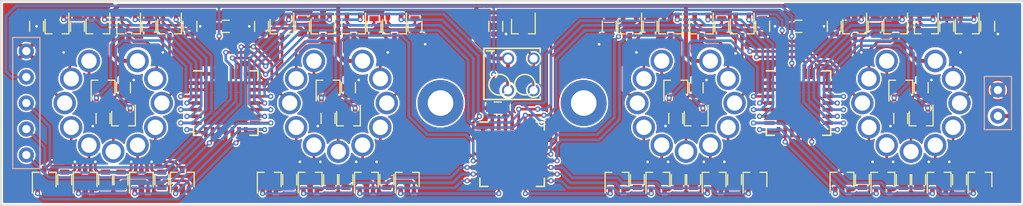
<source format=kicad_pcb>
(kicad_pcb (version 4) (host pcbnew 4.0.6)

  (general
    (links 261)
    (no_connects 0)
    (area 94.412667 89.910285 199.587334 114.089714)
    (thickness 1.6)
    (drawings 4)
    (tracks 1107)
    (zones 0)
    (modules 97)
    (nets 131)
  )

  (page A4)
  (layers
    (0 F.Cu signal)
    (31 B.Cu signal)
    (36 B.SilkS user)
    (37 F.SilkS user)
    (38 B.Mask user)
    (39 F.Mask user)
    (44 Edge.Cuts user)
  )

  (setup
    (last_trace_width 0.254)
    (trace_clearance 0.1524)
    (zone_clearance 0.1524)
    (zone_45_only no)
    (trace_min 0.1524)
    (segment_width 0.2)
    (edge_width 0.15)
    (via_size 0.508)
    (via_drill 0.254)
    (via_min_size 0.508)
    (via_min_drill 0.254)
    (uvia_size 0.254)
    (uvia_drill 0.127)
    (uvias_allowed no)
    (uvia_min_size 0.254)
    (uvia_min_drill 0.127)
    (pcb_text_width 0.3)
    (pcb_text_size 1.5 1.5)
    (mod_edge_width 0.15)
    (mod_text_size 1 1)
    (mod_text_width 0.15)
    (pad_size 4.5 4.5)
    (pad_drill 2.5)
    (pad_to_mask_clearance 0.1524)
    (aux_axis_origin 147 102)
    (grid_origin 147 102)
    (visible_elements 7FFEFF7F)
    (pcbplotparams
      (layerselection 0x010a0_00000001)
      (usegerberextensions false)
      (excludeedgelayer true)
      (linewidth 0.100000)
      (plotframeref false)
      (viasonmask false)
      (mode 1)
      (useauxorigin false)
      (hpglpennumber 1)
      (hpglpenspeed 20)
      (hpglpendiameter 15)
      (hpglpenoverlay 2)
      (psnegative false)
      (psa4output false)
      (plotreference false)
      (plotvalue false)
      (plotinvisibletext false)
      (padsonsilk false)
      (subtractmaskfromsilk false)
      (outputformat 0)
      (mirror false)
      (drillshape 0)
      (scaleselection 1)
      (outputdirectory ""))
  )

  (net 0 "")
  (net 1 /TUBE_GND)
  (net 2 /TUBE_ANODE)
  (net 3 /nOE)
  (net 4 /SCL)
  (net 5 /SDA)
  (net 6 /VDD)
  (net 7 /VSS)
  (net 8 /T1_G_0)
  (net 9 /T1_E_0)
  (net 10 /T1_C_0)
  (net 11 /T1_G_1)
  (net 12 /T1_E_1)
  (net 13 /T1_C_1)
  (net 14 /T1_G_2)
  (net 15 /T1_E_2)
  (net 16 /T1_C_2)
  (net 17 /T1_G_3)
  (net 18 /T1_E_3)
  (net 19 /T1_C_3)
  (net 20 /T1_G_4)
  (net 21 /T1_E_4)
  (net 22 /T1_C_4)
  (net 23 /T1_G_5)
  (net 24 /T1_E_5)
  (net 25 /T1_C_5)
  (net 26 /T1_G_6)
  (net 27 /T1_E_6)
  (net 28 /T1_C_6)
  (net 29 /T1_G_7)
  (net 30 /T1_E_7)
  (net 31 /T1_C_7)
  (net 32 /T1_G_8)
  (net 33 /T1_E_8)
  (net 34 /T1_C_8)
  (net 35 /T1_G_9)
  (net 36 /T1_E_9)
  (net 37 /T1_C_9)
  (net 38 /T2_G_0)
  (net 39 /T2_E_0)
  (net 40 /T2_C_0)
  (net 41 /T2_G_1)
  (net 42 /T2_E_1)
  (net 43 /T2_C_1)
  (net 44 /T2_G_2)
  (net 45 /T2_E_2)
  (net 46 /T2_C_2)
  (net 47 /T2_G_3)
  (net 48 /T2_E_3)
  (net 49 /T2_C_3)
  (net 50 /T2_G_4)
  (net 51 /T2_E_4)
  (net 52 /T2_C_4)
  (net 53 /T2_G_5)
  (net 54 /T2_E_5)
  (net 55 /T2_C_5)
  (net 56 /T2_G_6)
  (net 57 /T2_E_6)
  (net 58 /T2_C_6)
  (net 59 /T2_G_7)
  (net 60 /T2_E_7)
  (net 61 /T2_C_7)
  (net 62 /T2_G_8)
  (net 63 /T2_E_8)
  (net 64 /T2_C_8)
  (net 65 /T2_G_9)
  (net 66 /T2_E_9)
  (net 67 /T2_C_9)
  (net 68 /T3_G_0)
  (net 69 /T3_E_0)
  (net 70 /T3_C_0)
  (net 71 /T3_G_1)
  (net 72 /T3_E_1)
  (net 73 /T3_C_1)
  (net 74 /T3_G_2)
  (net 75 /T3_E_2)
  (net 76 /T3_C_2)
  (net 77 /T3_G_3)
  (net 78 /T3_E_3)
  (net 79 /T3_C_3)
  (net 80 /T3_G_4)
  (net 81 /T3_E_4)
  (net 82 /T3_C_4)
  (net 83 /T3_G_5)
  (net 84 /T3_E_5)
  (net 85 /T3_C_5)
  (net 86 /T3_G_6)
  (net 87 /T3_E_6)
  (net 88 /T3_C_6)
  (net 89 /T3_G_7)
  (net 90 /T3_E_7)
  (net 91 /T3_C_7)
  (net 92 /T3_G_8)
  (net 93 /T3_E_8)
  (net 94 /T3_C_8)
  (net 95 /T3_G_9)
  (net 96 /T3_E_9)
  (net 97 /T3_C_9)
  (net 98 /T4_G_0)
  (net 99 /T4_E_0)
  (net 100 /T4_C_0)
  (net 101 /T4_G_1)
  (net 102 /T4_E_1)
  (net 103 /T4_C_1)
  (net 104 /T4_G_2)
  (net 105 /T4_E_2)
  (net 106 /T4_C_2)
  (net 107 /T4_G_3)
  (net 108 /T4_E_3)
  (net 109 /T4_C_3)
  (net 110 /T4_G_4)
  (net 111 /T4_E_4)
  (net 112 /T4_C_4)
  (net 113 /T4_G_5)
  (net 114 /T4_E_5)
  (net 115 /T4_C_5)
  (net 116 /T4_G_6)
  (net 117 /T4_E_6)
  (net 118 /T4_C_6)
  (net 119 /T4_G_7)
  (net 120 /T4_E_7)
  (net 121 /T4_C_7)
  (net 122 /T4_G_8)
  (net 123 /T4_E_8)
  (net 124 /T4_C_8)
  (net 125 /T4_G_9)
  (net 126 /T4_E_9)
  (net 127 /T4_C_9)
  (net 128 "Net-(Q41-Pad2)")
  (net 129 "Net-(Q41-Pad3)")
  (net 130 "Net-(Q41-Pad1)")

  (net_class Default "This is the default net class."
    (clearance 0.1524)
    (trace_width 0.254)
    (via_dia 0.508)
    (via_drill 0.254)
    (uvia_dia 0.254)
    (uvia_drill 0.127)
    (add_net /SCL)
    (add_net /SDA)
    (add_net /T1_C_0)
    (add_net /T1_C_1)
    (add_net /T1_C_2)
    (add_net /T1_C_3)
    (add_net /T1_C_4)
    (add_net /T1_C_5)
    (add_net /T1_C_6)
    (add_net /T1_C_7)
    (add_net /T1_C_8)
    (add_net /T1_C_9)
    (add_net /T1_E_0)
    (add_net /T1_E_1)
    (add_net /T1_E_2)
    (add_net /T1_E_3)
    (add_net /T1_E_4)
    (add_net /T1_E_5)
    (add_net /T1_E_6)
    (add_net /T1_E_7)
    (add_net /T1_E_8)
    (add_net /T1_E_9)
    (add_net /T1_G_0)
    (add_net /T1_G_1)
    (add_net /T1_G_2)
    (add_net /T1_G_3)
    (add_net /T1_G_4)
    (add_net /T1_G_5)
    (add_net /T1_G_6)
    (add_net /T1_G_7)
    (add_net /T1_G_8)
    (add_net /T1_G_9)
    (add_net /T2_C_0)
    (add_net /T2_C_1)
    (add_net /T2_C_2)
    (add_net /T2_C_3)
    (add_net /T2_C_4)
    (add_net /T2_C_5)
    (add_net /T2_C_6)
    (add_net /T2_C_7)
    (add_net /T2_C_8)
    (add_net /T2_C_9)
    (add_net /T2_E_0)
    (add_net /T2_E_1)
    (add_net /T2_E_2)
    (add_net /T2_E_3)
    (add_net /T2_E_4)
    (add_net /T2_E_5)
    (add_net /T2_E_6)
    (add_net /T2_E_7)
    (add_net /T2_E_8)
    (add_net /T2_E_9)
    (add_net /T2_G_0)
    (add_net /T2_G_1)
    (add_net /T2_G_2)
    (add_net /T2_G_3)
    (add_net /T2_G_4)
    (add_net /T2_G_5)
    (add_net /T2_G_6)
    (add_net /T2_G_7)
    (add_net /T2_G_8)
    (add_net /T2_G_9)
    (add_net /T3_C_0)
    (add_net /T3_C_1)
    (add_net /T3_C_2)
    (add_net /T3_C_3)
    (add_net /T3_C_4)
    (add_net /T3_C_5)
    (add_net /T3_C_6)
    (add_net /T3_C_7)
    (add_net /T3_C_8)
    (add_net /T3_C_9)
    (add_net /T3_E_0)
    (add_net /T3_E_1)
    (add_net /T3_E_2)
    (add_net /T3_E_3)
    (add_net /T3_E_4)
    (add_net /T3_E_5)
    (add_net /T3_E_6)
    (add_net /T3_E_7)
    (add_net /T3_E_8)
    (add_net /T3_E_9)
    (add_net /T3_G_0)
    (add_net /T3_G_1)
    (add_net /T3_G_2)
    (add_net /T3_G_3)
    (add_net /T3_G_4)
    (add_net /T3_G_5)
    (add_net /T3_G_6)
    (add_net /T3_G_7)
    (add_net /T3_G_8)
    (add_net /T3_G_9)
    (add_net /T4_C_0)
    (add_net /T4_C_1)
    (add_net /T4_C_2)
    (add_net /T4_C_3)
    (add_net /T4_C_4)
    (add_net /T4_C_5)
    (add_net /T4_C_6)
    (add_net /T4_C_7)
    (add_net /T4_C_8)
    (add_net /T4_C_9)
    (add_net /T4_E_0)
    (add_net /T4_E_1)
    (add_net /T4_E_2)
    (add_net /T4_E_3)
    (add_net /T4_E_4)
    (add_net /T4_E_5)
    (add_net /T4_E_6)
    (add_net /T4_E_7)
    (add_net /T4_E_8)
    (add_net /T4_E_9)
    (add_net /T4_G_0)
    (add_net /T4_G_1)
    (add_net /T4_G_2)
    (add_net /T4_G_3)
    (add_net /T4_G_4)
    (add_net /T4_G_5)
    (add_net /T4_G_6)
    (add_net /T4_G_7)
    (add_net /T4_G_8)
    (add_net /T4_G_9)
    (add_net /TUBE_GND)
    (add_net /VDD)
    (add_net /VSS)
    (add_net /nOE)
    (add_net "Net-(Q41-Pad1)")
    (add_net "Net-(Q41-Pad2)")
    (add_net "Net-(Q41-Pad3)")
  )

  (net_class HV_Anode ""
    (clearance 0.254)
    (trace_width 0.381)
    (via_dia 0.508)
    (via_drill 0.254)
    (uvia_dia 0.254)
    (uvia_drill 0.127)
    (add_net /TUBE_ANODE)
  )

  (module "Custom Parts:IN-8" (layer F.Cu) (tedit 594892FA) (tstamp 593C8649)
    (at 186 102)
    (path /5938FB49)
    (fp_text reference T4 (at 0 0) (layer F.SilkS) hide
      (effects (font (size 1 1) (thickness 0.15)))
    )
    (fp_text value IN-8 (at 0 -1.27) (layer F.Fab)
      (effects (font (size 1 1) (thickness 0.15)))
    )
    (pad 1 thru_hole circle (at -2.375 -4.114) (size 2.2 2.2) (drill 1.5) (layers *.Cu *.Mask)
      (net 100 /T4_C_0))
    (pad 2 thru_hole circle (at -4.114 -2.375) (size 2.2 2.2) (drill 1.5) (layers *.Cu *.Mask)
      (net 103 /T4_C_1))
    (pad 3 thru_hole circle (at -4.75 0) (size 2.2 2.2) (drill 1.5) (layers *.Cu *.Mask)
      (net 106 /T4_C_2))
    (pad 4 thru_hole circle (at -4.114 2.375) (size 2.2 2.2) (drill 1.5) (layers *.Cu *.Mask)
      (net 109 /T4_C_3))
    (pad 5 thru_hole circle (at -2.375 4.114) (size 2.2 2.2) (drill 1.5) (layers *.Cu *.Mask)
      (net 112 /T4_C_4))
    (pad 6 thru_hole circle (at 0 4.75) (size 2.2 2.2) (drill 1.5) (layers *.Cu *.Mask)
      (net 115 /T4_C_5))
    (pad 7 thru_hole circle (at 2.375 4.114) (size 2.2 2.2) (drill 1.5) (layers *.Cu *.Mask)
      (net 118 /T4_C_6))
    (pad 8 thru_hole circle (at 4.114 2.375) (size 2.2 2.2) (drill 1.5) (layers *.Cu *.Mask)
      (net 121 /T4_C_7))
    (pad 10 thru_hole circle (at 4.114 -2.375) (size 2.2 2.2) (drill 1.5) (layers *.Cu *.Mask)
      (net 127 /T4_C_9))
    (pad 11 thru_hole circle (at 2.375 -4.114) (size 2.2 2.2) (drill 1.5) (layers *.Cu *.Mask)
      (net 2 /TUBE_ANODE))
    (pad 9 thru_hole circle (at 4.75 0) (size 2.2 2.2) (drill 1.5) (layers *.Cu *.Mask)
      (net 124 /T4_C_8))
  )

  (module "Custom Parts:IN-8" (layer F.Cu) (tedit 594892BA) (tstamp 593C862E)
    (at 164 102)
    (path /5938FA0F)
    (fp_text reference T3 (at 0 0) (layer F.SilkS) hide
      (effects (font (size 1 1) (thickness 0.15)))
    )
    (fp_text value IN-8 (at 0 -1.27) (layer F.Fab)
      (effects (font (size 1 1) (thickness 0.15)))
    )
    (pad 1 thru_hole circle (at -2.375 -4.114) (size 2.2 2.2) (drill 1.5) (layers *.Cu *.Mask)
      (net 70 /T3_C_0))
    (pad 2 thru_hole circle (at -4.114 -2.375) (size 2.2 2.2) (drill 1.5) (layers *.Cu *.Mask)
      (net 73 /T3_C_1))
    (pad 3 thru_hole circle (at -4.75 0) (size 2.2 2.2) (drill 1.5) (layers *.Cu *.Mask)
      (net 76 /T3_C_2))
    (pad 4 thru_hole circle (at -4.114 2.375) (size 2.2 2.2) (drill 1.5) (layers *.Cu *.Mask)
      (net 79 /T3_C_3))
    (pad 5 thru_hole circle (at -2.375 4.114) (size 2.2 2.2) (drill 1.5) (layers *.Cu *.Mask)
      (net 82 /T3_C_4))
    (pad 6 thru_hole circle (at 0 4.75) (size 2.2 2.2) (drill 1.5) (layers *.Cu *.Mask)
      (net 85 /T3_C_5))
    (pad 7 thru_hole circle (at 2.375 4.114) (size 2.2 2.2) (drill 1.5) (layers *.Cu *.Mask)
      (net 88 /T3_C_6))
    (pad 8 thru_hole circle (at 4.114 2.375) (size 2.2 2.2) (drill 1.5) (layers *.Cu *.Mask)
      (net 91 /T3_C_7))
    (pad 10 thru_hole circle (at 4.114 -2.375) (size 2.2 2.2) (drill 1.5) (layers *.Cu *.Mask)
      (net 97 /T3_C_9))
    (pad 11 thru_hole circle (at 2.375 -4.114) (size 2.2 2.2) (drill 1.5) (layers *.Cu *.Mask)
      (net 2 /TUBE_ANODE))
    (pad 9 thru_hole circle (at 4.75 0) (size 2.2 2.2) (drill 1.5) (layers *.Cu *.Mask)
      (net 94 /T3_C_8))
  )

  (module "Custom Parts:IN-8" (layer F.Cu) (tedit 5948927B) (tstamp 593C8613)
    (at 130 102)
    (path /5938FA7E)
    (fp_text reference T2 (at 0 0) (layer F.SilkS) hide
      (effects (font (size 1 1) (thickness 0.15)))
    )
    (fp_text value IN-8 (at 0 -1.27) (layer F.Fab)
      (effects (font (size 1 1) (thickness 0.15)))
    )
    (pad 1 thru_hole circle (at -2.375 -4.114) (size 2.2 2.2) (drill 1.5) (layers *.Cu *.Mask)
      (net 40 /T2_C_0))
    (pad 2 thru_hole circle (at -4.114 -2.375) (size 2.2 2.2) (drill 1.5) (layers *.Cu *.Mask)
      (net 43 /T2_C_1))
    (pad 3 thru_hole circle (at -4.75 0) (size 2.2 2.2) (drill 1.5) (layers *.Cu *.Mask)
      (net 46 /T2_C_2))
    (pad 4 thru_hole circle (at -4.114 2.375) (size 2.2 2.2) (drill 1.5) (layers *.Cu *.Mask)
      (net 49 /T2_C_3))
    (pad 5 thru_hole circle (at -2.375 4.114) (size 2.2 2.2) (drill 1.5) (layers *.Cu *.Mask)
      (net 52 /T2_C_4))
    (pad 6 thru_hole circle (at 0 4.75) (size 2.2 2.2) (drill 1.5) (layers *.Cu *.Mask)
      (net 55 /T2_C_5))
    (pad 7 thru_hole circle (at 2.375 4.114) (size 2.2 2.2) (drill 1.5) (layers *.Cu *.Mask)
      (net 58 /T2_C_6))
    (pad 8 thru_hole circle (at 4.114 2.375) (size 2.2 2.2) (drill 1.5) (layers *.Cu *.Mask)
      (net 61 /T2_C_7))
    (pad 10 thru_hole circle (at 4.114 -2.375) (size 2.2 2.2) (drill 1.5) (layers *.Cu *.Mask)
      (net 67 /T2_C_9))
    (pad 11 thru_hole circle (at 2.375 -4.114) (size 2.2 2.2) (drill 1.5) (layers *.Cu *.Mask)
      (net 2 /TUBE_ANODE))
    (pad 9 thru_hole circle (at 4.75 0) (size 2.2 2.2) (drill 1.5) (layers *.Cu *.Mask)
      (net 64 /T2_C_8))
  )

  (module "Custom Parts:IN-8" (layer F.Cu) (tedit 5948927F) (tstamp 593C85F8)
    (at 108 102)
    (path /5938FAE9)
    (fp_text reference T1 (at 0 0) (layer F.SilkS) hide
      (effects (font (size 1 1) (thickness 0.15)))
    )
    (fp_text value IN-8 (at 0 -1.27) (layer F.Fab)
      (effects (font (size 1 1) (thickness 0.15)))
    )
    (pad 1 thru_hole circle (at -2.375 -4.114) (size 2.2 2.2) (drill 1.5) (layers *.Cu *.Mask)
      (net 10 /T1_C_0))
    (pad 2 thru_hole circle (at -4.114 -2.375) (size 2.2 2.2) (drill 1.5) (layers *.Cu *.Mask)
      (net 13 /T1_C_1))
    (pad 3 thru_hole circle (at -4.75 0) (size 2.2 2.2) (drill 1.5) (layers *.Cu *.Mask)
      (net 16 /T1_C_2))
    (pad 4 thru_hole circle (at -4.114 2.375) (size 2.2 2.2) (drill 1.5) (layers *.Cu *.Mask)
      (net 19 /T1_C_3))
    (pad 5 thru_hole circle (at -2.375 4.114) (size 2.2 2.2) (drill 1.5) (layers *.Cu *.Mask)
      (net 22 /T1_C_4))
    (pad 6 thru_hole circle (at 0 4.75) (size 2.2 2.2) (drill 1.5) (layers *.Cu *.Mask)
      (net 25 /T1_C_5))
    (pad 7 thru_hole circle (at 2.375 4.114) (size 2.2 2.2) (drill 1.5) (layers *.Cu *.Mask)
      (net 28 /T1_C_6))
    (pad 8 thru_hole circle (at 4.114 2.375) (size 2.2 2.2) (drill 1.5) (layers *.Cu *.Mask)
      (net 31 /T1_C_7))
    (pad 10 thru_hole circle (at 4.114 -2.375) (size 2.2 2.2) (drill 1.5) (layers *.Cu *.Mask)
      (net 37 /T1_C_9))
    (pad 11 thru_hole circle (at 2.375 -4.114) (size 2.2 2.2) (drill 1.5) (layers *.Cu *.Mask)
      (net 2 /TUBE_ANODE))
    (pad 9 thru_hole circle (at 4.75 0) (size 2.2 2.2) (drill 1.5) (layers *.Cu *.Mask)
      (net 34 /T1_C_8))
  )

  (module TO_SOT_Packages_SMD:SOT-323_SC-70 (layer F.Cu) (tedit 59489268) (tstamp 593C80B2)
    (at 124.5 94.5 270)
    (descr "SOT-323, SC-70")
    (tags "SOT-323 SC-70")
    (path /593936B6)
    (attr smd)
    (fp_text reference Q13 (at -0.05 -1.95 270) (layer F.SilkS) hide
      (effects (font (size 1 1) (thickness 0.15)))
    )
    (fp_text value Q_NPN_BEC (at -0.05 2.05 270) (layer F.Fab)
      (effects (font (size 1 1) (thickness 0.15)))
    )
    (fp_text user %R (at -0.005 0 270) (layer F.Fab)
      (effects (font (size 0.5 0.5) (thickness 0.075)))
    )
    (fp_line (start 0.73 0.5) (end 0.73 1.16) (layer F.SilkS) (width 0.12))
    (fp_line (start 0.73 -1.16) (end 0.73 -0.5) (layer F.SilkS) (width 0.12))
    (fp_line (start 1.7 1.3) (end -1.7 1.3) (layer F.CrtYd) (width 0.05))
    (fp_line (start 1.7 -1.3) (end 1.7 1.3) (layer F.CrtYd) (width 0.05))
    (fp_line (start -1.7 -1.3) (end 1.7 -1.3) (layer F.CrtYd) (width 0.05))
    (fp_line (start -1.7 1.3) (end -1.7 -1.3) (layer F.CrtYd) (width 0.05))
    (fp_line (start 0.73 -1.16) (end -1.3 -1.16) (layer F.SilkS) (width 0.12))
    (fp_line (start -0.68 1.16) (end 0.73 1.16) (layer F.SilkS) (width 0.12))
    (fp_line (start 0.67 -1.1) (end -0.18 -1.1) (layer F.Fab) (width 0.1))
    (fp_line (start -0.68 -0.6) (end -0.68 1.1) (layer F.Fab) (width 0.1))
    (fp_line (start 0.67 -1.1) (end 0.67 1.1) (layer F.Fab) (width 0.1))
    (fp_line (start 0.67 1.1) (end -0.68 1.1) (layer F.Fab) (width 0.1))
    (fp_line (start -0.18 -1.1) (end -0.68 -0.6) (layer F.Fab) (width 0.1))
    (pad 1 smd rect (at -1 -0.65 180) (size 0.45 0.7) (layers F.Cu F.Mask)
      (net 44 /T2_G_2))
    (pad 2 smd rect (at -1 0.65 180) (size 0.45 0.7) (layers F.Cu F.Mask)
      (net 45 /T2_E_2))
    (pad 3 smd rect (at 1 0 180) (size 0.45 0.7) (layers F.Cu F.Mask)
      (net 46 /T2_C_2))
    (model ${KISYS3DMOD}/TO_SOT_Packages_SMD.3dshapes/SOT-323_SC-70.wrl
      (at (xyz 0 0 0))
      (scale (xyz 1 1 1))
      (rotate (xyz 0 0 0))
    )
  )

  (module Housings_DFN_QFN:QFN-28-1EP_6x6mm_Pitch0.65mm (layer F.Cu) (tedit 5948928B) (tstamp 593C86B5)
    (at 119 102)
    (descr "28-Lead Plastic Quad Flat, No Lead Package (ML) - 6x6 mm Body [QFN]; (see Microchip Packaging Specification 00000049BS.pdf)")
    (tags "QFN 0.65")
    (path /593A4DD3)
    (attr smd)
    (fp_text reference U1 (at 0 -4.35) (layer F.SilkS) hide
      (effects (font (size 1 1) (thickness 0.15)))
    )
    (fp_text value PCA9685 (at 0 4.35) (layer F.Fab)
      (effects (font (size 1 1) (thickness 0.15)))
    )
    (fp_line (start -2 -3) (end 3 -3) (layer F.Fab) (width 0.15))
    (fp_line (start 3 -3) (end 3 3) (layer F.Fab) (width 0.15))
    (fp_line (start 3 3) (end -3 3) (layer F.Fab) (width 0.15))
    (fp_line (start -3 3) (end -3 -2) (layer F.Fab) (width 0.15))
    (fp_line (start -3 -2) (end -2 -3) (layer F.Fab) (width 0.15))
    (fp_line (start -3.6 -3.6) (end -3.6 3.6) (layer F.CrtYd) (width 0.05))
    (fp_line (start 3.6 -3.6) (end 3.6 3.6) (layer F.CrtYd) (width 0.05))
    (fp_line (start -3.6 -3.6) (end 3.6 -3.6) (layer F.CrtYd) (width 0.05))
    (fp_line (start -3.6 3.6) (end 3.6 3.6) (layer F.CrtYd) (width 0.05))
    (fp_line (start 3.15 -3.15) (end 3.15 -2.36) (layer F.SilkS) (width 0.15))
    (fp_line (start -3.15 3.15) (end -3.15 2.36) (layer F.SilkS) (width 0.15))
    (fp_line (start 3.15 3.15) (end 3.15 2.36) (layer F.SilkS) (width 0.15))
    (fp_line (start -3.15 -3.15) (end -2.36 -3.15) (layer F.SilkS) (width 0.15))
    (fp_line (start -3.15 3.15) (end -2.36 3.15) (layer F.SilkS) (width 0.15))
    (fp_line (start 3.15 3.15) (end 2.36 3.15) (layer F.SilkS) (width 0.15))
    (fp_line (start 3.15 -3.15) (end 2.36 -3.15) (layer F.SilkS) (width 0.15))
    (pad 1 smd rect (at -2.85 -1.95) (size 1 0.37) (layers F.Cu F.Mask)
      (net 7 /VSS))
    (pad 2 smd rect (at -2.85 -1.3) (size 1 0.37) (layers F.Cu F.Mask)
      (net 7 /VSS))
    (pad 3 smd rect (at -2.85 -0.65) (size 1 0.37) (layers F.Cu F.Mask)
      (net 23 /T1_G_5))
    (pad 4 smd rect (at -2.85 0) (size 1 0.37) (layers F.Cu F.Mask)
      (net 8 /T1_G_0))
    (pad 5 smd rect (at -2.85 0.65) (size 1 0.37) (layers F.Cu F.Mask)
      (net 14 /T1_G_2))
    (pad 6 smd rect (at -2.85 1.3) (size 1 0.37) (layers F.Cu F.Mask)
      (net 11 /T1_G_1))
    (pad 7 smd rect (at -2.85 1.95) (size 1 0.37) (layers F.Cu F.Mask)
      (net 35 /T1_G_9))
    (pad 8 smd rect (at -1.95 2.85 90) (size 1 0.37) (layers F.Cu F.Mask)
      (net 32 /T1_G_8))
    (pad 9 smd rect (at -1.3 2.85 90) (size 1 0.37) (layers F.Cu F.Mask)
      (net 20 /T1_G_4))
    (pad 10 smd rect (at -0.65 2.85 90) (size 1 0.37) (layers F.Cu F.Mask))
    (pad 11 smd rect (at 0 2.85 90) (size 1 0.37) (layers F.Cu F.Mask)
      (net 7 /VSS))
    (pad 12 smd rect (at 0.65 2.85 90) (size 1 0.37) (layers F.Cu F.Mask))
    (pad 13 smd rect (at 1.3 2.85 90) (size 1 0.37) (layers F.Cu F.Mask)
      (net 17 /T1_G_3))
    (pad 14 smd rect (at 1.95 2.85 90) (size 1 0.37) (layers F.Cu F.Mask)
      (net 29 /T1_G_7))
    (pad 15 smd rect (at 2.85 1.95) (size 1 0.37) (layers F.Cu F.Mask)
      (net 26 /T1_G_6))
    (pad 16 smd rect (at 2.85 1.3) (size 1 0.37) (layers F.Cu F.Mask)
      (net 44 /T2_G_2))
    (pad 17 smd rect (at 2.85 0.65) (size 1 0.37) (layers F.Cu F.Mask)
      (net 41 /T2_G_1))
    (pad 18 smd rect (at 2.85 0) (size 1 0.37) (layers F.Cu F.Mask)
      (net 65 /T2_G_9))
    (pad 19 smd rect (at 2.85 -0.65) (size 1 0.37) (layers F.Cu F.Mask)
      (net 38 /T2_G_0))
    (pad 20 smd rect (at 2.85 -1.3) (size 1 0.37) (layers F.Cu F.Mask)
      (net 3 /nOE))
    (pad 21 smd rect (at 2.85 -1.95) (size 1 0.37) (layers F.Cu F.Mask)
      (net 7 /VSS))
    (pad 22 smd rect (at 1.95 -2.85 90) (size 1 0.37) (layers F.Cu F.Mask)
      (net 7 /VSS))
    (pad 23 smd rect (at 1.3 -2.85 90) (size 1 0.37) (layers F.Cu F.Mask)
      (net 4 /SCL))
    (pad 24 smd rect (at 0.65 -2.85 90) (size 1 0.37) (layers F.Cu F.Mask)
      (net 5 /SDA))
    (pad 25 smd rect (at 0 -2.85 90) (size 1 0.37) (layers F.Cu F.Mask)
      (net 6 /VDD))
    (pad 26 smd rect (at -0.65 -2.85 90) (size 1 0.37) (layers F.Cu F.Mask)
      (net 6 /VDD))
    (pad 27 smd rect (at -1.3 -2.85 90) (size 1 0.37) (layers F.Cu F.Mask)
      (net 7 /VSS))
    (pad 28 smd rect (at -1.95 -2.85 90) (size 1 0.37) (layers F.Cu F.Mask)
      (net 7 /VSS))
    (pad 29 smd rect (at 1.59375 1.59375) (size 1.0625 1.0625) (layers F.Cu F.Mask)
      (net 7 /VSS) (solder_paste_margin_ratio -0.2))
    (pad 29 smd rect (at 1.59375 0.53125) (size 1.0625 1.0625) (layers F.Cu F.Mask)
      (net 7 /VSS) (solder_paste_margin_ratio -0.2))
    (pad 29 smd rect (at 1.59375 -0.53125) (size 1.0625 1.0625) (layers F.Cu F.Mask)
      (net 7 /VSS) (solder_paste_margin_ratio -0.2))
    (pad 29 smd rect (at 1.59375 -1.59375) (size 1.0625 1.0625) (layers F.Cu F.Mask)
      (net 7 /VSS) (solder_paste_margin_ratio -0.2))
    (pad 29 smd rect (at 0.53125 1.59375) (size 1.0625 1.0625) (layers F.Cu F.Mask)
      (net 7 /VSS) (solder_paste_margin_ratio -0.2))
    (pad 29 smd rect (at 0.53125 0.53125) (size 1.0625 1.0625) (layers F.Cu F.Mask)
      (net 7 /VSS) (solder_paste_margin_ratio -0.2))
    (pad 29 smd rect (at 0.53125 -0.53125) (size 1.0625 1.0625) (layers F.Cu F.Mask)
      (net 7 /VSS) (solder_paste_margin_ratio -0.2))
    (pad 29 smd rect (at 0.53125 -1.59375) (size 1.0625 1.0625) (layers F.Cu F.Mask)
      (net 7 /VSS) (solder_paste_margin_ratio -0.2))
    (pad 29 smd rect (at -0.53125 1.59375) (size 1.0625 1.0625) (layers F.Cu F.Mask)
      (net 7 /VSS) (solder_paste_margin_ratio -0.2))
    (pad 29 smd rect (at -0.53125 0.53125) (size 1.0625 1.0625) (layers F.Cu F.Mask)
      (net 7 /VSS) (solder_paste_margin_ratio -0.2))
    (pad 29 smd rect (at -0.53125 -0.53125) (size 1.0625 1.0625) (layers F.Cu F.Mask)
      (net 7 /VSS) (solder_paste_margin_ratio -0.2))
    (pad 29 smd rect (at -0.53125 -1.59375) (size 1.0625 1.0625) (layers F.Cu F.Mask)
      (net 7 /VSS) (solder_paste_margin_ratio -0.2))
    (pad 29 smd rect (at -1.59375 1.59375) (size 1.0625 1.0625) (layers F.Cu F.Mask)
      (net 7 /VSS) (solder_paste_margin_ratio -0.2))
    (pad 29 smd rect (at -1.59375 0.53125) (size 1.0625 1.0625) (layers F.Cu F.Mask)
      (net 7 /VSS) (solder_paste_margin_ratio -0.2))
    (pad 29 smd rect (at -1.59375 -0.53125) (size 1.0625 1.0625) (layers F.Cu F.Mask)
      (net 7 /VSS) (solder_paste_margin_ratio -0.2))
    (pad 29 smd rect (at -1.59375 -1.59375) (size 1.0625 1.0625) (layers F.Cu F.Mask)
      (net 7 /VSS) (solder_paste_margin_ratio -0.2))
    (model Housings_DFN_QFN.3dshapes/QFN-28-1EP_6x6mm_Pitch0.65mm.wrl
      (at (xyz 0 0 0))
      (scale (xyz 1 1 1))
      (rotate (xyz 0 0 0))
    )
  )

  (module TO_SOT_Packages_SMD:SOT-323_SC-70 (layer F.Cu) (tedit 59489218) (tstamp 593C805E)
    (at 113.5 94.5 270)
    (descr "SOT-323, SC-70")
    (tags "SOT-323 SC-70")
    (path /59393716)
    (attr smd)
    (fp_text reference Q9 (at -0.05 -1.95 270) (layer F.SilkS) hide
      (effects (font (size 1 1) (thickness 0.15)))
    )
    (fp_text value Q_NPN_BEC (at -0.05 2.05 270) (layer F.Fab)
      (effects (font (size 1 1) (thickness 0.15)))
    )
    (fp_text user %R (at -0.005 0 270) (layer F.Fab)
      (effects (font (size 0.5 0.5) (thickness 0.075)))
    )
    (fp_line (start 0.73 0.5) (end 0.73 1.16) (layer F.SilkS) (width 0.12))
    (fp_line (start 0.73 -1.16) (end 0.73 -0.5) (layer F.SilkS) (width 0.12))
    (fp_line (start 1.7 1.3) (end -1.7 1.3) (layer F.CrtYd) (width 0.05))
    (fp_line (start 1.7 -1.3) (end 1.7 1.3) (layer F.CrtYd) (width 0.05))
    (fp_line (start -1.7 -1.3) (end 1.7 -1.3) (layer F.CrtYd) (width 0.05))
    (fp_line (start -1.7 1.3) (end -1.7 -1.3) (layer F.CrtYd) (width 0.05))
    (fp_line (start 0.73 -1.16) (end -1.3 -1.16) (layer F.SilkS) (width 0.12))
    (fp_line (start -0.68 1.16) (end 0.73 1.16) (layer F.SilkS) (width 0.12))
    (fp_line (start 0.67 -1.1) (end -0.18 -1.1) (layer F.Fab) (width 0.1))
    (fp_line (start -0.68 -0.6) (end -0.68 1.1) (layer F.Fab) (width 0.1))
    (fp_line (start 0.67 -1.1) (end 0.67 1.1) (layer F.Fab) (width 0.1))
    (fp_line (start 0.67 1.1) (end -0.68 1.1) (layer F.Fab) (width 0.1))
    (fp_line (start -0.18 -1.1) (end -0.68 -0.6) (layer F.Fab) (width 0.1))
    (pad 1 smd rect (at -1 -0.65 180) (size 0.45 0.7) (layers F.Cu F.Mask)
      (net 32 /T1_G_8))
    (pad 2 smd rect (at -1 0.65 180) (size 0.45 0.7) (layers F.Cu F.Mask)
      (net 33 /T1_E_8))
    (pad 3 smd rect (at 1 0 180) (size 0.45 0.7) (layers F.Cu F.Mask)
      (net 34 /T1_C_8))
    (model ${KISYS3DMOD}/TO_SOT_Packages_SMD.3dshapes/SOT-323_SC-70.wrl
      (at (xyz 0 0 0))
      (scale (xyz 1 1 1))
      (rotate (xyz 0 0 0))
    )
  )

  (module TO_SOT_Packages_SMD:SOT-323_SC-70 (layer F.Cu) (tedit 5948920F) (tstamp 593C7FCB)
    (at 106.5 94.5 270)
    (descr "SOT-323, SC-70")
    (tags "SOT-323 SC-70")
    (path /593936EC)
    (attr smd)
    (fp_text reference Q2 (at -0.05 -1.95 270) (layer F.SilkS) hide
      (effects (font (size 1 1) (thickness 0.15)))
    )
    (fp_text value Q_NPN_BEC (at -0.05 2.05 270) (layer F.Fab)
      (effects (font (size 1 1) (thickness 0.15)))
    )
    (fp_text user %R (at -0.005 0 270) (layer F.Fab)
      (effects (font (size 0.5 0.5) (thickness 0.075)))
    )
    (fp_line (start 0.73 0.5) (end 0.73 1.16) (layer F.SilkS) (width 0.12))
    (fp_line (start 0.73 -1.16) (end 0.73 -0.5) (layer F.SilkS) (width 0.12))
    (fp_line (start 1.7 1.3) (end -1.7 1.3) (layer F.CrtYd) (width 0.05))
    (fp_line (start 1.7 -1.3) (end 1.7 1.3) (layer F.CrtYd) (width 0.05))
    (fp_line (start -1.7 -1.3) (end 1.7 -1.3) (layer F.CrtYd) (width 0.05))
    (fp_line (start -1.7 1.3) (end -1.7 -1.3) (layer F.CrtYd) (width 0.05))
    (fp_line (start 0.73 -1.16) (end -1.3 -1.16) (layer F.SilkS) (width 0.12))
    (fp_line (start -0.68 1.16) (end 0.73 1.16) (layer F.SilkS) (width 0.12))
    (fp_line (start 0.67 -1.1) (end -0.18 -1.1) (layer F.Fab) (width 0.1))
    (fp_line (start -0.68 -0.6) (end -0.68 1.1) (layer F.Fab) (width 0.1))
    (fp_line (start 0.67 -1.1) (end 0.67 1.1) (layer F.Fab) (width 0.1))
    (fp_line (start 0.67 1.1) (end -0.68 1.1) (layer F.Fab) (width 0.1))
    (fp_line (start -0.18 -1.1) (end -0.68 -0.6) (layer F.Fab) (width 0.1))
    (pad 1 smd rect (at -1 -0.65 180) (size 0.45 0.7) (layers F.Cu F.Mask)
      (net 11 /T1_G_1))
    (pad 2 smd rect (at -1 0.65 180) (size 0.45 0.7) (layers F.Cu F.Mask)
      (net 12 /T1_E_1))
    (pad 3 smd rect (at 1 0 180) (size 0.45 0.7) (layers F.Cu F.Mask)
      (net 13 /T1_C_1))
    (model ${KISYS3DMOD}/TO_SOT_Packages_SMD.3dshapes/SOT-323_SC-70.wrl
      (at (xyz 0 0 0))
      (scale (xyz 1 1 1))
      (rotate (xyz 0 0 0))
    )
  )

  (module Resistors_SMD:R_0603 (layer F.Cu) (tedit 5948920D) (tstamp 593DDFAA)
    (at 104.5 94.5 270)
    (descr "Resistor SMD 0603, reflow soldering, Vishay (see dcrcw.pdf)")
    (tags "resistor 0603")
    (path /593D296E)
    (attr smd)
    (fp_text reference R2 (at 0 -1.45 270) (layer F.SilkS) hide
      (effects (font (size 1 1) (thickness 0.15)))
    )
    (fp_text value R (at 0 1.5 270) (layer F.Fab)
      (effects (font (size 1 1) (thickness 0.15)))
    )
    (fp_text user %R (at 0 0 270) (layer F.Fab)
      (effects (font (size 0.5 0.5) (thickness 0.075)))
    )
    (fp_line (start -0.8 0.4) (end -0.8 -0.4) (layer F.Fab) (width 0.1))
    (fp_line (start 0.8 0.4) (end -0.8 0.4) (layer F.Fab) (width 0.1))
    (fp_line (start 0.8 -0.4) (end 0.8 0.4) (layer F.Fab) (width 0.1))
    (fp_line (start -0.8 -0.4) (end 0.8 -0.4) (layer F.Fab) (width 0.1))
    (fp_line (start 0.5 0.68) (end -0.5 0.68) (layer F.SilkS) (width 0.12))
    (fp_line (start -0.5 -0.68) (end 0.5 -0.68) (layer F.SilkS) (width 0.12))
    (fp_line (start -1.25 -0.7) (end 1.25 -0.7) (layer F.CrtYd) (width 0.05))
    (fp_line (start -1.25 -0.7) (end -1.25 0.7) (layer F.CrtYd) (width 0.05))
    (fp_line (start 1.25 0.7) (end 1.25 -0.7) (layer F.CrtYd) (width 0.05))
    (fp_line (start 1.25 0.7) (end -1.25 0.7) (layer F.CrtYd) (width 0.05))
    (pad 1 smd rect (at -0.75 0 270) (size 0.5 0.9) (layers F.Cu F.Mask)
      (net 12 /T1_E_1))
    (pad 2 smd rect (at 0.75 0 270) (size 0.5 0.9) (layers F.Cu F.Mask)
      (net 1 /TUBE_GND))
    (model ${KISYS3DMOD}/Resistors_SMD.3dshapes/R_0603.wrl
      (at (xyz 0 0 0))
      (scale (xyz 1 1 1))
      (rotate (xyz 0 0 0))
    )
  )

  (module TO_SOT_Packages_SMD:SOT-323_SC-70 (layer F.Cu) (tedit 59489240) (tstamp 593C80C7)
    (at 123.25 109.5 90)
    (descr "SOT-323, SC-70")
    (tags "SOT-323 SC-70")
    (path /593936BC)
    (attr smd)
    (fp_text reference Q14 (at -0.05 -1.95 90) (layer F.SilkS) hide
      (effects (font (size 1 1) (thickness 0.15)))
    )
    (fp_text value Q_NPN_BEC (at -0.05 2.05 90) (layer F.Fab)
      (effects (font (size 1 1) (thickness 0.15)))
    )
    (fp_text user %R (at -0.005 0 90) (layer F.Fab)
      (effects (font (size 0.5 0.5) (thickness 0.075)))
    )
    (fp_line (start 0.73 0.5) (end 0.73 1.16) (layer F.SilkS) (width 0.12))
    (fp_line (start 0.73 -1.16) (end 0.73 -0.5) (layer F.SilkS) (width 0.12))
    (fp_line (start 1.7 1.3) (end -1.7 1.3) (layer F.CrtYd) (width 0.05))
    (fp_line (start 1.7 -1.3) (end 1.7 1.3) (layer F.CrtYd) (width 0.05))
    (fp_line (start -1.7 -1.3) (end 1.7 -1.3) (layer F.CrtYd) (width 0.05))
    (fp_line (start -1.7 1.3) (end -1.7 -1.3) (layer F.CrtYd) (width 0.05))
    (fp_line (start 0.73 -1.16) (end -1.3 -1.16) (layer F.SilkS) (width 0.12))
    (fp_line (start -0.68 1.16) (end 0.73 1.16) (layer F.SilkS) (width 0.12))
    (fp_line (start 0.67 -1.1) (end -0.18 -1.1) (layer F.Fab) (width 0.1))
    (fp_line (start -0.68 -0.6) (end -0.68 1.1) (layer F.Fab) (width 0.1))
    (fp_line (start 0.67 -1.1) (end 0.67 1.1) (layer F.Fab) (width 0.1))
    (fp_line (start 0.67 1.1) (end -0.68 1.1) (layer F.Fab) (width 0.1))
    (fp_line (start -0.18 -1.1) (end -0.68 -0.6) (layer F.Fab) (width 0.1))
    (pad 1 smd rect (at -1 -0.65) (size 0.45 0.7) (layers F.Cu F.Mask)
      (net 47 /T2_G_3))
    (pad 2 smd rect (at -1 0.65) (size 0.45 0.7) (layers F.Cu F.Mask)
      (net 48 /T2_E_3))
    (pad 3 smd rect (at 1 0) (size 0.45 0.7) (layers F.Cu F.Mask)
      (net 49 /T2_C_3))
    (model ${KISYS3DMOD}/TO_SOT_Packages_SMD.3dshapes/SOT-323_SC-70.wrl
      (at (xyz 0 0 0))
      (scale (xyz 1 1 1))
      (rotate (xyz 0 0 0))
    )
  )

  (module TO_SOT_Packages_SMD:SOT-323_SC-70 (layer F.Cu) (tedit 59489221) (tstamp 593C7FB6)
    (at 107 100.5 90)
    (descr "SOT-323, SC-70")
    (tags "SOT-323 SC-70")
    (path /593936E6)
    (attr smd)
    (fp_text reference Q1 (at -0.05 -1.95 90) (layer F.SilkS) hide
      (effects (font (size 1 1) (thickness 0.15)))
    )
    (fp_text value Q_NPN_BEC (at -0.05 2.05 90) (layer F.Fab)
      (effects (font (size 1 1) (thickness 0.15)))
    )
    (fp_text user %R (at -0.005 0 90) (layer F.Fab)
      (effects (font (size 0.5 0.5) (thickness 0.075)))
    )
    (fp_line (start 0.73 0.5) (end 0.73 1.16) (layer F.SilkS) (width 0.12))
    (fp_line (start 0.73 -1.16) (end 0.73 -0.5) (layer F.SilkS) (width 0.12))
    (fp_line (start 1.7 1.3) (end -1.7 1.3) (layer F.CrtYd) (width 0.05))
    (fp_line (start 1.7 -1.3) (end 1.7 1.3) (layer F.CrtYd) (width 0.05))
    (fp_line (start -1.7 -1.3) (end 1.7 -1.3) (layer F.CrtYd) (width 0.05))
    (fp_line (start -1.7 1.3) (end -1.7 -1.3) (layer F.CrtYd) (width 0.05))
    (fp_line (start 0.73 -1.16) (end -1.3 -1.16) (layer F.SilkS) (width 0.12))
    (fp_line (start -0.68 1.16) (end 0.73 1.16) (layer F.SilkS) (width 0.12))
    (fp_line (start 0.67 -1.1) (end -0.18 -1.1) (layer F.Fab) (width 0.1))
    (fp_line (start -0.68 -0.6) (end -0.68 1.1) (layer F.Fab) (width 0.1))
    (fp_line (start 0.67 -1.1) (end 0.67 1.1) (layer F.Fab) (width 0.1))
    (fp_line (start 0.67 1.1) (end -0.68 1.1) (layer F.Fab) (width 0.1))
    (fp_line (start -0.18 -1.1) (end -0.68 -0.6) (layer F.Fab) (width 0.1))
    (pad 1 smd rect (at -1 -0.65) (size 0.45 0.7) (layers F.Cu F.Mask)
      (net 8 /T1_G_0))
    (pad 2 smd rect (at -1 0.65) (size 0.45 0.7) (layers F.Cu F.Mask)
      (net 9 /T1_E_0))
    (pad 3 smd rect (at 1 0) (size 0.45 0.7) (layers F.Cu F.Mask)
      (net 10 /T1_C_0))
    (model ${KISYS3DMOD}/TO_SOT_Packages_SMD.3dshapes/SOT-323_SC-70.wrl
      (at (xyz 0 0 0))
      (scale (xyz 1 1 1))
      (rotate (xyz 0 0 0))
    )
  )

  (module TO_SOT_Packages_SMD:SOT-323_SC-70 (layer F.Cu) (tedit 5948920A) (tstamp 593C7FE0)
    (at 102.5 94.5 270)
    (descr "SOT-323, SC-70")
    (tags "SOT-323 SC-70")
    (path /593936F2)
    (attr smd)
    (fp_text reference Q3 (at -0.05 -1.95 270) (layer F.SilkS) hide
      (effects (font (size 1 1) (thickness 0.15)))
    )
    (fp_text value Q_NPN_BEC (at -0.05 2.05 270) (layer F.Fab)
      (effects (font (size 1 1) (thickness 0.15)))
    )
    (fp_text user %R (at -0.005 0 270) (layer F.Fab)
      (effects (font (size 0.5 0.5) (thickness 0.075)))
    )
    (fp_line (start 0.73 0.5) (end 0.73 1.16) (layer F.SilkS) (width 0.12))
    (fp_line (start 0.73 -1.16) (end 0.73 -0.5) (layer F.SilkS) (width 0.12))
    (fp_line (start 1.7 1.3) (end -1.7 1.3) (layer F.CrtYd) (width 0.05))
    (fp_line (start 1.7 -1.3) (end 1.7 1.3) (layer F.CrtYd) (width 0.05))
    (fp_line (start -1.7 -1.3) (end 1.7 -1.3) (layer F.CrtYd) (width 0.05))
    (fp_line (start -1.7 1.3) (end -1.7 -1.3) (layer F.CrtYd) (width 0.05))
    (fp_line (start 0.73 -1.16) (end -1.3 -1.16) (layer F.SilkS) (width 0.12))
    (fp_line (start -0.68 1.16) (end 0.73 1.16) (layer F.SilkS) (width 0.12))
    (fp_line (start 0.67 -1.1) (end -0.18 -1.1) (layer F.Fab) (width 0.1))
    (fp_line (start -0.68 -0.6) (end -0.68 1.1) (layer F.Fab) (width 0.1))
    (fp_line (start 0.67 -1.1) (end 0.67 1.1) (layer F.Fab) (width 0.1))
    (fp_line (start 0.67 1.1) (end -0.68 1.1) (layer F.Fab) (width 0.1))
    (fp_line (start -0.18 -1.1) (end -0.68 -0.6) (layer F.Fab) (width 0.1))
    (pad 1 smd rect (at -1 -0.65 180) (size 0.45 0.7) (layers F.Cu F.Mask)
      (net 14 /T1_G_2))
    (pad 2 smd rect (at -1 0.65 180) (size 0.45 0.7) (layers F.Cu F.Mask)
      (net 15 /T1_E_2))
    (pad 3 smd rect (at 1 0 180) (size 0.45 0.7) (layers F.Cu F.Mask)
      (net 16 /T1_C_2))
    (model ${KISYS3DMOD}/TO_SOT_Packages_SMD.3dshapes/SOT-323_SC-70.wrl
      (at (xyz 0 0 0))
      (scale (xyz 1 1 1))
      (rotate (xyz 0 0 0))
    )
  )

  (module TO_SOT_Packages_SMD:SOT-323_SC-70 (layer F.Cu) (tedit 5948922B) (tstamp 593C7FF5)
    (at 101.25 109.5 90)
    (descr "SOT-323, SC-70")
    (tags "SOT-323 SC-70")
    (path /593936F8)
    (attr smd)
    (fp_text reference Q4 (at -0.05 -1.95 90) (layer F.SilkS) hide
      (effects (font (size 1 1) (thickness 0.15)))
    )
    (fp_text value Q_NPN_BEC (at -0.05 2.05 90) (layer F.Fab)
      (effects (font (size 1 1) (thickness 0.15)))
    )
    (fp_text user %R (at -0.005 0 90) (layer F.Fab)
      (effects (font (size 0.5 0.5) (thickness 0.075)))
    )
    (fp_line (start 0.73 0.5) (end 0.73 1.16) (layer F.SilkS) (width 0.12))
    (fp_line (start 0.73 -1.16) (end 0.73 -0.5) (layer F.SilkS) (width 0.12))
    (fp_line (start 1.7 1.3) (end -1.7 1.3) (layer F.CrtYd) (width 0.05))
    (fp_line (start 1.7 -1.3) (end 1.7 1.3) (layer F.CrtYd) (width 0.05))
    (fp_line (start -1.7 -1.3) (end 1.7 -1.3) (layer F.CrtYd) (width 0.05))
    (fp_line (start -1.7 1.3) (end -1.7 -1.3) (layer F.CrtYd) (width 0.05))
    (fp_line (start 0.73 -1.16) (end -1.3 -1.16) (layer F.SilkS) (width 0.12))
    (fp_line (start -0.68 1.16) (end 0.73 1.16) (layer F.SilkS) (width 0.12))
    (fp_line (start 0.67 -1.1) (end -0.18 -1.1) (layer F.Fab) (width 0.1))
    (fp_line (start -0.68 -0.6) (end -0.68 1.1) (layer F.Fab) (width 0.1))
    (fp_line (start 0.67 -1.1) (end 0.67 1.1) (layer F.Fab) (width 0.1))
    (fp_line (start 0.67 1.1) (end -0.68 1.1) (layer F.Fab) (width 0.1))
    (fp_line (start -0.18 -1.1) (end -0.68 -0.6) (layer F.Fab) (width 0.1))
    (pad 1 smd rect (at -1 -0.65) (size 0.45 0.7) (layers F.Cu F.Mask)
      (net 17 /T1_G_3))
    (pad 2 smd rect (at -1 0.65) (size 0.45 0.7) (layers F.Cu F.Mask)
      (net 18 /T1_E_3))
    (pad 3 smd rect (at 1 0) (size 0.45 0.7) (layers F.Cu F.Mask)
      (net 19 /T1_C_3))
    (model ${KISYS3DMOD}/TO_SOT_Packages_SMD.3dshapes/SOT-323_SC-70.wrl
      (at (xyz 0 0 0))
      (scale (xyz 1 1 1))
      (rotate (xyz 0 0 0))
    )
  )

  (module TO_SOT_Packages_SMD:SOT-323_SC-70 (layer F.Cu) (tedit 59489232) (tstamp 593C800A)
    (at 105.25 109.5 90)
    (descr "SOT-323, SC-70")
    (tags "SOT-323 SC-70")
    (path /593936FE)
    (attr smd)
    (fp_text reference Q5 (at -0.05 -1.95 90) (layer F.SilkS) hide
      (effects (font (size 1 1) (thickness 0.15)))
    )
    (fp_text value Q_NPN_BEC (at -0.05 2.05 90) (layer F.Fab)
      (effects (font (size 1 1) (thickness 0.15)))
    )
    (fp_text user %R (at -0.005 0 90) (layer F.Fab)
      (effects (font (size 0.5 0.5) (thickness 0.075)))
    )
    (fp_line (start 0.73 0.5) (end 0.73 1.16) (layer F.SilkS) (width 0.12))
    (fp_line (start 0.73 -1.16) (end 0.73 -0.5) (layer F.SilkS) (width 0.12))
    (fp_line (start 1.7 1.3) (end -1.7 1.3) (layer F.CrtYd) (width 0.05))
    (fp_line (start 1.7 -1.3) (end 1.7 1.3) (layer F.CrtYd) (width 0.05))
    (fp_line (start -1.7 -1.3) (end 1.7 -1.3) (layer F.CrtYd) (width 0.05))
    (fp_line (start -1.7 1.3) (end -1.7 -1.3) (layer F.CrtYd) (width 0.05))
    (fp_line (start 0.73 -1.16) (end -1.3 -1.16) (layer F.SilkS) (width 0.12))
    (fp_line (start -0.68 1.16) (end 0.73 1.16) (layer F.SilkS) (width 0.12))
    (fp_line (start 0.67 -1.1) (end -0.18 -1.1) (layer F.Fab) (width 0.1))
    (fp_line (start -0.68 -0.6) (end -0.68 1.1) (layer F.Fab) (width 0.1))
    (fp_line (start 0.67 -1.1) (end 0.67 1.1) (layer F.Fab) (width 0.1))
    (fp_line (start 0.67 1.1) (end -0.68 1.1) (layer F.Fab) (width 0.1))
    (fp_line (start -0.18 -1.1) (end -0.68 -0.6) (layer F.Fab) (width 0.1))
    (pad 1 smd rect (at -1 -0.65) (size 0.45 0.7) (layers F.Cu F.Mask)
      (net 20 /T1_G_4))
    (pad 2 smd rect (at -1 0.65) (size 0.45 0.7) (layers F.Cu F.Mask)
      (net 21 /T1_E_4))
    (pad 3 smd rect (at 1 0) (size 0.45 0.7) (layers F.Cu F.Mask)
      (net 22 /T1_C_4))
    (model ${KISYS3DMOD}/TO_SOT_Packages_SMD.3dshapes/SOT-323_SC-70.wrl
      (at (xyz 0 0 0))
      (scale (xyz 1 1 1))
      (rotate (xyz 0 0 0))
    )
  )

  (module TO_SOT_Packages_SMD:SOT-323_SC-70 (layer F.Cu) (tedit 59489228) (tstamp 593C801F)
    (at 109 103.5 270)
    (descr "SOT-323, SC-70")
    (tags "SOT-323 SC-70")
    (path /59393704)
    (attr smd)
    (fp_text reference Q6 (at -0.05 -1.95 270) (layer F.SilkS) hide
      (effects (font (size 1 1) (thickness 0.15)))
    )
    (fp_text value Q_NPN_BEC (at -0.05 2.05 270) (layer F.Fab)
      (effects (font (size 1 1) (thickness 0.15)))
    )
    (fp_text user %R (at -0.005 0 270) (layer F.Fab)
      (effects (font (size 0.5 0.5) (thickness 0.075)))
    )
    (fp_line (start 0.73 0.5) (end 0.73 1.16) (layer F.SilkS) (width 0.12))
    (fp_line (start 0.73 -1.16) (end 0.73 -0.5) (layer F.SilkS) (width 0.12))
    (fp_line (start 1.7 1.3) (end -1.7 1.3) (layer F.CrtYd) (width 0.05))
    (fp_line (start 1.7 -1.3) (end 1.7 1.3) (layer F.CrtYd) (width 0.05))
    (fp_line (start -1.7 -1.3) (end 1.7 -1.3) (layer F.CrtYd) (width 0.05))
    (fp_line (start -1.7 1.3) (end -1.7 -1.3) (layer F.CrtYd) (width 0.05))
    (fp_line (start 0.73 -1.16) (end -1.3 -1.16) (layer F.SilkS) (width 0.12))
    (fp_line (start -0.68 1.16) (end 0.73 1.16) (layer F.SilkS) (width 0.12))
    (fp_line (start 0.67 -1.1) (end -0.18 -1.1) (layer F.Fab) (width 0.1))
    (fp_line (start -0.68 -0.6) (end -0.68 1.1) (layer F.Fab) (width 0.1))
    (fp_line (start 0.67 -1.1) (end 0.67 1.1) (layer F.Fab) (width 0.1))
    (fp_line (start 0.67 1.1) (end -0.68 1.1) (layer F.Fab) (width 0.1))
    (fp_line (start -0.18 -1.1) (end -0.68 -0.6) (layer F.Fab) (width 0.1))
    (pad 1 smd rect (at -1 -0.65 180) (size 0.45 0.7) (layers F.Cu F.Mask)
      (net 23 /T1_G_5))
    (pad 2 smd rect (at -1 0.65 180) (size 0.45 0.7) (layers F.Cu F.Mask)
      (net 24 /T1_E_5))
    (pad 3 smd rect (at 1 0 180) (size 0.45 0.7) (layers F.Cu F.Mask)
      (net 25 /T1_C_5))
    (model ${KISYS3DMOD}/TO_SOT_Packages_SMD.3dshapes/SOT-323_SC-70.wrl
      (at (xyz 0 0 0))
      (scale (xyz 1 1 1))
      (rotate (xyz 0 0 0))
    )
  )

  (module TO_SOT_Packages_SMD:SOT-323_SC-70 (layer F.Cu) (tedit 59489239) (tstamp 593C8034)
    (at 110.75 109.5 90)
    (descr "SOT-323, SC-70")
    (tags "SOT-323 SC-70")
    (path /5939370A)
    (attr smd)
    (fp_text reference Q7 (at -0.05 -1.95 90) (layer F.SilkS) hide
      (effects (font (size 1 1) (thickness 0.15)))
    )
    (fp_text value Q_NPN_BEC (at -0.05 2.05 90) (layer F.Fab)
      (effects (font (size 1 1) (thickness 0.15)))
    )
    (fp_text user %R (at -0.005 0 90) (layer F.Fab)
      (effects (font (size 0.5 0.5) (thickness 0.075)))
    )
    (fp_line (start 0.73 0.5) (end 0.73 1.16) (layer F.SilkS) (width 0.12))
    (fp_line (start 0.73 -1.16) (end 0.73 -0.5) (layer F.SilkS) (width 0.12))
    (fp_line (start 1.7 1.3) (end -1.7 1.3) (layer F.CrtYd) (width 0.05))
    (fp_line (start 1.7 -1.3) (end 1.7 1.3) (layer F.CrtYd) (width 0.05))
    (fp_line (start -1.7 -1.3) (end 1.7 -1.3) (layer F.CrtYd) (width 0.05))
    (fp_line (start -1.7 1.3) (end -1.7 -1.3) (layer F.CrtYd) (width 0.05))
    (fp_line (start 0.73 -1.16) (end -1.3 -1.16) (layer F.SilkS) (width 0.12))
    (fp_line (start -0.68 1.16) (end 0.73 1.16) (layer F.SilkS) (width 0.12))
    (fp_line (start 0.67 -1.1) (end -0.18 -1.1) (layer F.Fab) (width 0.1))
    (fp_line (start -0.68 -0.6) (end -0.68 1.1) (layer F.Fab) (width 0.1))
    (fp_line (start 0.67 -1.1) (end 0.67 1.1) (layer F.Fab) (width 0.1))
    (fp_line (start 0.67 1.1) (end -0.68 1.1) (layer F.Fab) (width 0.1))
    (fp_line (start -0.18 -1.1) (end -0.68 -0.6) (layer F.Fab) (width 0.1))
    (pad 1 smd rect (at -1 -0.65) (size 0.45 0.7) (layers F.Cu F.Mask)
      (net 26 /T1_G_6))
    (pad 2 smd rect (at -1 0.65) (size 0.45 0.7) (layers F.Cu F.Mask)
      (net 27 /T1_E_6))
    (pad 3 smd rect (at 1 0) (size 0.45 0.7) (layers F.Cu F.Mask)
      (net 28 /T1_C_6))
    (model ${KISYS3DMOD}/TO_SOT_Packages_SMD.3dshapes/SOT-323_SC-70.wrl
      (at (xyz 0 0 0))
      (scale (xyz 1 1 1))
      (rotate (xyz 0 0 0))
    )
  )

  (module TO_SOT_Packages_SMD:SOT-323_SC-70 (layer F.Cu) (tedit 5948923D) (tstamp 593C8049)
    (at 114.75 109.5 90)
    (descr "SOT-323, SC-70")
    (tags "SOT-323 SC-70")
    (path /59393710)
    (attr smd)
    (fp_text reference Q8 (at -0.05 -1.95 90) (layer F.SilkS) hide
      (effects (font (size 1 1) (thickness 0.15)))
    )
    (fp_text value Q_NPN_BEC (at -0.05 2.05 90) (layer F.Fab)
      (effects (font (size 1 1) (thickness 0.15)))
    )
    (fp_text user %R (at -0.005 0 90) (layer F.Fab)
      (effects (font (size 0.5 0.5) (thickness 0.075)))
    )
    (fp_line (start 0.73 0.5) (end 0.73 1.16) (layer F.SilkS) (width 0.12))
    (fp_line (start 0.73 -1.16) (end 0.73 -0.5) (layer F.SilkS) (width 0.12))
    (fp_line (start 1.7 1.3) (end -1.7 1.3) (layer F.CrtYd) (width 0.05))
    (fp_line (start 1.7 -1.3) (end 1.7 1.3) (layer F.CrtYd) (width 0.05))
    (fp_line (start -1.7 -1.3) (end 1.7 -1.3) (layer F.CrtYd) (width 0.05))
    (fp_line (start -1.7 1.3) (end -1.7 -1.3) (layer F.CrtYd) (width 0.05))
    (fp_line (start 0.73 -1.16) (end -1.3 -1.16) (layer F.SilkS) (width 0.12))
    (fp_line (start -0.68 1.16) (end 0.73 1.16) (layer F.SilkS) (width 0.12))
    (fp_line (start 0.67 -1.1) (end -0.18 -1.1) (layer F.Fab) (width 0.1))
    (fp_line (start -0.68 -0.6) (end -0.68 1.1) (layer F.Fab) (width 0.1))
    (fp_line (start 0.67 -1.1) (end 0.67 1.1) (layer F.Fab) (width 0.1))
    (fp_line (start 0.67 1.1) (end -0.68 1.1) (layer F.Fab) (width 0.1))
    (fp_line (start -0.18 -1.1) (end -0.68 -0.6) (layer F.Fab) (width 0.1))
    (pad 1 smd rect (at -1 -0.65) (size 0.45 0.7) (layers F.Cu F.Mask)
      (net 29 /T1_G_7))
    (pad 2 smd rect (at -1 0.65) (size 0.45 0.7) (layers F.Cu F.Mask)
      (net 30 /T1_E_7))
    (pad 3 smd rect (at 1 0) (size 0.45 0.7) (layers F.Cu F.Mask)
      (net 31 /T1_C_7))
    (model ${KISYS3DMOD}/TO_SOT_Packages_SMD.3dshapes/SOT-323_SC-70.wrl
      (at (xyz 0 0 0))
      (scale (xyz 1 1 1))
      (rotate (xyz 0 0 0))
    )
  )

  (module TO_SOT_Packages_SMD:SOT-323_SC-70 (layer F.Cu) (tedit 59489212) (tstamp 593C8073)
    (at 109.5 94.5 270)
    (descr "SOT-323, SC-70")
    (tags "SOT-323 SC-70")
    (path /5939371C)
    (attr smd)
    (fp_text reference Q10 (at -0.05 -1.95 270) (layer F.SilkS) hide
      (effects (font (size 1 1) (thickness 0.15)))
    )
    (fp_text value Q_NPN_BEC (at -0.05 2.05 270) (layer F.Fab)
      (effects (font (size 1 1) (thickness 0.15)))
    )
    (fp_text user %R (at -0.005 0 270) (layer F.Fab)
      (effects (font (size 0.5 0.5) (thickness 0.075)))
    )
    (fp_line (start 0.73 0.5) (end 0.73 1.16) (layer F.SilkS) (width 0.12))
    (fp_line (start 0.73 -1.16) (end 0.73 -0.5) (layer F.SilkS) (width 0.12))
    (fp_line (start 1.7 1.3) (end -1.7 1.3) (layer F.CrtYd) (width 0.05))
    (fp_line (start 1.7 -1.3) (end 1.7 1.3) (layer F.CrtYd) (width 0.05))
    (fp_line (start -1.7 -1.3) (end 1.7 -1.3) (layer F.CrtYd) (width 0.05))
    (fp_line (start -1.7 1.3) (end -1.7 -1.3) (layer F.CrtYd) (width 0.05))
    (fp_line (start 0.73 -1.16) (end -1.3 -1.16) (layer F.SilkS) (width 0.12))
    (fp_line (start -0.68 1.16) (end 0.73 1.16) (layer F.SilkS) (width 0.12))
    (fp_line (start 0.67 -1.1) (end -0.18 -1.1) (layer F.Fab) (width 0.1))
    (fp_line (start -0.68 -0.6) (end -0.68 1.1) (layer F.Fab) (width 0.1))
    (fp_line (start 0.67 -1.1) (end 0.67 1.1) (layer F.Fab) (width 0.1))
    (fp_line (start 0.67 1.1) (end -0.68 1.1) (layer F.Fab) (width 0.1))
    (fp_line (start -0.18 -1.1) (end -0.68 -0.6) (layer F.Fab) (width 0.1))
    (pad 1 smd rect (at -1 -0.65 180) (size 0.45 0.7) (layers F.Cu F.Mask)
      (net 35 /T1_G_9))
    (pad 2 smd rect (at -1 0.65 180) (size 0.45 0.7) (layers F.Cu F.Mask)
      (net 36 /T1_E_9))
    (pad 3 smd rect (at 1 0 180) (size 0.45 0.7) (layers F.Cu F.Mask)
      (net 37 /T1_C_9))
    (model ${KISYS3DMOD}/TO_SOT_Packages_SMD.3dshapes/SOT-323_SC-70.wrl
      (at (xyz 0 0 0))
      (scale (xyz 1 1 1))
      (rotate (xyz 0 0 0))
    )
  )

  (module TO_SOT_Packages_SMD:SOT-323_SC-70 (layer F.Cu) (tedit 59489262) (tstamp 593C8088)
    (at 129 100.5 90)
    (descr "SOT-323, SC-70")
    (tags "SOT-323 SC-70")
    (path /593936AA)
    (attr smd)
    (fp_text reference Q11 (at -0.05 -1.95 90) (layer F.SilkS) hide
      (effects (font (size 1 1) (thickness 0.15)))
    )
    (fp_text value Q_NPN_BEC (at -0.05 2.05 90) (layer F.Fab)
      (effects (font (size 1 1) (thickness 0.15)))
    )
    (fp_text user %R (at -0.005 0 90) (layer F.Fab)
      (effects (font (size 0.5 0.5) (thickness 0.075)))
    )
    (fp_line (start 0.73 0.5) (end 0.73 1.16) (layer F.SilkS) (width 0.12))
    (fp_line (start 0.73 -1.16) (end 0.73 -0.5) (layer F.SilkS) (width 0.12))
    (fp_line (start 1.7 1.3) (end -1.7 1.3) (layer F.CrtYd) (width 0.05))
    (fp_line (start 1.7 -1.3) (end 1.7 1.3) (layer F.CrtYd) (width 0.05))
    (fp_line (start -1.7 -1.3) (end 1.7 -1.3) (layer F.CrtYd) (width 0.05))
    (fp_line (start -1.7 1.3) (end -1.7 -1.3) (layer F.CrtYd) (width 0.05))
    (fp_line (start 0.73 -1.16) (end -1.3 -1.16) (layer F.SilkS) (width 0.12))
    (fp_line (start -0.68 1.16) (end 0.73 1.16) (layer F.SilkS) (width 0.12))
    (fp_line (start 0.67 -1.1) (end -0.18 -1.1) (layer F.Fab) (width 0.1))
    (fp_line (start -0.68 -0.6) (end -0.68 1.1) (layer F.Fab) (width 0.1))
    (fp_line (start 0.67 -1.1) (end 0.67 1.1) (layer F.Fab) (width 0.1))
    (fp_line (start 0.67 1.1) (end -0.68 1.1) (layer F.Fab) (width 0.1))
    (fp_line (start -0.18 -1.1) (end -0.68 -0.6) (layer F.Fab) (width 0.1))
    (pad 1 smd rect (at -1 -0.65) (size 0.45 0.7) (layers F.Cu F.Mask)
      (net 38 /T2_G_0))
    (pad 2 smd rect (at -1 0.65) (size 0.45 0.7) (layers F.Cu F.Mask)
      (net 39 /T2_E_0))
    (pad 3 smd rect (at 1 0) (size 0.45 0.7) (layers F.Cu F.Mask)
      (net 40 /T2_C_0))
    (model ${KISYS3DMOD}/TO_SOT_Packages_SMD.3dshapes/SOT-323_SC-70.wrl
      (at (xyz 0 0 0))
      (scale (xyz 1 1 1))
      (rotate (xyz 0 0 0))
    )
  )

  (module TO_SOT_Packages_SMD:SOT-323_SC-70 (layer F.Cu) (tedit 5948926E) (tstamp 593C809D)
    (at 128.5 94.5 270)
    (descr "SOT-323, SC-70")
    (tags "SOT-323 SC-70")
    (path /593936B0)
    (attr smd)
    (fp_text reference Q12 (at -0.05 -1.95 270) (layer F.SilkS) hide
      (effects (font (size 1 1) (thickness 0.15)))
    )
    (fp_text value Q_NPN_BEC (at -0.05 2.05 270) (layer F.Fab)
      (effects (font (size 1 1) (thickness 0.15)))
    )
    (fp_text user %R (at -0.005 0 270) (layer F.Fab)
      (effects (font (size 0.5 0.5) (thickness 0.075)))
    )
    (fp_line (start 0.73 0.5) (end 0.73 1.16) (layer F.SilkS) (width 0.12))
    (fp_line (start 0.73 -1.16) (end 0.73 -0.5) (layer F.SilkS) (width 0.12))
    (fp_line (start 1.7 1.3) (end -1.7 1.3) (layer F.CrtYd) (width 0.05))
    (fp_line (start 1.7 -1.3) (end 1.7 1.3) (layer F.CrtYd) (width 0.05))
    (fp_line (start -1.7 -1.3) (end 1.7 -1.3) (layer F.CrtYd) (width 0.05))
    (fp_line (start -1.7 1.3) (end -1.7 -1.3) (layer F.CrtYd) (width 0.05))
    (fp_line (start 0.73 -1.16) (end -1.3 -1.16) (layer F.SilkS) (width 0.12))
    (fp_line (start -0.68 1.16) (end 0.73 1.16) (layer F.SilkS) (width 0.12))
    (fp_line (start 0.67 -1.1) (end -0.18 -1.1) (layer F.Fab) (width 0.1))
    (fp_line (start -0.68 -0.6) (end -0.68 1.1) (layer F.Fab) (width 0.1))
    (fp_line (start 0.67 -1.1) (end 0.67 1.1) (layer F.Fab) (width 0.1))
    (fp_line (start 0.67 1.1) (end -0.68 1.1) (layer F.Fab) (width 0.1))
    (fp_line (start -0.18 -1.1) (end -0.68 -0.6) (layer F.Fab) (width 0.1))
    (pad 1 smd rect (at -1 -0.65 180) (size 0.45 0.7) (layers F.Cu F.Mask)
      (net 41 /T2_G_1))
    (pad 2 smd rect (at -1 0.65 180) (size 0.45 0.7) (layers F.Cu F.Mask)
      (net 42 /T2_E_1))
    (pad 3 smd rect (at 1 0 180) (size 0.45 0.7) (layers F.Cu F.Mask)
      (net 43 /T2_C_1))
    (model ${KISYS3DMOD}/TO_SOT_Packages_SMD.3dshapes/SOT-323_SC-70.wrl
      (at (xyz 0 0 0))
      (scale (xyz 1 1 1))
      (rotate (xyz 0 0 0))
    )
  )

  (module TO_SOT_Packages_SMD:SOT-323_SC-70 (layer F.Cu) (tedit 59489245) (tstamp 593C80DC)
    (at 127.25 109.5 90)
    (descr "SOT-323, SC-70")
    (tags "SOT-323 SC-70")
    (path /593936C2)
    (attr smd)
    (fp_text reference Q15 (at -0.05 -1.95 90) (layer F.SilkS) hide
      (effects (font (size 1 1) (thickness 0.15)))
    )
    (fp_text value Q_NPN_BEC (at -0.05 2.05 90) (layer F.Fab)
      (effects (font (size 1 1) (thickness 0.15)))
    )
    (fp_text user %R (at -0.005 0 90) (layer F.Fab)
      (effects (font (size 0.5 0.5) (thickness 0.075)))
    )
    (fp_line (start 0.73 0.5) (end 0.73 1.16) (layer F.SilkS) (width 0.12))
    (fp_line (start 0.73 -1.16) (end 0.73 -0.5) (layer F.SilkS) (width 0.12))
    (fp_line (start 1.7 1.3) (end -1.7 1.3) (layer F.CrtYd) (width 0.05))
    (fp_line (start 1.7 -1.3) (end 1.7 1.3) (layer F.CrtYd) (width 0.05))
    (fp_line (start -1.7 -1.3) (end 1.7 -1.3) (layer F.CrtYd) (width 0.05))
    (fp_line (start -1.7 1.3) (end -1.7 -1.3) (layer F.CrtYd) (width 0.05))
    (fp_line (start 0.73 -1.16) (end -1.3 -1.16) (layer F.SilkS) (width 0.12))
    (fp_line (start -0.68 1.16) (end 0.73 1.16) (layer F.SilkS) (width 0.12))
    (fp_line (start 0.67 -1.1) (end -0.18 -1.1) (layer F.Fab) (width 0.1))
    (fp_line (start -0.68 -0.6) (end -0.68 1.1) (layer F.Fab) (width 0.1))
    (fp_line (start 0.67 -1.1) (end 0.67 1.1) (layer F.Fab) (width 0.1))
    (fp_line (start 0.67 1.1) (end -0.68 1.1) (layer F.Fab) (width 0.1))
    (fp_line (start -0.18 -1.1) (end -0.68 -0.6) (layer F.Fab) (width 0.1))
    (pad 1 smd rect (at -1 -0.65) (size 0.45 0.7) (layers F.Cu F.Mask)
      (net 50 /T2_G_4))
    (pad 2 smd rect (at -1 0.65) (size 0.45 0.7) (layers F.Cu F.Mask)
      (net 51 /T2_E_4))
    (pad 3 smd rect (at 1 0) (size 0.45 0.7) (layers F.Cu F.Mask)
      (net 52 /T2_C_4))
    (model ${KISYS3DMOD}/TO_SOT_Packages_SMD.3dshapes/SOT-323_SC-70.wrl
      (at (xyz 0 0 0))
      (scale (xyz 1 1 1))
      (rotate (xyz 0 0 0))
    )
  )

  (module TO_SOT_Packages_SMD:SOT-323_SC-70 (layer F.Cu) (tedit 59489259) (tstamp 593C80F1)
    (at 131 103.5 270)
    (descr "SOT-323, SC-70")
    (tags "SOT-323 SC-70")
    (path /593936C8)
    (attr smd)
    (fp_text reference Q16 (at -0.05 -1.95 270) (layer F.SilkS) hide
      (effects (font (size 1 1) (thickness 0.15)))
    )
    (fp_text value Q_NPN_BEC (at -0.05 2.05 270) (layer F.Fab)
      (effects (font (size 1 1) (thickness 0.15)))
    )
    (fp_text user %R (at -0.005 0 270) (layer F.Fab)
      (effects (font (size 0.5 0.5) (thickness 0.075)))
    )
    (fp_line (start 0.73 0.5) (end 0.73 1.16) (layer F.SilkS) (width 0.12))
    (fp_line (start 0.73 -1.16) (end 0.73 -0.5) (layer F.SilkS) (width 0.12))
    (fp_line (start 1.7 1.3) (end -1.7 1.3) (layer F.CrtYd) (width 0.05))
    (fp_line (start 1.7 -1.3) (end 1.7 1.3) (layer F.CrtYd) (width 0.05))
    (fp_line (start -1.7 -1.3) (end 1.7 -1.3) (layer F.CrtYd) (width 0.05))
    (fp_line (start -1.7 1.3) (end -1.7 -1.3) (layer F.CrtYd) (width 0.05))
    (fp_line (start 0.73 -1.16) (end -1.3 -1.16) (layer F.SilkS) (width 0.12))
    (fp_line (start -0.68 1.16) (end 0.73 1.16) (layer F.SilkS) (width 0.12))
    (fp_line (start 0.67 -1.1) (end -0.18 -1.1) (layer F.Fab) (width 0.1))
    (fp_line (start -0.68 -0.6) (end -0.68 1.1) (layer F.Fab) (width 0.1))
    (fp_line (start 0.67 -1.1) (end 0.67 1.1) (layer F.Fab) (width 0.1))
    (fp_line (start 0.67 1.1) (end -0.68 1.1) (layer F.Fab) (width 0.1))
    (fp_line (start -0.18 -1.1) (end -0.68 -0.6) (layer F.Fab) (width 0.1))
    (pad 1 smd rect (at -1 -0.65 180) (size 0.45 0.7) (layers F.Cu F.Mask)
      (net 53 /T2_G_5))
    (pad 2 smd rect (at -1 0.65 180) (size 0.45 0.7) (layers F.Cu F.Mask)
      (net 54 /T2_E_5))
    (pad 3 smd rect (at 1 0 180) (size 0.45 0.7) (layers F.Cu F.Mask)
      (net 55 /T2_C_5))
    (model ${KISYS3DMOD}/TO_SOT_Packages_SMD.3dshapes/SOT-323_SC-70.wrl
      (at (xyz 0 0 0))
      (scale (xyz 1 1 1))
      (rotate (xyz 0 0 0))
    )
  )

  (module TO_SOT_Packages_SMD:SOT-323_SC-70 (layer F.Cu) (tedit 59489251) (tstamp 593C8106)
    (at 132.75 109.5 90)
    (descr "SOT-323, SC-70")
    (tags "SOT-323 SC-70")
    (path /593936CE)
    (attr smd)
    (fp_text reference Q17 (at -0.05 -1.95 90) (layer F.SilkS) hide
      (effects (font (size 1 1) (thickness 0.15)))
    )
    (fp_text value Q_NPN_BEC (at -0.05 2.05 90) (layer F.Fab)
      (effects (font (size 1 1) (thickness 0.15)))
    )
    (fp_text user %R (at -0.005 0 90) (layer F.Fab)
      (effects (font (size 0.5 0.5) (thickness 0.075)))
    )
    (fp_line (start 0.73 0.5) (end 0.73 1.16) (layer F.SilkS) (width 0.12))
    (fp_line (start 0.73 -1.16) (end 0.73 -0.5) (layer F.SilkS) (width 0.12))
    (fp_line (start 1.7 1.3) (end -1.7 1.3) (layer F.CrtYd) (width 0.05))
    (fp_line (start 1.7 -1.3) (end 1.7 1.3) (layer F.CrtYd) (width 0.05))
    (fp_line (start -1.7 -1.3) (end 1.7 -1.3) (layer F.CrtYd) (width 0.05))
    (fp_line (start -1.7 1.3) (end -1.7 -1.3) (layer F.CrtYd) (width 0.05))
    (fp_line (start 0.73 -1.16) (end -1.3 -1.16) (layer F.SilkS) (width 0.12))
    (fp_line (start -0.68 1.16) (end 0.73 1.16) (layer F.SilkS) (width 0.12))
    (fp_line (start 0.67 -1.1) (end -0.18 -1.1) (layer F.Fab) (width 0.1))
    (fp_line (start -0.68 -0.6) (end -0.68 1.1) (layer F.Fab) (width 0.1))
    (fp_line (start 0.67 -1.1) (end 0.67 1.1) (layer F.Fab) (width 0.1))
    (fp_line (start 0.67 1.1) (end -0.68 1.1) (layer F.Fab) (width 0.1))
    (fp_line (start -0.18 -1.1) (end -0.68 -0.6) (layer F.Fab) (width 0.1))
    (pad 1 smd rect (at -1 -0.65) (size 0.45 0.7) (layers F.Cu F.Mask)
      (net 56 /T2_G_6))
    (pad 2 smd rect (at -1 0.65) (size 0.45 0.7) (layers F.Cu F.Mask)
      (net 57 /T2_E_6))
    (pad 3 smd rect (at 1 0) (size 0.45 0.7) (layers F.Cu F.Mask)
      (net 58 /T2_C_6))
    (model ${KISYS3DMOD}/TO_SOT_Packages_SMD.3dshapes/SOT-323_SC-70.wrl
      (at (xyz 0 0 0))
      (scale (xyz 1 1 1))
      (rotate (xyz 0 0 0))
    )
  )

  (module TO_SOT_Packages_SMD:SOT-323_SC-70 (layer F.Cu) (tedit 59489256) (tstamp 593C811B)
    (at 136.75 109.5 90)
    (descr "SOT-323, SC-70")
    (tags "SOT-323 SC-70")
    (path /593936D4)
    (attr smd)
    (fp_text reference Q18 (at -0.05 -1.95 90) (layer F.SilkS) hide
      (effects (font (size 1 1) (thickness 0.15)))
    )
    (fp_text value Q_NPN_BEC (at -0.05 2.05 90) (layer F.Fab)
      (effects (font (size 1 1) (thickness 0.15)))
    )
    (fp_text user %R (at -0.005 0 90) (layer F.Fab)
      (effects (font (size 0.5 0.5) (thickness 0.075)))
    )
    (fp_line (start 0.73 0.5) (end 0.73 1.16) (layer F.SilkS) (width 0.12))
    (fp_line (start 0.73 -1.16) (end 0.73 -0.5) (layer F.SilkS) (width 0.12))
    (fp_line (start 1.7 1.3) (end -1.7 1.3) (layer F.CrtYd) (width 0.05))
    (fp_line (start 1.7 -1.3) (end 1.7 1.3) (layer F.CrtYd) (width 0.05))
    (fp_line (start -1.7 -1.3) (end 1.7 -1.3) (layer F.CrtYd) (width 0.05))
    (fp_line (start -1.7 1.3) (end -1.7 -1.3) (layer F.CrtYd) (width 0.05))
    (fp_line (start 0.73 -1.16) (end -1.3 -1.16) (layer F.SilkS) (width 0.12))
    (fp_line (start -0.68 1.16) (end 0.73 1.16) (layer F.SilkS) (width 0.12))
    (fp_line (start 0.67 -1.1) (end -0.18 -1.1) (layer F.Fab) (width 0.1))
    (fp_line (start -0.68 -0.6) (end -0.68 1.1) (layer F.Fab) (width 0.1))
    (fp_line (start 0.67 -1.1) (end 0.67 1.1) (layer F.Fab) (width 0.1))
    (fp_line (start 0.67 1.1) (end -0.68 1.1) (layer F.Fab) (width 0.1))
    (fp_line (start -0.18 -1.1) (end -0.68 -0.6) (layer F.Fab) (width 0.1))
    (pad 1 smd rect (at -1 -0.65) (size 0.45 0.7) (layers F.Cu F.Mask)
      (net 59 /T2_G_7))
    (pad 2 smd rect (at -1 0.65) (size 0.45 0.7) (layers F.Cu F.Mask)
      (net 60 /T2_E_7))
    (pad 3 smd rect (at 1 0) (size 0.45 0.7) (layers F.Cu F.Mask)
      (net 61 /T2_C_7))
    (model ${KISYS3DMOD}/TO_SOT_Packages_SMD.3dshapes/SOT-323_SC-70.wrl
      (at (xyz 0 0 0))
      (scale (xyz 1 1 1))
      (rotate (xyz 0 0 0))
    )
  )

  (module TO_SOT_Packages_SMD:SOT-323_SC-70 (layer F.Cu) (tedit 59489275) (tstamp 593C8130)
    (at 135.5 94.5 270)
    (descr "SOT-323, SC-70")
    (tags "SOT-323 SC-70")
    (path /593936DA)
    (attr smd)
    (fp_text reference Q19 (at -0.05 -1.95 270) (layer F.SilkS) hide
      (effects (font (size 1 1) (thickness 0.15)))
    )
    (fp_text value Q_NPN_BEC (at -0.05 2.05 270) (layer F.Fab)
      (effects (font (size 1 1) (thickness 0.15)))
    )
    (fp_text user %R (at -0.005 0 270) (layer F.Fab)
      (effects (font (size 0.5 0.5) (thickness 0.075)))
    )
    (fp_line (start 0.73 0.5) (end 0.73 1.16) (layer F.SilkS) (width 0.12))
    (fp_line (start 0.73 -1.16) (end 0.73 -0.5) (layer F.SilkS) (width 0.12))
    (fp_line (start 1.7 1.3) (end -1.7 1.3) (layer F.CrtYd) (width 0.05))
    (fp_line (start 1.7 -1.3) (end 1.7 1.3) (layer F.CrtYd) (width 0.05))
    (fp_line (start -1.7 -1.3) (end 1.7 -1.3) (layer F.CrtYd) (width 0.05))
    (fp_line (start -1.7 1.3) (end -1.7 -1.3) (layer F.CrtYd) (width 0.05))
    (fp_line (start 0.73 -1.16) (end -1.3 -1.16) (layer F.SilkS) (width 0.12))
    (fp_line (start -0.68 1.16) (end 0.73 1.16) (layer F.SilkS) (width 0.12))
    (fp_line (start 0.67 -1.1) (end -0.18 -1.1) (layer F.Fab) (width 0.1))
    (fp_line (start -0.68 -0.6) (end -0.68 1.1) (layer F.Fab) (width 0.1))
    (fp_line (start 0.67 -1.1) (end 0.67 1.1) (layer F.Fab) (width 0.1))
    (fp_line (start 0.67 1.1) (end -0.68 1.1) (layer F.Fab) (width 0.1))
    (fp_line (start -0.18 -1.1) (end -0.68 -0.6) (layer F.Fab) (width 0.1))
    (pad 1 smd rect (at -1 -0.65 180) (size 0.45 0.7) (layers F.Cu F.Mask)
      (net 62 /T2_G_8))
    (pad 2 smd rect (at -1 0.65 180) (size 0.45 0.7) (layers F.Cu F.Mask)
      (net 63 /T2_E_8))
    (pad 3 smd rect (at 1 0 180) (size 0.45 0.7) (layers F.Cu F.Mask)
      (net 64 /T2_C_8))
    (model ${KISYS3DMOD}/TO_SOT_Packages_SMD.3dshapes/SOT-323_SC-70.wrl
      (at (xyz 0 0 0))
      (scale (xyz 1 1 1))
      (rotate (xyz 0 0 0))
    )
  )

  (module TO_SOT_Packages_SMD:SOT-323_SC-70 (layer F.Cu) (tedit 59489270) (tstamp 593C8145)
    (at 131.5 94.5 270)
    (descr "SOT-323, SC-70")
    (tags "SOT-323 SC-70")
    (path /593936E0)
    (attr smd)
    (fp_text reference Q20 (at -0.05 -1.95 270) (layer F.SilkS) hide
      (effects (font (size 1 1) (thickness 0.15)))
    )
    (fp_text value Q_NPN_BEC (at -0.05 2.05 270) (layer F.Fab)
      (effects (font (size 1 1) (thickness 0.15)))
    )
    (fp_text user %R (at -0.005 0 270) (layer F.Fab)
      (effects (font (size 0.5 0.5) (thickness 0.075)))
    )
    (fp_line (start 0.73 0.5) (end 0.73 1.16) (layer F.SilkS) (width 0.12))
    (fp_line (start 0.73 -1.16) (end 0.73 -0.5) (layer F.SilkS) (width 0.12))
    (fp_line (start 1.7 1.3) (end -1.7 1.3) (layer F.CrtYd) (width 0.05))
    (fp_line (start 1.7 -1.3) (end 1.7 1.3) (layer F.CrtYd) (width 0.05))
    (fp_line (start -1.7 -1.3) (end 1.7 -1.3) (layer F.CrtYd) (width 0.05))
    (fp_line (start -1.7 1.3) (end -1.7 -1.3) (layer F.CrtYd) (width 0.05))
    (fp_line (start 0.73 -1.16) (end -1.3 -1.16) (layer F.SilkS) (width 0.12))
    (fp_line (start -0.68 1.16) (end 0.73 1.16) (layer F.SilkS) (width 0.12))
    (fp_line (start 0.67 -1.1) (end -0.18 -1.1) (layer F.Fab) (width 0.1))
    (fp_line (start -0.68 -0.6) (end -0.68 1.1) (layer F.Fab) (width 0.1))
    (fp_line (start 0.67 -1.1) (end 0.67 1.1) (layer F.Fab) (width 0.1))
    (fp_line (start 0.67 1.1) (end -0.68 1.1) (layer F.Fab) (width 0.1))
    (fp_line (start -0.18 -1.1) (end -0.68 -0.6) (layer F.Fab) (width 0.1))
    (pad 1 smd rect (at -1 -0.65 180) (size 0.45 0.7) (layers F.Cu F.Mask)
      (net 65 /T2_G_9))
    (pad 2 smd rect (at -1 0.65 180) (size 0.45 0.7) (layers F.Cu F.Mask)
      (net 66 /T2_E_9))
    (pad 3 smd rect (at 1 0 180) (size 0.45 0.7) (layers F.Cu F.Mask)
      (net 67 /T2_C_9))
    (model ${KISYS3DMOD}/TO_SOT_Packages_SMD.3dshapes/SOT-323_SC-70.wrl
      (at (xyz 0 0 0))
      (scale (xyz 1 1 1))
      (rotate (xyz 0 0 0))
    )
  )

  (module TO_SOT_Packages_SMD:SOT-323_SC-70 (layer F.Cu) (tedit 594892B6) (tstamp 593C815A)
    (at 163 100.5 90)
    (descr "SOT-323, SC-70")
    (tags "SOT-323 SC-70")
    (path /5939343C)
    (attr smd)
    (fp_text reference Q21 (at -0.05 -1.95 90) (layer F.SilkS) hide
      (effects (font (size 1 1) (thickness 0.15)))
    )
    (fp_text value Q_NPN_BEC (at -0.05 2.05 90) (layer F.Fab)
      (effects (font (size 1 1) (thickness 0.15)))
    )
    (fp_text user %R (at -0.005 0 90) (layer F.Fab)
      (effects (font (size 0.5 0.5) (thickness 0.075)))
    )
    (fp_line (start 0.73 0.5) (end 0.73 1.16) (layer F.SilkS) (width 0.12))
    (fp_line (start 0.73 -1.16) (end 0.73 -0.5) (layer F.SilkS) (width 0.12))
    (fp_line (start 1.7 1.3) (end -1.7 1.3) (layer F.CrtYd) (width 0.05))
    (fp_line (start 1.7 -1.3) (end 1.7 1.3) (layer F.CrtYd) (width 0.05))
    (fp_line (start -1.7 -1.3) (end 1.7 -1.3) (layer F.CrtYd) (width 0.05))
    (fp_line (start -1.7 1.3) (end -1.7 -1.3) (layer F.CrtYd) (width 0.05))
    (fp_line (start 0.73 -1.16) (end -1.3 -1.16) (layer F.SilkS) (width 0.12))
    (fp_line (start -0.68 1.16) (end 0.73 1.16) (layer F.SilkS) (width 0.12))
    (fp_line (start 0.67 -1.1) (end -0.18 -1.1) (layer F.Fab) (width 0.1))
    (fp_line (start -0.68 -0.6) (end -0.68 1.1) (layer F.Fab) (width 0.1))
    (fp_line (start 0.67 -1.1) (end 0.67 1.1) (layer F.Fab) (width 0.1))
    (fp_line (start 0.67 1.1) (end -0.68 1.1) (layer F.Fab) (width 0.1))
    (fp_line (start -0.18 -1.1) (end -0.68 -0.6) (layer F.Fab) (width 0.1))
    (pad 1 smd rect (at -1 -0.65) (size 0.45 0.7) (layers F.Cu F.Mask)
      (net 68 /T3_G_0))
    (pad 2 smd rect (at -1 0.65) (size 0.45 0.7) (layers F.Cu F.Mask)
      (net 69 /T3_E_0))
    (pad 3 smd rect (at 1 0) (size 0.45 0.7) (layers F.Cu F.Mask)
      (net 70 /T3_C_0))
    (model ${KISYS3DMOD}/TO_SOT_Packages_SMD.3dshapes/SOT-323_SC-70.wrl
      (at (xyz 0 0 0))
      (scale (xyz 1 1 1))
      (rotate (xyz 0 0 0))
    )
  )

  (module TO_SOT_Packages_SMD:SOT-323_SC-70 (layer F.Cu) (tedit 594892A8) (tstamp 593C816F)
    (at 162.5 94.5 270)
    (descr "SOT-323, SC-70")
    (tags "SOT-323 SC-70")
    (path /59393442)
    (attr smd)
    (fp_text reference Q22 (at -0.05 -1.95 270) (layer F.SilkS) hide
      (effects (font (size 1 1) (thickness 0.15)))
    )
    (fp_text value Q_NPN_BEC (at -0.05 2.05 270) (layer F.Fab)
      (effects (font (size 1 1) (thickness 0.15)))
    )
    (fp_text user %R (at -0.005 0 270) (layer F.Fab)
      (effects (font (size 0.5 0.5) (thickness 0.075)))
    )
    (fp_line (start 0.73 0.5) (end 0.73 1.16) (layer F.SilkS) (width 0.12))
    (fp_line (start 0.73 -1.16) (end 0.73 -0.5) (layer F.SilkS) (width 0.12))
    (fp_line (start 1.7 1.3) (end -1.7 1.3) (layer F.CrtYd) (width 0.05))
    (fp_line (start 1.7 -1.3) (end 1.7 1.3) (layer F.CrtYd) (width 0.05))
    (fp_line (start -1.7 -1.3) (end 1.7 -1.3) (layer F.CrtYd) (width 0.05))
    (fp_line (start -1.7 1.3) (end -1.7 -1.3) (layer F.CrtYd) (width 0.05))
    (fp_line (start 0.73 -1.16) (end -1.3 -1.16) (layer F.SilkS) (width 0.12))
    (fp_line (start -0.68 1.16) (end 0.73 1.16) (layer F.SilkS) (width 0.12))
    (fp_line (start 0.67 -1.1) (end -0.18 -1.1) (layer F.Fab) (width 0.1))
    (fp_line (start -0.68 -0.6) (end -0.68 1.1) (layer F.Fab) (width 0.1))
    (fp_line (start 0.67 -1.1) (end 0.67 1.1) (layer F.Fab) (width 0.1))
    (fp_line (start 0.67 1.1) (end -0.68 1.1) (layer F.Fab) (width 0.1))
    (fp_line (start -0.18 -1.1) (end -0.68 -0.6) (layer F.Fab) (width 0.1))
    (pad 1 smd rect (at -1 -0.65 180) (size 0.45 0.7) (layers F.Cu F.Mask)
      (net 71 /T3_G_1))
    (pad 2 smd rect (at -1 0.65 180) (size 0.45 0.7) (layers F.Cu F.Mask)
      (net 72 /T3_E_1))
    (pad 3 smd rect (at 1 0 180) (size 0.45 0.7) (layers F.Cu F.Mask)
      (net 73 /T3_C_1))
    (model ${KISYS3DMOD}/TO_SOT_Packages_SMD.3dshapes/SOT-323_SC-70.wrl
      (at (xyz 0 0 0))
      (scale (xyz 1 1 1))
      (rotate (xyz 0 0 0))
    )
  )

  (module TO_SOT_Packages_SMD:SOT-323_SC-70 (layer F.Cu) (tedit 594892A3) (tstamp 593C8184)
    (at 158.5 94.5 270)
    (descr "SOT-323, SC-70")
    (tags "SOT-323 SC-70")
    (path /59393448)
    (attr smd)
    (fp_text reference Q23 (at -0.05 -1.95 270) (layer F.SilkS) hide
      (effects (font (size 1 1) (thickness 0.15)))
    )
    (fp_text value Q_NPN_BEC (at -0.05 2.05 270) (layer F.Fab)
      (effects (font (size 1 1) (thickness 0.15)))
    )
    (fp_text user %R (at -0.005 0 270) (layer F.Fab)
      (effects (font (size 0.5 0.5) (thickness 0.075)))
    )
    (fp_line (start 0.73 0.5) (end 0.73 1.16) (layer F.SilkS) (width 0.12))
    (fp_line (start 0.73 -1.16) (end 0.73 -0.5) (layer F.SilkS) (width 0.12))
    (fp_line (start 1.7 1.3) (end -1.7 1.3) (layer F.CrtYd) (width 0.05))
    (fp_line (start 1.7 -1.3) (end 1.7 1.3) (layer F.CrtYd) (width 0.05))
    (fp_line (start -1.7 -1.3) (end 1.7 -1.3) (layer F.CrtYd) (width 0.05))
    (fp_line (start -1.7 1.3) (end -1.7 -1.3) (layer F.CrtYd) (width 0.05))
    (fp_line (start 0.73 -1.16) (end -1.3 -1.16) (layer F.SilkS) (width 0.12))
    (fp_line (start -0.68 1.16) (end 0.73 1.16) (layer F.SilkS) (width 0.12))
    (fp_line (start 0.67 -1.1) (end -0.18 -1.1) (layer F.Fab) (width 0.1))
    (fp_line (start -0.68 -0.6) (end -0.68 1.1) (layer F.Fab) (width 0.1))
    (fp_line (start 0.67 -1.1) (end 0.67 1.1) (layer F.Fab) (width 0.1))
    (fp_line (start 0.67 1.1) (end -0.68 1.1) (layer F.Fab) (width 0.1))
    (fp_line (start -0.18 -1.1) (end -0.68 -0.6) (layer F.Fab) (width 0.1))
    (pad 1 smd rect (at -1 -0.65 180) (size 0.45 0.7) (layers F.Cu F.Mask)
      (net 74 /T3_G_2))
    (pad 2 smd rect (at -1 0.65 180) (size 0.45 0.7) (layers F.Cu F.Mask)
      (net 75 /T3_E_2))
    (pad 3 smd rect (at 1 0 180) (size 0.45 0.7) (layers F.Cu F.Mask)
      (net 76 /T3_C_2))
    (model ${KISYS3DMOD}/TO_SOT_Packages_SMD.3dshapes/SOT-323_SC-70.wrl
      (at (xyz 0 0 0))
      (scale (xyz 1 1 1))
      (rotate (xyz 0 0 0))
    )
  )

  (module TO_SOT_Packages_SMD:SOT-323_SC-70 (layer F.Cu) (tedit 594892C1) (tstamp 593C8199)
    (at 157.25 109.5 90)
    (descr "SOT-323, SC-70")
    (tags "SOT-323 SC-70")
    (path /5939344E)
    (attr smd)
    (fp_text reference Q24 (at -0.05 -1.95 90) (layer F.SilkS) hide
      (effects (font (size 1 1) (thickness 0.15)))
    )
    (fp_text value Q_NPN_BEC (at -0.05 2.05 90) (layer F.Fab)
      (effects (font (size 1 1) (thickness 0.15)))
    )
    (fp_text user %R (at -0.005 0 90) (layer F.Fab)
      (effects (font (size 0.5 0.5) (thickness 0.075)))
    )
    (fp_line (start 0.73 0.5) (end 0.73 1.16) (layer F.SilkS) (width 0.12))
    (fp_line (start 0.73 -1.16) (end 0.73 -0.5) (layer F.SilkS) (width 0.12))
    (fp_line (start 1.7 1.3) (end -1.7 1.3) (layer F.CrtYd) (width 0.05))
    (fp_line (start 1.7 -1.3) (end 1.7 1.3) (layer F.CrtYd) (width 0.05))
    (fp_line (start -1.7 -1.3) (end 1.7 -1.3) (layer F.CrtYd) (width 0.05))
    (fp_line (start -1.7 1.3) (end -1.7 -1.3) (layer F.CrtYd) (width 0.05))
    (fp_line (start 0.73 -1.16) (end -1.3 -1.16) (layer F.SilkS) (width 0.12))
    (fp_line (start -0.68 1.16) (end 0.73 1.16) (layer F.SilkS) (width 0.12))
    (fp_line (start 0.67 -1.1) (end -0.18 -1.1) (layer F.Fab) (width 0.1))
    (fp_line (start -0.68 -0.6) (end -0.68 1.1) (layer F.Fab) (width 0.1))
    (fp_line (start 0.67 -1.1) (end 0.67 1.1) (layer F.Fab) (width 0.1))
    (fp_line (start 0.67 1.1) (end -0.68 1.1) (layer F.Fab) (width 0.1))
    (fp_line (start -0.18 -1.1) (end -0.68 -0.6) (layer F.Fab) (width 0.1))
    (pad 1 smd rect (at -1 -0.65) (size 0.45 0.7) (layers F.Cu F.Mask)
      (net 77 /T3_G_3))
    (pad 2 smd rect (at -1 0.65) (size 0.45 0.7) (layers F.Cu F.Mask)
      (net 78 /T3_E_3))
    (pad 3 smd rect (at 1 0) (size 0.45 0.7) (layers F.Cu F.Mask)
      (net 79 /T3_C_3))
    (model ${KISYS3DMOD}/TO_SOT_Packages_SMD.3dshapes/SOT-323_SC-70.wrl
      (at (xyz 0 0 0))
      (scale (xyz 1 1 1))
      (rotate (xyz 0 0 0))
    )
  )

  (module TO_SOT_Packages_SMD:SOT-323_SC-70 (layer F.Cu) (tedit 594892C6) (tstamp 593C81AE)
    (at 161.25 109.5 90)
    (descr "SOT-323, SC-70")
    (tags "SOT-323 SC-70")
    (path /59393454)
    (attr smd)
    (fp_text reference Q25 (at -0.05 -1.95 90) (layer F.SilkS) hide
      (effects (font (size 1 1) (thickness 0.15)))
    )
    (fp_text value Q_NPN_BEC (at -0.05 2.05 90) (layer F.Fab)
      (effects (font (size 1 1) (thickness 0.15)))
    )
    (fp_text user %R (at -0.005 0 90) (layer F.Fab)
      (effects (font (size 0.5 0.5) (thickness 0.075)))
    )
    (fp_line (start 0.73 0.5) (end 0.73 1.16) (layer F.SilkS) (width 0.12))
    (fp_line (start 0.73 -1.16) (end 0.73 -0.5) (layer F.SilkS) (width 0.12))
    (fp_line (start 1.7 1.3) (end -1.7 1.3) (layer F.CrtYd) (width 0.05))
    (fp_line (start 1.7 -1.3) (end 1.7 1.3) (layer F.CrtYd) (width 0.05))
    (fp_line (start -1.7 -1.3) (end 1.7 -1.3) (layer F.CrtYd) (width 0.05))
    (fp_line (start -1.7 1.3) (end -1.7 -1.3) (layer F.CrtYd) (width 0.05))
    (fp_line (start 0.73 -1.16) (end -1.3 -1.16) (layer F.SilkS) (width 0.12))
    (fp_line (start -0.68 1.16) (end 0.73 1.16) (layer F.SilkS) (width 0.12))
    (fp_line (start 0.67 -1.1) (end -0.18 -1.1) (layer F.Fab) (width 0.1))
    (fp_line (start -0.68 -0.6) (end -0.68 1.1) (layer F.Fab) (width 0.1))
    (fp_line (start 0.67 -1.1) (end 0.67 1.1) (layer F.Fab) (width 0.1))
    (fp_line (start 0.67 1.1) (end -0.68 1.1) (layer F.Fab) (width 0.1))
    (fp_line (start -0.18 -1.1) (end -0.68 -0.6) (layer F.Fab) (width 0.1))
    (pad 1 smd rect (at -1 -0.65) (size 0.45 0.7) (layers F.Cu F.Mask)
      (net 80 /T3_G_4))
    (pad 2 smd rect (at -1 0.65) (size 0.45 0.7) (layers F.Cu F.Mask)
      (net 81 /T3_E_4))
    (pad 3 smd rect (at 1 0) (size 0.45 0.7) (layers F.Cu F.Mask)
      (net 82 /T3_C_4))
    (model ${KISYS3DMOD}/TO_SOT_Packages_SMD.3dshapes/SOT-323_SC-70.wrl
      (at (xyz 0 0 0))
      (scale (xyz 1 1 1))
      (rotate (xyz 0 0 0))
    )
  )

  (module TO_SOT_Packages_SMD:SOT-323_SC-70 (layer F.Cu) (tedit 594892BE) (tstamp 593C81C3)
    (at 165 103.5 270)
    (descr "SOT-323, SC-70")
    (tags "SOT-323 SC-70")
    (path /5939345A)
    (attr smd)
    (fp_text reference Q26 (at -0.05 -1.95 270) (layer F.SilkS) hide
      (effects (font (size 1 1) (thickness 0.15)))
    )
    (fp_text value Q_NPN_BEC (at -0.05 2.05 270) (layer F.Fab)
      (effects (font (size 1 1) (thickness 0.15)))
    )
    (fp_text user %R (at -0.005 0 270) (layer F.Fab)
      (effects (font (size 0.5 0.5) (thickness 0.075)))
    )
    (fp_line (start 0.73 0.5) (end 0.73 1.16) (layer F.SilkS) (width 0.12))
    (fp_line (start 0.73 -1.16) (end 0.73 -0.5) (layer F.SilkS) (width 0.12))
    (fp_line (start 1.7 1.3) (end -1.7 1.3) (layer F.CrtYd) (width 0.05))
    (fp_line (start 1.7 -1.3) (end 1.7 1.3) (layer F.CrtYd) (width 0.05))
    (fp_line (start -1.7 -1.3) (end 1.7 -1.3) (layer F.CrtYd) (width 0.05))
    (fp_line (start -1.7 1.3) (end -1.7 -1.3) (layer F.CrtYd) (width 0.05))
    (fp_line (start 0.73 -1.16) (end -1.3 -1.16) (layer F.SilkS) (width 0.12))
    (fp_line (start -0.68 1.16) (end 0.73 1.16) (layer F.SilkS) (width 0.12))
    (fp_line (start 0.67 -1.1) (end -0.18 -1.1) (layer F.Fab) (width 0.1))
    (fp_line (start -0.68 -0.6) (end -0.68 1.1) (layer F.Fab) (width 0.1))
    (fp_line (start 0.67 -1.1) (end 0.67 1.1) (layer F.Fab) (width 0.1))
    (fp_line (start 0.67 1.1) (end -0.68 1.1) (layer F.Fab) (width 0.1))
    (fp_line (start -0.18 -1.1) (end -0.68 -0.6) (layer F.Fab) (width 0.1))
    (pad 1 smd rect (at -1 -0.65 180) (size 0.45 0.7) (layers F.Cu F.Mask)
      (net 83 /T3_G_5))
    (pad 2 smd rect (at -1 0.65 180) (size 0.45 0.7) (layers F.Cu F.Mask)
      (net 84 /T3_E_5))
    (pad 3 smd rect (at 1 0 180) (size 0.45 0.7) (layers F.Cu F.Mask)
      (net 85 /T3_C_5))
    (model ${KISYS3DMOD}/TO_SOT_Packages_SMD.3dshapes/SOT-323_SC-70.wrl
      (at (xyz 0 0 0))
      (scale (xyz 1 1 1))
      (rotate (xyz 0 0 0))
    )
  )

  (module TO_SOT_Packages_SMD:SOT-323_SC-70 (layer F.Cu) (tedit 594892CD) (tstamp 593C81D8)
    (at 166.75 109.5 90)
    (descr "SOT-323, SC-70")
    (tags "SOT-323 SC-70")
    (path /59393460)
    (attr smd)
    (fp_text reference Q27 (at -0.05 -1.95 90) (layer F.SilkS) hide
      (effects (font (size 1 1) (thickness 0.15)))
    )
    (fp_text value Q_NPN_BEC (at -0.05 2.05 90) (layer F.Fab)
      (effects (font (size 1 1) (thickness 0.15)))
    )
    (fp_text user %R (at -0.005 0 90) (layer F.Fab)
      (effects (font (size 0.5 0.5) (thickness 0.075)))
    )
    (fp_line (start 0.73 0.5) (end 0.73 1.16) (layer F.SilkS) (width 0.12))
    (fp_line (start 0.73 -1.16) (end 0.73 -0.5) (layer F.SilkS) (width 0.12))
    (fp_line (start 1.7 1.3) (end -1.7 1.3) (layer F.CrtYd) (width 0.05))
    (fp_line (start 1.7 -1.3) (end 1.7 1.3) (layer F.CrtYd) (width 0.05))
    (fp_line (start -1.7 -1.3) (end 1.7 -1.3) (layer F.CrtYd) (width 0.05))
    (fp_line (start -1.7 1.3) (end -1.7 -1.3) (layer F.CrtYd) (width 0.05))
    (fp_line (start 0.73 -1.16) (end -1.3 -1.16) (layer F.SilkS) (width 0.12))
    (fp_line (start -0.68 1.16) (end 0.73 1.16) (layer F.SilkS) (width 0.12))
    (fp_line (start 0.67 -1.1) (end -0.18 -1.1) (layer F.Fab) (width 0.1))
    (fp_line (start -0.68 -0.6) (end -0.68 1.1) (layer F.Fab) (width 0.1))
    (fp_line (start 0.67 -1.1) (end 0.67 1.1) (layer F.Fab) (width 0.1))
    (fp_line (start 0.67 1.1) (end -0.68 1.1) (layer F.Fab) (width 0.1))
    (fp_line (start -0.18 -1.1) (end -0.68 -0.6) (layer F.Fab) (width 0.1))
    (pad 1 smd rect (at -1 -0.65) (size 0.45 0.7) (layers F.Cu F.Mask)
      (net 86 /T3_G_6))
    (pad 2 smd rect (at -1 0.65) (size 0.45 0.7) (layers F.Cu F.Mask)
      (net 87 /T3_E_6))
    (pad 3 smd rect (at 1 0) (size 0.45 0.7) (layers F.Cu F.Mask)
      (net 88 /T3_C_6))
    (model ${KISYS3DMOD}/TO_SOT_Packages_SMD.3dshapes/SOT-323_SC-70.wrl
      (at (xyz 0 0 0))
      (scale (xyz 1 1 1))
      (rotate (xyz 0 0 0))
    )
  )

  (module TO_SOT_Packages_SMD:SOT-323_SC-70 (layer F.Cu) (tedit 594892D4) (tstamp 593C81ED)
    (at 170.75 109.5 90)
    (descr "SOT-323, SC-70")
    (tags "SOT-323 SC-70")
    (path /59393466)
    (attr smd)
    (fp_text reference Q28 (at -0.05 -1.95 90) (layer F.SilkS) hide
      (effects (font (size 1 1) (thickness 0.15)))
    )
    (fp_text value Q_NPN_BEC (at -0.05 2.05 90) (layer F.Fab)
      (effects (font (size 1 1) (thickness 0.15)))
    )
    (fp_text user %R (at -0.005 0 90) (layer F.Fab)
      (effects (font (size 0.5 0.5) (thickness 0.075)))
    )
    (fp_line (start 0.73 0.5) (end 0.73 1.16) (layer F.SilkS) (width 0.12))
    (fp_line (start 0.73 -1.16) (end 0.73 -0.5) (layer F.SilkS) (width 0.12))
    (fp_line (start 1.7 1.3) (end -1.7 1.3) (layer F.CrtYd) (width 0.05))
    (fp_line (start 1.7 -1.3) (end 1.7 1.3) (layer F.CrtYd) (width 0.05))
    (fp_line (start -1.7 -1.3) (end 1.7 -1.3) (layer F.CrtYd) (width 0.05))
    (fp_line (start -1.7 1.3) (end -1.7 -1.3) (layer F.CrtYd) (width 0.05))
    (fp_line (start 0.73 -1.16) (end -1.3 -1.16) (layer F.SilkS) (width 0.12))
    (fp_line (start -0.68 1.16) (end 0.73 1.16) (layer F.SilkS) (width 0.12))
    (fp_line (start 0.67 -1.1) (end -0.18 -1.1) (layer F.Fab) (width 0.1))
    (fp_line (start -0.68 -0.6) (end -0.68 1.1) (layer F.Fab) (width 0.1))
    (fp_line (start 0.67 -1.1) (end 0.67 1.1) (layer F.Fab) (width 0.1))
    (fp_line (start 0.67 1.1) (end -0.68 1.1) (layer F.Fab) (width 0.1))
    (fp_line (start -0.18 -1.1) (end -0.68 -0.6) (layer F.Fab) (width 0.1))
    (pad 1 smd rect (at -1 -0.65) (size 0.45 0.7) (layers F.Cu F.Mask)
      (net 89 /T3_G_7))
    (pad 2 smd rect (at -1 0.65) (size 0.45 0.7) (layers F.Cu F.Mask)
      (net 90 /T3_E_7))
    (pad 3 smd rect (at 1 0) (size 0.45 0.7) (layers F.Cu F.Mask)
      (net 91 /T3_C_7))
    (model ${KISYS3DMOD}/TO_SOT_Packages_SMD.3dshapes/SOT-323_SC-70.wrl
      (at (xyz 0 0 0))
      (scale (xyz 1 1 1))
      (rotate (xyz 0 0 0))
    )
  )

  (module TO_SOT_Packages_SMD:SOT-323_SC-70 (layer F.Cu) (tedit 594892B0) (tstamp 593C8202)
    (at 169.5 94.5 270)
    (descr "SOT-323, SC-70")
    (tags "SOT-323 SC-70")
    (path /5939346C)
    (attr smd)
    (fp_text reference Q29 (at -0.05 -1.95 270) (layer F.SilkS) hide
      (effects (font (size 1 1) (thickness 0.15)))
    )
    (fp_text value Q_NPN_BEC (at -0.05 2.05 270) (layer F.Fab)
      (effects (font (size 1 1) (thickness 0.15)))
    )
    (fp_text user %R (at -0.005 0 270) (layer F.Fab)
      (effects (font (size 0.5 0.5) (thickness 0.075)))
    )
    (fp_line (start 0.73 0.5) (end 0.73 1.16) (layer F.SilkS) (width 0.12))
    (fp_line (start 0.73 -1.16) (end 0.73 -0.5) (layer F.SilkS) (width 0.12))
    (fp_line (start 1.7 1.3) (end -1.7 1.3) (layer F.CrtYd) (width 0.05))
    (fp_line (start 1.7 -1.3) (end 1.7 1.3) (layer F.CrtYd) (width 0.05))
    (fp_line (start -1.7 -1.3) (end 1.7 -1.3) (layer F.CrtYd) (width 0.05))
    (fp_line (start -1.7 1.3) (end -1.7 -1.3) (layer F.CrtYd) (width 0.05))
    (fp_line (start 0.73 -1.16) (end -1.3 -1.16) (layer F.SilkS) (width 0.12))
    (fp_line (start -0.68 1.16) (end 0.73 1.16) (layer F.SilkS) (width 0.12))
    (fp_line (start 0.67 -1.1) (end -0.18 -1.1) (layer F.Fab) (width 0.1))
    (fp_line (start -0.68 -0.6) (end -0.68 1.1) (layer F.Fab) (width 0.1))
    (fp_line (start 0.67 -1.1) (end 0.67 1.1) (layer F.Fab) (width 0.1))
    (fp_line (start 0.67 1.1) (end -0.68 1.1) (layer F.Fab) (width 0.1))
    (fp_line (start -0.18 -1.1) (end -0.68 -0.6) (layer F.Fab) (width 0.1))
    (pad 1 smd rect (at -1 -0.65 180) (size 0.45 0.7) (layers F.Cu F.Mask)
      (net 92 /T3_G_8))
    (pad 2 smd rect (at -1 0.65 180) (size 0.45 0.7) (layers F.Cu F.Mask)
      (net 93 /T3_E_8))
    (pad 3 smd rect (at 1 0 180) (size 0.45 0.7) (layers F.Cu F.Mask)
      (net 94 /T3_C_8))
    (model ${KISYS3DMOD}/TO_SOT_Packages_SMD.3dshapes/SOT-323_SC-70.wrl
      (at (xyz 0 0 0))
      (scale (xyz 1 1 1))
      (rotate (xyz 0 0 0))
    )
  )

  (module TO_SOT_Packages_SMD:SOT-323_SC-70 (layer F.Cu) (tedit 594892AB) (tstamp 593C8217)
    (at 165.5 94.5 270)
    (descr "SOT-323, SC-70")
    (tags "SOT-323 SC-70")
    (path /59393472)
    (attr smd)
    (fp_text reference Q30 (at -0.05 -1.95 270) (layer F.SilkS) hide
      (effects (font (size 1 1) (thickness 0.15)))
    )
    (fp_text value Q_NPN_BEC (at -0.05 2.05 270) (layer F.Fab)
      (effects (font (size 1 1) (thickness 0.15)))
    )
    (fp_text user %R (at -0.005 0 270) (layer F.Fab)
      (effects (font (size 0.5 0.5) (thickness 0.075)))
    )
    (fp_line (start 0.73 0.5) (end 0.73 1.16) (layer F.SilkS) (width 0.12))
    (fp_line (start 0.73 -1.16) (end 0.73 -0.5) (layer F.SilkS) (width 0.12))
    (fp_line (start 1.7 1.3) (end -1.7 1.3) (layer F.CrtYd) (width 0.05))
    (fp_line (start 1.7 -1.3) (end 1.7 1.3) (layer F.CrtYd) (width 0.05))
    (fp_line (start -1.7 -1.3) (end 1.7 -1.3) (layer F.CrtYd) (width 0.05))
    (fp_line (start -1.7 1.3) (end -1.7 -1.3) (layer F.CrtYd) (width 0.05))
    (fp_line (start 0.73 -1.16) (end -1.3 -1.16) (layer F.SilkS) (width 0.12))
    (fp_line (start -0.68 1.16) (end 0.73 1.16) (layer F.SilkS) (width 0.12))
    (fp_line (start 0.67 -1.1) (end -0.18 -1.1) (layer F.Fab) (width 0.1))
    (fp_line (start -0.68 -0.6) (end -0.68 1.1) (layer F.Fab) (width 0.1))
    (fp_line (start 0.67 -1.1) (end 0.67 1.1) (layer F.Fab) (width 0.1))
    (fp_line (start 0.67 1.1) (end -0.68 1.1) (layer F.Fab) (width 0.1))
    (fp_line (start -0.18 -1.1) (end -0.68 -0.6) (layer F.Fab) (width 0.1))
    (pad 1 smd rect (at -1 -0.65 180) (size 0.45 0.7) (layers F.Cu F.Mask)
      (net 95 /T3_G_9))
    (pad 2 smd rect (at -1 0.65 180) (size 0.45 0.7) (layers F.Cu F.Mask)
      (net 96 /T3_E_9))
    (pad 3 smd rect (at 1 0 180) (size 0.45 0.7) (layers F.Cu F.Mask)
      (net 97 /T3_C_9))
    (model ${KISYS3DMOD}/TO_SOT_Packages_SMD.3dshapes/SOT-323_SC-70.wrl
      (at (xyz 0 0 0))
      (scale (xyz 1 1 1))
      (rotate (xyz 0 0 0))
    )
  )

  (module TO_SOT_Packages_SMD:SOT-323_SC-70 (layer F.Cu) (tedit 594892F5) (tstamp 593C822C)
    (at 185 100.5 90)
    (descr "SOT-323, SC-70")
    (tags "SOT-323 SC-70")
    (path /5938FCEB)
    (attr smd)
    (fp_text reference Q31 (at -0.05 -1.95 90) (layer F.SilkS) hide
      (effects (font (size 1 1) (thickness 0.15)))
    )
    (fp_text value Q_NPN_BEC (at -0.05 2.05 90) (layer F.Fab)
      (effects (font (size 1 1) (thickness 0.15)))
    )
    (fp_text user %R (at -0.005 0 90) (layer F.Fab)
      (effects (font (size 0.5 0.5) (thickness 0.075)))
    )
    (fp_line (start 0.73 0.5) (end 0.73 1.16) (layer F.SilkS) (width 0.12))
    (fp_line (start 0.73 -1.16) (end 0.73 -0.5) (layer F.SilkS) (width 0.12))
    (fp_line (start 1.7 1.3) (end -1.7 1.3) (layer F.CrtYd) (width 0.05))
    (fp_line (start 1.7 -1.3) (end 1.7 1.3) (layer F.CrtYd) (width 0.05))
    (fp_line (start -1.7 -1.3) (end 1.7 -1.3) (layer F.CrtYd) (width 0.05))
    (fp_line (start -1.7 1.3) (end -1.7 -1.3) (layer F.CrtYd) (width 0.05))
    (fp_line (start 0.73 -1.16) (end -1.3 -1.16) (layer F.SilkS) (width 0.12))
    (fp_line (start -0.68 1.16) (end 0.73 1.16) (layer F.SilkS) (width 0.12))
    (fp_line (start 0.67 -1.1) (end -0.18 -1.1) (layer F.Fab) (width 0.1))
    (fp_line (start -0.68 -0.6) (end -0.68 1.1) (layer F.Fab) (width 0.1))
    (fp_line (start 0.67 -1.1) (end 0.67 1.1) (layer F.Fab) (width 0.1))
    (fp_line (start 0.67 1.1) (end -0.68 1.1) (layer F.Fab) (width 0.1))
    (fp_line (start -0.18 -1.1) (end -0.68 -0.6) (layer F.Fab) (width 0.1))
    (pad 1 smd rect (at -1 -0.65) (size 0.45 0.7) (layers F.Cu F.Mask)
      (net 98 /T4_G_0))
    (pad 2 smd rect (at -1 0.65) (size 0.45 0.7) (layers F.Cu F.Mask)
      (net 99 /T4_E_0))
    (pad 3 smd rect (at 1 0) (size 0.45 0.7) (layers F.Cu F.Mask)
      (net 100 /T4_C_0))
    (model ${KISYS3DMOD}/TO_SOT_Packages_SMD.3dshapes/SOT-323_SC-70.wrl
      (at (xyz 0 0 0))
      (scale (xyz 1 1 1))
      (rotate (xyz 0 0 0))
    )
  )

  (module TO_SOT_Packages_SMD:SOT-323_SC-70 (layer F.Cu) (tedit 594892E5) (tstamp 593C8241)
    (at 184.5 94.5 270)
    (descr "SOT-323, SC-70")
    (tags "SOT-323 SC-70")
    (path /5938FF4E)
    (attr smd)
    (fp_text reference Q32 (at -0.05 -1.95 270) (layer F.SilkS) hide
      (effects (font (size 1 1) (thickness 0.15)))
    )
    (fp_text value Q_NPN_BEC (at -0.05 2.05 270) (layer F.Fab)
      (effects (font (size 1 1) (thickness 0.15)))
    )
    (fp_text user %R (at -0.005 0 270) (layer F.Fab)
      (effects (font (size 0.5 0.5) (thickness 0.075)))
    )
    (fp_line (start 0.73 0.5) (end 0.73 1.16) (layer F.SilkS) (width 0.12))
    (fp_line (start 0.73 -1.16) (end 0.73 -0.5) (layer F.SilkS) (width 0.12))
    (fp_line (start 1.7 1.3) (end -1.7 1.3) (layer F.CrtYd) (width 0.05))
    (fp_line (start 1.7 -1.3) (end 1.7 1.3) (layer F.CrtYd) (width 0.05))
    (fp_line (start -1.7 -1.3) (end 1.7 -1.3) (layer F.CrtYd) (width 0.05))
    (fp_line (start -1.7 1.3) (end -1.7 -1.3) (layer F.CrtYd) (width 0.05))
    (fp_line (start 0.73 -1.16) (end -1.3 -1.16) (layer F.SilkS) (width 0.12))
    (fp_line (start -0.68 1.16) (end 0.73 1.16) (layer F.SilkS) (width 0.12))
    (fp_line (start 0.67 -1.1) (end -0.18 -1.1) (layer F.Fab) (width 0.1))
    (fp_line (start -0.68 -0.6) (end -0.68 1.1) (layer F.Fab) (width 0.1))
    (fp_line (start 0.67 -1.1) (end 0.67 1.1) (layer F.Fab) (width 0.1))
    (fp_line (start 0.67 1.1) (end -0.68 1.1) (layer F.Fab) (width 0.1))
    (fp_line (start -0.18 -1.1) (end -0.68 -0.6) (layer F.Fab) (width 0.1))
    (pad 1 smd rect (at -1 -0.65 180) (size 0.45 0.7) (layers F.Cu F.Mask)
      (net 101 /T4_G_1))
    (pad 2 smd rect (at -1 0.65 180) (size 0.45 0.7) (layers F.Cu F.Mask)
      (net 102 /T4_E_1))
    (pad 3 smd rect (at 1 0 180) (size 0.45 0.7) (layers F.Cu F.Mask)
      (net 103 /T4_C_1))
    (model ${KISYS3DMOD}/TO_SOT_Packages_SMD.3dshapes/SOT-323_SC-70.wrl
      (at (xyz 0 0 0))
      (scale (xyz 1 1 1))
      (rotate (xyz 0 0 0))
    )
  )

  (module TO_SOT_Packages_SMD:SOT-323_SC-70 (layer F.Cu) (tedit 594892E0) (tstamp 593C8256)
    (at 180.5 94.5 270)
    (descr "SOT-323, SC-70")
    (tags "SOT-323 SC-70")
    (path /5938FF9A)
    (attr smd)
    (fp_text reference Q33 (at -0.05 -1.95 270) (layer F.SilkS) hide
      (effects (font (size 1 1) (thickness 0.15)))
    )
    (fp_text value Q_NPN_BEC (at -0.05 2.05 270) (layer F.Fab)
      (effects (font (size 1 1) (thickness 0.15)))
    )
    (fp_text user %R (at -0.005 0 270) (layer F.Fab)
      (effects (font (size 0.5 0.5) (thickness 0.075)))
    )
    (fp_line (start 0.73 0.5) (end 0.73 1.16) (layer F.SilkS) (width 0.12))
    (fp_line (start 0.73 -1.16) (end 0.73 -0.5) (layer F.SilkS) (width 0.12))
    (fp_line (start 1.7 1.3) (end -1.7 1.3) (layer F.CrtYd) (width 0.05))
    (fp_line (start 1.7 -1.3) (end 1.7 1.3) (layer F.CrtYd) (width 0.05))
    (fp_line (start -1.7 -1.3) (end 1.7 -1.3) (layer F.CrtYd) (width 0.05))
    (fp_line (start -1.7 1.3) (end -1.7 -1.3) (layer F.CrtYd) (width 0.05))
    (fp_line (start 0.73 -1.16) (end -1.3 -1.16) (layer F.SilkS) (width 0.12))
    (fp_line (start -0.68 1.16) (end 0.73 1.16) (layer F.SilkS) (width 0.12))
    (fp_line (start 0.67 -1.1) (end -0.18 -1.1) (layer F.Fab) (width 0.1))
    (fp_line (start -0.68 -0.6) (end -0.68 1.1) (layer F.Fab) (width 0.1))
    (fp_line (start 0.67 -1.1) (end 0.67 1.1) (layer F.Fab) (width 0.1))
    (fp_line (start 0.67 1.1) (end -0.68 1.1) (layer F.Fab) (width 0.1))
    (fp_line (start -0.18 -1.1) (end -0.68 -0.6) (layer F.Fab) (width 0.1))
    (pad 1 smd rect (at -1 -0.65 180) (size 0.45 0.7) (layers F.Cu F.Mask)
      (net 104 /T4_G_2))
    (pad 2 smd rect (at -1 0.65 180) (size 0.45 0.7) (layers F.Cu F.Mask)
      (net 105 /T4_E_2))
    (pad 3 smd rect (at 1 0 180) (size 0.45 0.7) (layers F.Cu F.Mask)
      (net 106 /T4_C_2))
    (model ${KISYS3DMOD}/TO_SOT_Packages_SMD.3dshapes/SOT-323_SC-70.wrl
      (at (xyz 0 0 0))
      (scale (xyz 1 1 1))
      (rotate (xyz 0 0 0))
    )
  )

  (module TO_SOT_Packages_SMD:SOT-323_SC-70 (layer F.Cu) (tedit 59489304) (tstamp 593C826B)
    (at 179.25 109.5 90)
    (descr "SOT-323, SC-70")
    (tags "SOT-323 SC-70")
    (path /5939000A)
    (attr smd)
    (fp_text reference Q34 (at -0.05 -1.95 90) (layer F.SilkS) hide
      (effects (font (size 1 1) (thickness 0.15)))
    )
    (fp_text value Q_NPN_BEC (at -0.05 2.05 90) (layer F.Fab)
      (effects (font (size 1 1) (thickness 0.15)))
    )
    (fp_text user %R (at -0.005 0 90) (layer F.Fab)
      (effects (font (size 0.5 0.5) (thickness 0.075)))
    )
    (fp_line (start 0.73 0.5) (end 0.73 1.16) (layer F.SilkS) (width 0.12))
    (fp_line (start 0.73 -1.16) (end 0.73 -0.5) (layer F.SilkS) (width 0.12))
    (fp_line (start 1.7 1.3) (end -1.7 1.3) (layer F.CrtYd) (width 0.05))
    (fp_line (start 1.7 -1.3) (end 1.7 1.3) (layer F.CrtYd) (width 0.05))
    (fp_line (start -1.7 -1.3) (end 1.7 -1.3) (layer F.CrtYd) (width 0.05))
    (fp_line (start -1.7 1.3) (end -1.7 -1.3) (layer F.CrtYd) (width 0.05))
    (fp_line (start 0.73 -1.16) (end -1.3 -1.16) (layer F.SilkS) (width 0.12))
    (fp_line (start -0.68 1.16) (end 0.73 1.16) (layer F.SilkS) (width 0.12))
    (fp_line (start 0.67 -1.1) (end -0.18 -1.1) (layer F.Fab) (width 0.1))
    (fp_line (start -0.68 -0.6) (end -0.68 1.1) (layer F.Fab) (width 0.1))
    (fp_line (start 0.67 -1.1) (end 0.67 1.1) (layer F.Fab) (width 0.1))
    (fp_line (start 0.67 1.1) (end -0.68 1.1) (layer F.Fab) (width 0.1))
    (fp_line (start -0.18 -1.1) (end -0.68 -0.6) (layer F.Fab) (width 0.1))
    (pad 1 smd rect (at -1 -0.65) (size 0.45 0.7) (layers F.Cu F.Mask)
      (net 107 /T4_G_3))
    (pad 2 smd rect (at -1 0.65) (size 0.45 0.7) (layers F.Cu F.Mask)
      (net 108 /T4_E_3))
    (pad 3 smd rect (at 1 0) (size 0.45 0.7) (layers F.Cu F.Mask)
      (net 109 /T4_C_3))
    (model ${KISYS3DMOD}/TO_SOT_Packages_SMD.3dshapes/SOT-323_SC-70.wrl
      (at (xyz 0 0 0))
      (scale (xyz 1 1 1))
      (rotate (xyz 0 0 0))
    )
  )

  (module TO_SOT_Packages_SMD:SOT-323_SC-70 (layer F.Cu) (tedit 59489309) (tstamp 593C8280)
    (at 183.25 109.5 90)
    (descr "SOT-323, SC-70")
    (tags "SOT-323 SC-70")
    (path /59390080)
    (attr smd)
    (fp_text reference Q35 (at -0.05 -1.95 90) (layer F.SilkS) hide
      (effects (font (size 1 1) (thickness 0.15)))
    )
    (fp_text value Q_NPN_BEC (at -0.05 2.05 90) (layer F.Fab)
      (effects (font (size 1 1) (thickness 0.15)))
    )
    (fp_text user %R (at -0.005 0 90) (layer F.Fab)
      (effects (font (size 0.5 0.5) (thickness 0.075)))
    )
    (fp_line (start 0.73 0.5) (end 0.73 1.16) (layer F.SilkS) (width 0.12))
    (fp_line (start 0.73 -1.16) (end 0.73 -0.5) (layer F.SilkS) (width 0.12))
    (fp_line (start 1.7 1.3) (end -1.7 1.3) (layer F.CrtYd) (width 0.05))
    (fp_line (start 1.7 -1.3) (end 1.7 1.3) (layer F.CrtYd) (width 0.05))
    (fp_line (start -1.7 -1.3) (end 1.7 -1.3) (layer F.CrtYd) (width 0.05))
    (fp_line (start -1.7 1.3) (end -1.7 -1.3) (layer F.CrtYd) (width 0.05))
    (fp_line (start 0.73 -1.16) (end -1.3 -1.16) (layer F.SilkS) (width 0.12))
    (fp_line (start -0.68 1.16) (end 0.73 1.16) (layer F.SilkS) (width 0.12))
    (fp_line (start 0.67 -1.1) (end -0.18 -1.1) (layer F.Fab) (width 0.1))
    (fp_line (start -0.68 -0.6) (end -0.68 1.1) (layer F.Fab) (width 0.1))
    (fp_line (start 0.67 -1.1) (end 0.67 1.1) (layer F.Fab) (width 0.1))
    (fp_line (start 0.67 1.1) (end -0.68 1.1) (layer F.Fab) (width 0.1))
    (fp_line (start -0.18 -1.1) (end -0.68 -0.6) (layer F.Fab) (width 0.1))
    (pad 1 smd rect (at -1 -0.65) (size 0.45 0.7) (layers F.Cu F.Mask)
      (net 110 /T4_G_4))
    (pad 2 smd rect (at -1 0.65) (size 0.45 0.7) (layers F.Cu F.Mask)
      (net 111 /T4_E_4))
    (pad 3 smd rect (at 1 0) (size 0.45 0.7) (layers F.Cu F.Mask)
      (net 112 /T4_C_4))
    (model ${KISYS3DMOD}/TO_SOT_Packages_SMD.3dshapes/SOT-323_SC-70.wrl
      (at (xyz 0 0 0))
      (scale (xyz 1 1 1))
      (rotate (xyz 0 0 0))
    )
  )

  (module TO_SOT_Packages_SMD:SOT-323_SC-70 (layer F.Cu) (tedit 594892FF) (tstamp 593C8295)
    (at 187 103.5 270)
    (descr "SOT-323, SC-70")
    (tags "SOT-323 SC-70")
    (path /593905DE)
    (attr smd)
    (fp_text reference Q36 (at -0.05 -1.95 270) (layer F.SilkS) hide
      (effects (font (size 1 1) (thickness 0.15)))
    )
    (fp_text value Q_NPN_BEC (at -0.05 2.05 270) (layer F.Fab)
      (effects (font (size 1 1) (thickness 0.15)))
    )
    (fp_text user %R (at -0.005 0 270) (layer F.Fab)
      (effects (font (size 0.5 0.5) (thickness 0.075)))
    )
    (fp_line (start 0.73 0.5) (end 0.73 1.16) (layer F.SilkS) (width 0.12))
    (fp_line (start 0.73 -1.16) (end 0.73 -0.5) (layer F.SilkS) (width 0.12))
    (fp_line (start 1.7 1.3) (end -1.7 1.3) (layer F.CrtYd) (width 0.05))
    (fp_line (start 1.7 -1.3) (end 1.7 1.3) (layer F.CrtYd) (width 0.05))
    (fp_line (start -1.7 -1.3) (end 1.7 -1.3) (layer F.CrtYd) (width 0.05))
    (fp_line (start -1.7 1.3) (end -1.7 -1.3) (layer F.CrtYd) (width 0.05))
    (fp_line (start 0.73 -1.16) (end -1.3 -1.16) (layer F.SilkS) (width 0.12))
    (fp_line (start -0.68 1.16) (end 0.73 1.16) (layer F.SilkS) (width 0.12))
    (fp_line (start 0.67 -1.1) (end -0.18 -1.1) (layer F.Fab) (width 0.1))
    (fp_line (start -0.68 -0.6) (end -0.68 1.1) (layer F.Fab) (width 0.1))
    (fp_line (start 0.67 -1.1) (end 0.67 1.1) (layer F.Fab) (width 0.1))
    (fp_line (start 0.67 1.1) (end -0.68 1.1) (layer F.Fab) (width 0.1))
    (fp_line (start -0.18 -1.1) (end -0.68 -0.6) (layer F.Fab) (width 0.1))
    (pad 1 smd rect (at -1 -0.65 180) (size 0.45 0.7) (layers F.Cu F.Mask)
      (net 113 /T4_G_5))
    (pad 2 smd rect (at -1 0.65 180) (size 0.45 0.7) (layers F.Cu F.Mask)
      (net 114 /T4_E_5))
    (pad 3 smd rect (at 1 0 180) (size 0.45 0.7) (layers F.Cu F.Mask)
      (net 115 /T4_C_5))
    (model ${KISYS3DMOD}/TO_SOT_Packages_SMD.3dshapes/SOT-323_SC-70.wrl
      (at (xyz 0 0 0))
      (scale (xyz 1 1 1))
      (rotate (xyz 0 0 0))
    )
  )

  (module TO_SOT_Packages_SMD:SOT-323_SC-70 (layer F.Cu) (tedit 5948930F) (tstamp 593C82AA)
    (at 188.75 109.5 90)
    (descr "SOT-323, SC-70")
    (tags "SOT-323 SC-70")
    (path /593905E4)
    (attr smd)
    (fp_text reference Q37 (at -0.05 -1.95 90) (layer F.SilkS) hide
      (effects (font (size 1 1) (thickness 0.15)))
    )
    (fp_text value Q_NPN_BEC (at -0.05 2.05 90) (layer F.Fab)
      (effects (font (size 1 1) (thickness 0.15)))
    )
    (fp_text user %R (at -0.005 0 90) (layer F.Fab)
      (effects (font (size 0.5 0.5) (thickness 0.075)))
    )
    (fp_line (start 0.73 0.5) (end 0.73 1.16) (layer F.SilkS) (width 0.12))
    (fp_line (start 0.73 -1.16) (end 0.73 -0.5) (layer F.SilkS) (width 0.12))
    (fp_line (start 1.7 1.3) (end -1.7 1.3) (layer F.CrtYd) (width 0.05))
    (fp_line (start 1.7 -1.3) (end 1.7 1.3) (layer F.CrtYd) (width 0.05))
    (fp_line (start -1.7 -1.3) (end 1.7 -1.3) (layer F.CrtYd) (width 0.05))
    (fp_line (start -1.7 1.3) (end -1.7 -1.3) (layer F.CrtYd) (width 0.05))
    (fp_line (start 0.73 -1.16) (end -1.3 -1.16) (layer F.SilkS) (width 0.12))
    (fp_line (start -0.68 1.16) (end 0.73 1.16) (layer F.SilkS) (width 0.12))
    (fp_line (start 0.67 -1.1) (end -0.18 -1.1) (layer F.Fab) (width 0.1))
    (fp_line (start -0.68 -0.6) (end -0.68 1.1) (layer F.Fab) (width 0.1))
    (fp_line (start 0.67 -1.1) (end 0.67 1.1) (layer F.Fab) (width 0.1))
    (fp_line (start 0.67 1.1) (end -0.68 1.1) (layer F.Fab) (width 0.1))
    (fp_line (start -0.18 -1.1) (end -0.68 -0.6) (layer F.Fab) (width 0.1))
    (pad 1 smd rect (at -1 -0.65) (size 0.45 0.7) (layers F.Cu F.Mask)
      (net 116 /T4_G_6))
    (pad 2 smd rect (at -1 0.65) (size 0.45 0.7) (layers F.Cu F.Mask)
      (net 117 /T4_E_6))
    (pad 3 smd rect (at 1 0) (size 0.45 0.7) (layers F.Cu F.Mask)
      (net 118 /T4_C_6))
    (model ${KISYS3DMOD}/TO_SOT_Packages_SMD.3dshapes/SOT-323_SC-70.wrl
      (at (xyz 0 0 0))
      (scale (xyz 1 1 1))
      (rotate (xyz 0 0 0))
    )
  )

  (module TO_SOT_Packages_SMD:SOT-323_SC-70 (layer F.Cu) (tedit 59489313) (tstamp 593C82BF)
    (at 192.75 109.5 90)
    (descr "SOT-323, SC-70")
    (tags "SOT-323 SC-70")
    (path /593905EA)
    (attr smd)
    (fp_text reference Q38 (at -0.05 -1.95 90) (layer F.SilkS) hide
      (effects (font (size 1 1) (thickness 0.15)))
    )
    (fp_text value Q_NPN_BEC (at -0.05 2.05 90) (layer F.Fab)
      (effects (font (size 1 1) (thickness 0.15)))
    )
    (fp_text user %R (at -0.005 0 90) (layer F.Fab)
      (effects (font (size 0.5 0.5) (thickness 0.075)))
    )
    (fp_line (start 0.73 0.5) (end 0.73 1.16) (layer F.SilkS) (width 0.12))
    (fp_line (start 0.73 -1.16) (end 0.73 -0.5) (layer F.SilkS) (width 0.12))
    (fp_line (start 1.7 1.3) (end -1.7 1.3) (layer F.CrtYd) (width 0.05))
    (fp_line (start 1.7 -1.3) (end 1.7 1.3) (layer F.CrtYd) (width 0.05))
    (fp_line (start -1.7 -1.3) (end 1.7 -1.3) (layer F.CrtYd) (width 0.05))
    (fp_line (start -1.7 1.3) (end -1.7 -1.3) (layer F.CrtYd) (width 0.05))
    (fp_line (start 0.73 -1.16) (end -1.3 -1.16) (layer F.SilkS) (width 0.12))
    (fp_line (start -0.68 1.16) (end 0.73 1.16) (layer F.SilkS) (width 0.12))
    (fp_line (start 0.67 -1.1) (end -0.18 -1.1) (layer F.Fab) (width 0.1))
    (fp_line (start -0.68 -0.6) (end -0.68 1.1) (layer F.Fab) (width 0.1))
    (fp_line (start 0.67 -1.1) (end 0.67 1.1) (layer F.Fab) (width 0.1))
    (fp_line (start 0.67 1.1) (end -0.68 1.1) (layer F.Fab) (width 0.1))
    (fp_line (start -0.18 -1.1) (end -0.68 -0.6) (layer F.Fab) (width 0.1))
    (pad 1 smd rect (at -1 -0.65) (size 0.45 0.7) (layers F.Cu F.Mask)
      (net 119 /T4_G_7))
    (pad 2 smd rect (at -1 0.65) (size 0.45 0.7) (layers F.Cu F.Mask)
      (net 120 /T4_E_7))
    (pad 3 smd rect (at 1 0) (size 0.45 0.7) (layers F.Cu F.Mask)
      (net 121 /T4_C_7))
    (model ${KISYS3DMOD}/TO_SOT_Packages_SMD.3dshapes/SOT-323_SC-70.wrl
      (at (xyz 0 0 0))
      (scale (xyz 1 1 1))
      (rotate (xyz 0 0 0))
    )
  )

  (module TO_SOT_Packages_SMD:SOT-323_SC-70 (layer F.Cu) (tedit 594892F0) (tstamp 593C82D4)
    (at 191.5 94.5 270)
    (descr "SOT-323, SC-70")
    (tags "SOT-323 SC-70")
    (path /593905F0)
    (attr smd)
    (fp_text reference Q39 (at -0.05 -1.95 270) (layer F.SilkS) hide
      (effects (font (size 1 1) (thickness 0.15)))
    )
    (fp_text value Q_NPN_BEC (at -0.05 2.05 270) (layer F.Fab)
      (effects (font (size 1 1) (thickness 0.15)))
    )
    (fp_text user %R (at -0.005 0 270) (layer F.Fab)
      (effects (font (size 0.5 0.5) (thickness 0.075)))
    )
    (fp_line (start 0.73 0.5) (end 0.73 1.16) (layer F.SilkS) (width 0.12))
    (fp_line (start 0.73 -1.16) (end 0.73 -0.5) (layer F.SilkS) (width 0.12))
    (fp_line (start 1.7 1.3) (end -1.7 1.3) (layer F.CrtYd) (width 0.05))
    (fp_line (start 1.7 -1.3) (end 1.7 1.3) (layer F.CrtYd) (width 0.05))
    (fp_line (start -1.7 -1.3) (end 1.7 -1.3) (layer F.CrtYd) (width 0.05))
    (fp_line (start -1.7 1.3) (end -1.7 -1.3) (layer F.CrtYd) (width 0.05))
    (fp_line (start 0.73 -1.16) (end -1.3 -1.16) (layer F.SilkS) (width 0.12))
    (fp_line (start -0.68 1.16) (end 0.73 1.16) (layer F.SilkS) (width 0.12))
    (fp_line (start 0.67 -1.1) (end -0.18 -1.1) (layer F.Fab) (width 0.1))
    (fp_line (start -0.68 -0.6) (end -0.68 1.1) (layer F.Fab) (width 0.1))
    (fp_line (start 0.67 -1.1) (end 0.67 1.1) (layer F.Fab) (width 0.1))
    (fp_line (start 0.67 1.1) (end -0.68 1.1) (layer F.Fab) (width 0.1))
    (fp_line (start -0.18 -1.1) (end -0.68 -0.6) (layer F.Fab) (width 0.1))
    (pad 1 smd rect (at -1 -0.65 180) (size 0.45 0.7) (layers F.Cu F.Mask)
      (net 122 /T4_G_8))
    (pad 2 smd rect (at -1 0.65 180) (size 0.45 0.7) (layers F.Cu F.Mask)
      (net 123 /T4_E_8))
    (pad 3 smd rect (at 1 0 180) (size 0.45 0.7) (layers F.Cu F.Mask)
      (net 124 /T4_C_8))
    (model ${KISYS3DMOD}/TO_SOT_Packages_SMD.3dshapes/SOT-323_SC-70.wrl
      (at (xyz 0 0 0))
      (scale (xyz 1 1 1))
      (rotate (xyz 0 0 0))
    )
  )

  (module TO_SOT_Packages_SMD:SOT-323_SC-70 (layer F.Cu) (tedit 594892E8) (tstamp 593C82E9)
    (at 187.5 94.5 270)
    (descr "SOT-323, SC-70")
    (tags "SOT-323 SC-70")
    (path /593905F6)
    (attr smd)
    (fp_text reference Q40 (at -0.05 -1.95 270) (layer F.SilkS) hide
      (effects (font (size 1 1) (thickness 0.15)))
    )
    (fp_text value Q_NPN_BEC (at -0.05 2.05 270) (layer F.Fab)
      (effects (font (size 1 1) (thickness 0.15)))
    )
    (fp_text user %R (at -0.005 0 270) (layer F.Fab)
      (effects (font (size 0.5 0.5) (thickness 0.075)))
    )
    (fp_line (start 0.73 0.5) (end 0.73 1.16) (layer F.SilkS) (width 0.12))
    (fp_line (start 0.73 -1.16) (end 0.73 -0.5) (layer F.SilkS) (width 0.12))
    (fp_line (start 1.7 1.3) (end -1.7 1.3) (layer F.CrtYd) (width 0.05))
    (fp_line (start 1.7 -1.3) (end 1.7 1.3) (layer F.CrtYd) (width 0.05))
    (fp_line (start -1.7 -1.3) (end 1.7 -1.3) (layer F.CrtYd) (width 0.05))
    (fp_line (start -1.7 1.3) (end -1.7 -1.3) (layer F.CrtYd) (width 0.05))
    (fp_line (start 0.73 -1.16) (end -1.3 -1.16) (layer F.SilkS) (width 0.12))
    (fp_line (start -0.68 1.16) (end 0.73 1.16) (layer F.SilkS) (width 0.12))
    (fp_line (start 0.67 -1.1) (end -0.18 -1.1) (layer F.Fab) (width 0.1))
    (fp_line (start -0.68 -0.6) (end -0.68 1.1) (layer F.Fab) (width 0.1))
    (fp_line (start 0.67 -1.1) (end 0.67 1.1) (layer F.Fab) (width 0.1))
    (fp_line (start 0.67 1.1) (end -0.68 1.1) (layer F.Fab) (width 0.1))
    (fp_line (start -0.18 -1.1) (end -0.68 -0.6) (layer F.Fab) (width 0.1))
    (pad 1 smd rect (at -1 -0.65 180) (size 0.45 0.7) (layers F.Cu F.Mask)
      (net 125 /T4_G_9))
    (pad 2 smd rect (at -1 0.65 180) (size 0.45 0.7) (layers F.Cu F.Mask)
      (net 126 /T4_E_9))
    (pad 3 smd rect (at 1 0 180) (size 0.45 0.7) (layers F.Cu F.Mask)
      (net 127 /T4_C_9))
    (model ${KISYS3DMOD}/TO_SOT_Packages_SMD.3dshapes/SOT-323_SC-70.wrl
      (at (xyz 0 0 0))
      (scale (xyz 1 1 1))
      (rotate (xyz 0 0 0))
    )
  )

  (module TO_SOT_Packages_SMD:SOT-323_SC-70 (layer F.Cu) (tedit 59489294) (tstamp 593C82FE)
    (at 148.1 94.5 270)
    (descr "SOT-323, SC-70")
    (tags "SOT-323 SC-70")
    (path /593B48A7)
    (attr smd)
    (fp_text reference Q41 (at -0.05 -1.95 270) (layer F.SilkS) hide
      (effects (font (size 1 1) (thickness 0.15)))
    )
    (fp_text value Q_NPN_BEC (at -0.05 2.05 270) (layer F.Fab)
      (effects (font (size 1 1) (thickness 0.15)))
    )
    (fp_text user %R (at -0.005 0 270) (layer F.Fab)
      (effects (font (size 0.5 0.5) (thickness 0.075)))
    )
    (fp_line (start 0.73 0.5) (end 0.73 1.16) (layer F.SilkS) (width 0.12))
    (fp_line (start 0.73 -1.16) (end 0.73 -0.5) (layer F.SilkS) (width 0.12))
    (fp_line (start 1.7 1.3) (end -1.7 1.3) (layer F.CrtYd) (width 0.05))
    (fp_line (start 1.7 -1.3) (end 1.7 1.3) (layer F.CrtYd) (width 0.05))
    (fp_line (start -1.7 -1.3) (end 1.7 -1.3) (layer F.CrtYd) (width 0.05))
    (fp_line (start -1.7 1.3) (end -1.7 -1.3) (layer F.CrtYd) (width 0.05))
    (fp_line (start 0.73 -1.16) (end -1.3 -1.16) (layer F.SilkS) (width 0.12))
    (fp_line (start -0.68 1.16) (end 0.73 1.16) (layer F.SilkS) (width 0.12))
    (fp_line (start 0.67 -1.1) (end -0.18 -1.1) (layer F.Fab) (width 0.1))
    (fp_line (start -0.68 -0.6) (end -0.68 1.1) (layer F.Fab) (width 0.1))
    (fp_line (start 0.67 -1.1) (end 0.67 1.1) (layer F.Fab) (width 0.1))
    (fp_line (start 0.67 1.1) (end -0.68 1.1) (layer F.Fab) (width 0.1))
    (fp_line (start -0.18 -1.1) (end -0.68 -0.6) (layer F.Fab) (width 0.1))
    (pad 1 smd rect (at -1 -0.65 180) (size 0.45 0.7) (layers F.Cu F.Mask)
      (net 130 "Net-(Q41-Pad1)"))
    (pad 2 smd rect (at -1 0.65 180) (size 0.45 0.7) (layers F.Cu F.Mask)
      (net 128 "Net-(Q41-Pad2)"))
    (pad 3 smd rect (at 1 0 180) (size 0.45 0.7) (layers F.Cu F.Mask)
      (net 129 "Net-(Q41-Pad3)"))
    (model ${KISYS3DMOD}/TO_SOT_Packages_SMD.3dshapes/SOT-323_SC-70.wrl
      (at (xyz 0 0 0))
      (scale (xyz 1 1 1))
      (rotate (xyz 0 0 0))
    )
  )

  (module Housings_DFN_QFN:QFN-28-1EP_6x6mm_Pitch0.65mm (layer F.Cu) (tedit 59489287) (tstamp 593C86F5)
    (at 147 107)
    (descr "28-Lead Plastic Quad Flat, No Lead Package (ML) - 6x6 mm Body [QFN]; (see Microchip Packaging Specification 00000049BS.pdf)")
    (tags "QFN 0.65")
    (path /593A4ED6)
    (attr smd)
    (fp_text reference U2 (at 0 -4.35) (layer F.SilkS) hide
      (effects (font (size 1 1) (thickness 0.15)))
    )
    (fp_text value PCA9685 (at 0 4.35) (layer F.Fab)
      (effects (font (size 1 1) (thickness 0.15)))
    )
    (fp_line (start -2 -3) (end 3 -3) (layer F.Fab) (width 0.15))
    (fp_line (start 3 -3) (end 3 3) (layer F.Fab) (width 0.15))
    (fp_line (start 3 3) (end -3 3) (layer F.Fab) (width 0.15))
    (fp_line (start -3 3) (end -3 -2) (layer F.Fab) (width 0.15))
    (fp_line (start -3 -2) (end -2 -3) (layer F.Fab) (width 0.15))
    (fp_line (start -3.6 -3.6) (end -3.6 3.6) (layer F.CrtYd) (width 0.05))
    (fp_line (start 3.6 -3.6) (end 3.6 3.6) (layer F.CrtYd) (width 0.05))
    (fp_line (start -3.6 -3.6) (end 3.6 -3.6) (layer F.CrtYd) (width 0.05))
    (fp_line (start -3.6 3.6) (end 3.6 3.6) (layer F.CrtYd) (width 0.05))
    (fp_line (start 3.15 -3.15) (end 3.15 -2.36) (layer F.SilkS) (width 0.15))
    (fp_line (start -3.15 3.15) (end -3.15 2.36) (layer F.SilkS) (width 0.15))
    (fp_line (start 3.15 3.15) (end 3.15 2.36) (layer F.SilkS) (width 0.15))
    (fp_line (start -3.15 -3.15) (end -2.36 -3.15) (layer F.SilkS) (width 0.15))
    (fp_line (start -3.15 3.15) (end -2.36 3.15) (layer F.SilkS) (width 0.15))
    (fp_line (start 3.15 3.15) (end 2.36 3.15) (layer F.SilkS) (width 0.15))
    (fp_line (start 3.15 -3.15) (end 2.36 -3.15) (layer F.SilkS) (width 0.15))
    (pad 1 smd rect (at -2.85 -1.95) (size 1 0.37) (layers F.Cu F.Mask)
      (net 7 /VSS))
    (pad 2 smd rect (at -2.85 -1.3) (size 1 0.37) (layers F.Cu F.Mask)
      (net 7 /VSS))
    (pad 3 smd rect (at -2.85 -0.65) (size 1 0.37) (layers F.Cu F.Mask))
    (pad 4 smd rect (at -2.85 0) (size 1 0.37) (layers F.Cu F.Mask)
      (net 62 /T2_G_8))
    (pad 5 smd rect (at -2.85 0.65) (size 1 0.37) (layers F.Cu F.Mask)
      (net 53 /T2_G_5))
    (pad 6 smd rect (at -2.85 1.3) (size 1 0.37) (layers F.Cu F.Mask)
      (net 47 /T2_G_3))
    (pad 7 smd rect (at -2.85 1.95) (size 1 0.37) (layers F.Cu F.Mask)
      (net 50 /T2_G_4))
    (pad 8 smd rect (at -1.95 2.85 90) (size 1 0.37) (layers F.Cu F.Mask)
      (net 56 /T2_G_6))
    (pad 9 smd rect (at -1.3 2.85 90) (size 1 0.37) (layers F.Cu F.Mask)
      (net 59 /T2_G_7))
    (pad 10 smd rect (at -0.65 2.85 90) (size 1 0.37) (layers F.Cu F.Mask))
    (pad 11 smd rect (at 0 2.85 90) (size 1 0.37) (layers F.Cu F.Mask)
      (net 7 /VSS))
    (pad 12 smd rect (at 0.65 2.85 90) (size 1 0.37) (layers F.Cu F.Mask))
    (pad 13 smd rect (at 1.3 2.85 90) (size 1 0.37) (layers F.Cu F.Mask)
      (net 77 /T3_G_3))
    (pad 14 smd rect (at 1.95 2.85 90) (size 1 0.37) (layers F.Cu F.Mask)
      (net 80 /T3_G_4))
    (pad 15 smd rect (at 2.85 1.95) (size 1 0.37) (layers F.Cu F.Mask)
      (net 86 /T3_G_6))
    (pad 16 smd rect (at 2.85 1.3) (size 1 0.37) (layers F.Cu F.Mask)
      (net 89 /T3_G_7))
    (pad 17 smd rect (at 2.85 0.65) (size 1 0.37) (layers F.Cu F.Mask)
      (net 68 /T3_G_0))
    (pad 18 smd rect (at 2.85 0) (size 1 0.37) (layers F.Cu F.Mask)
      (net 74 /T3_G_2))
    (pad 19 smd rect (at 2.85 -0.65) (size 1 0.37) (layers F.Cu F.Mask)
      (net 130 "Net-(Q41-Pad1)"))
    (pad 20 smd rect (at 2.85 -1.3) (size 1 0.37) (layers F.Cu F.Mask)
      (net 3 /nOE))
    (pad 21 smd rect (at 2.85 -1.95) (size 1 0.37) (layers F.Cu F.Mask)
      (net 7 /VSS))
    (pad 22 smd rect (at 1.95 -2.85 90) (size 1 0.37) (layers F.Cu F.Mask)
      (net 7 /VSS))
    (pad 23 smd rect (at 1.3 -2.85 90) (size 1 0.37) (layers F.Cu F.Mask)
      (net 4 /SCL))
    (pad 24 smd rect (at 0.65 -2.85 90) (size 1 0.37) (layers F.Cu F.Mask)
      (net 5 /SDA))
    (pad 25 smd rect (at 0 -2.85 90) (size 1 0.37) (layers F.Cu F.Mask)
      (net 6 /VDD))
    (pad 26 smd rect (at -0.65 -2.85 90) (size 1 0.37) (layers F.Cu F.Mask)
      (net 7 /VSS))
    (pad 27 smd rect (at -1.3 -2.85 90) (size 1 0.37) (layers F.Cu F.Mask)
      (net 6 /VDD))
    (pad 28 smd rect (at -1.95 -2.85 90) (size 1 0.37) (layers F.Cu F.Mask)
      (net 7 /VSS))
    (pad 29 smd rect (at 1.59375 1.59375) (size 1.0625 1.0625) (layers F.Cu F.Mask)
      (net 7 /VSS) (solder_paste_margin_ratio -0.2))
    (pad 29 smd rect (at 1.59375 0.53125) (size 1.0625 1.0625) (layers F.Cu F.Mask)
      (net 7 /VSS) (solder_paste_margin_ratio -0.2))
    (pad 29 smd rect (at 1.59375 -0.53125) (size 1.0625 1.0625) (layers F.Cu F.Mask)
      (net 7 /VSS) (solder_paste_margin_ratio -0.2))
    (pad 29 smd rect (at 1.59375 -1.59375) (size 1.0625 1.0625) (layers F.Cu F.Mask)
      (net 7 /VSS) (solder_paste_margin_ratio -0.2))
    (pad 29 smd rect (at 0.53125 1.59375) (size 1.0625 1.0625) (layers F.Cu F.Mask)
      (net 7 /VSS) (solder_paste_margin_ratio -0.2))
    (pad 29 smd rect (at 0.53125 0.53125) (size 1.0625 1.0625) (layers F.Cu F.Mask)
      (net 7 /VSS) (solder_paste_margin_ratio -0.2))
    (pad 29 smd rect (at 0.53125 -0.53125) (size 1.0625 1.0625) (layers F.Cu F.Mask)
      (net 7 /VSS) (solder_paste_margin_ratio -0.2))
    (pad 29 smd rect (at 0.53125 -1.59375) (size 1.0625 1.0625) (layers F.Cu F.Mask)
      (net 7 /VSS) (solder_paste_margin_ratio -0.2))
    (pad 29 smd rect (at -0.53125 1.59375) (size 1.0625 1.0625) (layers F.Cu F.Mask)
      (net 7 /VSS) (solder_paste_margin_ratio -0.2))
    (pad 29 smd rect (at -0.53125 0.53125) (size 1.0625 1.0625) (layers F.Cu F.Mask)
      (net 7 /VSS) (solder_paste_margin_ratio -0.2))
    (pad 29 smd rect (at -0.53125 -0.53125) (size 1.0625 1.0625) (layers F.Cu F.Mask)
      (net 7 /VSS) (solder_paste_margin_ratio -0.2))
    (pad 29 smd rect (at -0.53125 -1.59375) (size 1.0625 1.0625) (layers F.Cu F.Mask)
      (net 7 /VSS) (solder_paste_margin_ratio -0.2))
    (pad 29 smd rect (at -1.59375 1.59375) (size 1.0625 1.0625) (layers F.Cu F.Mask)
      (net 7 /VSS) (solder_paste_margin_ratio -0.2))
    (pad 29 smd rect (at -1.59375 0.53125) (size 1.0625 1.0625) (layers F.Cu F.Mask)
      (net 7 /VSS) (solder_paste_margin_ratio -0.2))
    (pad 29 smd rect (at -1.59375 -0.53125) (size 1.0625 1.0625) (layers F.Cu F.Mask)
      (net 7 /VSS) (solder_paste_margin_ratio -0.2))
    (pad 29 smd rect (at -1.59375 -1.59375) (size 1.0625 1.0625) (layers F.Cu F.Mask)
      (net 7 /VSS) (solder_paste_margin_ratio -0.2))
    (model Housings_DFN_QFN.3dshapes/QFN-28-1EP_6x6mm_Pitch0.65mm.wrl
      (at (xyz 0 0 0))
      (scale (xyz 1 1 1))
      (rotate (xyz 0 0 0))
    )
  )

  (module Housings_DFN_QFN:QFN-28-1EP_6x6mm_Pitch0.65mm (layer F.Cu) (tedit 594892D8) (tstamp 593C8735)
    (at 175 102)
    (descr "28-Lead Plastic Quad Flat, No Lead Package (ML) - 6x6 mm Body [QFN]; (see Microchip Packaging Specification 00000049BS.pdf)")
    (tags "QFN 0.65")
    (path /593A4FC1)
    (attr smd)
    (fp_text reference U3 (at 0 -4.35) (layer F.SilkS) hide
      (effects (font (size 1 1) (thickness 0.15)))
    )
    (fp_text value PCA9685 (at 0 4.35) (layer F.Fab)
      (effects (font (size 1 1) (thickness 0.15)))
    )
    (fp_line (start -2 -3) (end 3 -3) (layer F.Fab) (width 0.15))
    (fp_line (start 3 -3) (end 3 3) (layer F.Fab) (width 0.15))
    (fp_line (start 3 3) (end -3 3) (layer F.Fab) (width 0.15))
    (fp_line (start -3 3) (end -3 -2) (layer F.Fab) (width 0.15))
    (fp_line (start -3 -2) (end -2 -3) (layer F.Fab) (width 0.15))
    (fp_line (start -3.6 -3.6) (end -3.6 3.6) (layer F.CrtYd) (width 0.05))
    (fp_line (start 3.6 -3.6) (end 3.6 3.6) (layer F.CrtYd) (width 0.05))
    (fp_line (start -3.6 -3.6) (end 3.6 -3.6) (layer F.CrtYd) (width 0.05))
    (fp_line (start -3.6 3.6) (end 3.6 3.6) (layer F.CrtYd) (width 0.05))
    (fp_line (start 3.15 -3.15) (end 3.15 -2.36) (layer F.SilkS) (width 0.15))
    (fp_line (start -3.15 3.15) (end -3.15 2.36) (layer F.SilkS) (width 0.15))
    (fp_line (start 3.15 3.15) (end 3.15 2.36) (layer F.SilkS) (width 0.15))
    (fp_line (start -3.15 -3.15) (end -2.36 -3.15) (layer F.SilkS) (width 0.15))
    (fp_line (start -3.15 3.15) (end -2.36 3.15) (layer F.SilkS) (width 0.15))
    (fp_line (start 3.15 3.15) (end 2.36 3.15) (layer F.SilkS) (width 0.15))
    (fp_line (start 3.15 -3.15) (end 2.36 -3.15) (layer F.SilkS) (width 0.15))
    (pad 1 smd rect (at -2.85 -1.95) (size 1 0.37) (layers F.Cu F.Mask)
      (net 7 /VSS))
    (pad 2 smd rect (at -2.85 -1.3) (size 1 0.37) (layers F.Cu F.Mask)
      (net 7 /VSS))
    (pad 3 smd rect (at -2.85 -0.65) (size 1 0.37) (layers F.Cu F.Mask)
      (net 83 /T3_G_5))
    (pad 4 smd rect (at -2.85 0) (size 1 0.37) (layers F.Cu F.Mask)
      (net 71 /T3_G_1))
    (pad 5 smd rect (at -2.85 0.65) (size 1 0.37) (layers F.Cu F.Mask)
      (net 95 /T3_G_9))
    (pad 6 smd rect (at -2.85 1.3) (size 1 0.37) (layers F.Cu F.Mask)
      (net 92 /T3_G_8))
    (pad 7 smd rect (at -2.85 1.95) (size 1 0.37) (layers F.Cu F.Mask)
      (net 116 /T4_G_6))
    (pad 8 smd rect (at -1.95 2.85 90) (size 1 0.37) (layers F.Cu F.Mask)
      (net 110 /T4_G_4))
    (pad 9 smd rect (at -1.3 2.85 90) (size 1 0.37) (layers F.Cu F.Mask)
      (net 107 /T4_G_3))
    (pad 10 smd rect (at -0.65 2.85 90) (size 1 0.37) (layers F.Cu F.Mask))
    (pad 11 smd rect (at 0 2.85 90) (size 1 0.37) (layers F.Cu F.Mask)
      (net 7 /VSS))
    (pad 12 smd rect (at 0.65 2.85 90) (size 1 0.37) (layers F.Cu F.Mask))
    (pad 13 smd rect (at 1.3 2.85 90) (size 1 0.37) (layers F.Cu F.Mask)
      (net 119 /T4_G_7))
    (pad 14 smd rect (at 1.95 2.85 90) (size 1 0.37) (layers F.Cu F.Mask)
      (net 104 /T4_G_2))
    (pad 15 smd rect (at 2.85 1.95) (size 1 0.37) (layers F.Cu F.Mask)
      (net 101 /T4_G_1))
    (pad 16 smd rect (at 2.85 1.3) (size 1 0.37) (layers F.Cu F.Mask)
      (net 125 /T4_G_9))
    (pad 17 smd rect (at 2.85 0.65) (size 1 0.37) (layers F.Cu F.Mask)
      (net 122 /T4_G_8))
    (pad 18 smd rect (at 2.85 0) (size 1 0.37) (layers F.Cu F.Mask)
      (net 113 /T4_G_5))
    (pad 19 smd rect (at 2.85 -0.65) (size 1 0.37) (layers F.Cu F.Mask)
      (net 98 /T4_G_0))
    (pad 20 smd rect (at 2.85 -1.3) (size 1 0.37) (layers F.Cu F.Mask)
      (net 3 /nOE))
    (pad 21 smd rect (at 2.85 -1.95) (size 1 0.37) (layers F.Cu F.Mask)
      (net 7 /VSS))
    (pad 22 smd rect (at 1.95 -2.85 90) (size 1 0.37) (layers F.Cu F.Mask)
      (net 7 /VSS))
    (pad 23 smd rect (at 1.3 -2.85 90) (size 1 0.37) (layers F.Cu F.Mask)
      (net 4 /SCL))
    (pad 24 smd rect (at 0.65 -2.85 90) (size 1 0.37) (layers F.Cu F.Mask)
      (net 5 /SDA))
    (pad 25 smd rect (at 0 -2.85 90) (size 1 0.37) (layers F.Cu F.Mask)
      (net 6 /VDD))
    (pad 26 smd rect (at -0.65 -2.85 90) (size 1 0.37) (layers F.Cu F.Mask)
      (net 6 /VDD))
    (pad 27 smd rect (at -1.3 -2.85 90) (size 1 0.37) (layers F.Cu F.Mask)
      (net 6 /VDD))
    (pad 28 smd rect (at -1.95 -2.85 90) (size 1 0.37) (layers F.Cu F.Mask)
      (net 7 /VSS))
    (pad 29 smd rect (at 1.59375 1.59375) (size 1.0625 1.0625) (layers F.Cu F.Mask)
      (net 7 /VSS) (solder_paste_margin_ratio -0.2))
    (pad 29 smd rect (at 1.59375 0.53125) (size 1.0625 1.0625) (layers F.Cu F.Mask)
      (net 7 /VSS) (solder_paste_margin_ratio -0.2))
    (pad 29 smd rect (at 1.59375 -0.53125) (size 1.0625 1.0625) (layers F.Cu F.Mask)
      (net 7 /VSS) (solder_paste_margin_ratio -0.2))
    (pad 29 smd rect (at 1.59375 -1.59375) (size 1.0625 1.0625) (layers F.Cu F.Mask)
      (net 7 /VSS) (solder_paste_margin_ratio -0.2))
    (pad 29 smd rect (at 0.53125 1.59375) (size 1.0625 1.0625) (layers F.Cu F.Mask)
      (net 7 /VSS) (solder_paste_margin_ratio -0.2))
    (pad 29 smd rect (at 0.53125 0.53125) (size 1.0625 1.0625) (layers F.Cu F.Mask)
      (net 7 /VSS) (solder_paste_margin_ratio -0.2))
    (pad 29 smd rect (at 0.53125 -0.53125) (size 1.0625 1.0625) (layers F.Cu F.Mask)
      (net 7 /VSS) (solder_paste_margin_ratio -0.2))
    (pad 29 smd rect (at 0.53125 -1.59375) (size 1.0625 1.0625) (layers F.Cu F.Mask)
      (net 7 /VSS) (solder_paste_margin_ratio -0.2))
    (pad 29 smd rect (at -0.53125 1.59375) (size 1.0625 1.0625) (layers F.Cu F.Mask)
      (net 7 /VSS) (solder_paste_margin_ratio -0.2))
    (pad 29 smd rect (at -0.53125 0.53125) (size 1.0625 1.0625) (layers F.Cu F.Mask)
      (net 7 /VSS) (solder_paste_margin_ratio -0.2))
    (pad 29 smd rect (at -0.53125 -0.53125) (size 1.0625 1.0625) (layers F.Cu F.Mask)
      (net 7 /VSS) (solder_paste_margin_ratio -0.2))
    (pad 29 smd rect (at -0.53125 -1.59375) (size 1.0625 1.0625) (layers F.Cu F.Mask)
      (net 7 /VSS) (solder_paste_margin_ratio -0.2))
    (pad 29 smd rect (at -1.59375 1.59375) (size 1.0625 1.0625) (layers F.Cu F.Mask)
      (net 7 /VSS) (solder_paste_margin_ratio -0.2))
    (pad 29 smd rect (at -1.59375 0.53125) (size 1.0625 1.0625) (layers F.Cu F.Mask)
      (net 7 /VSS) (solder_paste_margin_ratio -0.2))
    (pad 29 smd rect (at -1.59375 -0.53125) (size 1.0625 1.0625) (layers F.Cu F.Mask)
      (net 7 /VSS) (solder_paste_margin_ratio -0.2))
    (pad 29 smd rect (at -1.59375 -1.59375) (size 1.0625 1.0625) (layers F.Cu F.Mask)
      (net 7 /VSS) (solder_paste_margin_ratio -0.2))
    (model Housings_DFN_QFN.3dshapes/QFN-28-1EP_6x6mm_Pitch0.65mm.wrl
      (at (xyz 0 0 0))
      (scale (xyz 1 1 1))
      (rotate (xyz 0 0 0))
    )
  )

  (module Resistors_SMD:R_0603 (layer F.Cu) (tedit 59489223) (tstamp 593DDFA5)
    (at 109 100.5 90)
    (descr "Resistor SMD 0603, reflow soldering, Vishay (see dcrcw.pdf)")
    (tags "resistor 0603")
    (path /593D252E)
    (attr smd)
    (fp_text reference R1 (at 0 -1.45 90) (layer F.SilkS) hide
      (effects (font (size 1 1) (thickness 0.15)))
    )
    (fp_text value R (at 0 1.5 90) (layer F.Fab)
      (effects (font (size 1 1) (thickness 0.15)))
    )
    (fp_text user %R (at 0 0 90) (layer F.Fab)
      (effects (font (size 0.5 0.5) (thickness 0.075)))
    )
    (fp_line (start -0.8 0.4) (end -0.8 -0.4) (layer F.Fab) (width 0.1))
    (fp_line (start 0.8 0.4) (end -0.8 0.4) (layer F.Fab) (width 0.1))
    (fp_line (start 0.8 -0.4) (end 0.8 0.4) (layer F.Fab) (width 0.1))
    (fp_line (start -0.8 -0.4) (end 0.8 -0.4) (layer F.Fab) (width 0.1))
    (fp_line (start 0.5 0.68) (end -0.5 0.68) (layer F.SilkS) (width 0.12))
    (fp_line (start -0.5 -0.68) (end 0.5 -0.68) (layer F.SilkS) (width 0.12))
    (fp_line (start -1.25 -0.7) (end 1.25 -0.7) (layer F.CrtYd) (width 0.05))
    (fp_line (start -1.25 -0.7) (end -1.25 0.7) (layer F.CrtYd) (width 0.05))
    (fp_line (start 1.25 0.7) (end 1.25 -0.7) (layer F.CrtYd) (width 0.05))
    (fp_line (start 1.25 0.7) (end -1.25 0.7) (layer F.CrtYd) (width 0.05))
    (pad 1 smd rect (at -0.75 0 90) (size 0.5 0.9) (layers F.Cu F.Mask)
      (net 9 /T1_E_0))
    (pad 2 smd rect (at 0.75 0 90) (size 0.5 0.9) (layers F.Cu F.Mask)
      (net 1 /TUBE_GND))
    (model ${KISYS3DMOD}/Resistors_SMD.3dshapes/R_0603.wrl
      (at (xyz 0 0 0))
      (scale (xyz 1 1 1))
      (rotate (xyz 0 0 0))
    )
  )

  (module Resistors_SMD:R_0603 (layer F.Cu) (tedit 59489206) (tstamp 593DDFAF)
    (at 100.5 94.5 270)
    (descr "Resistor SMD 0603, reflow soldering, Vishay (see dcrcw.pdf)")
    (tags "resistor 0603")
    (path /593D2A32)
    (attr smd)
    (fp_text reference R3 (at 0 -1.45 270) (layer F.SilkS) hide
      (effects (font (size 1 1) (thickness 0.15)))
    )
    (fp_text value R (at 0 1.5 270) (layer F.Fab)
      (effects (font (size 1 1) (thickness 0.15)))
    )
    (fp_text user %R (at 0 0 270) (layer F.Fab)
      (effects (font (size 0.5 0.5) (thickness 0.075)))
    )
    (fp_line (start -0.8 0.4) (end -0.8 -0.4) (layer F.Fab) (width 0.1))
    (fp_line (start 0.8 0.4) (end -0.8 0.4) (layer F.Fab) (width 0.1))
    (fp_line (start 0.8 -0.4) (end 0.8 0.4) (layer F.Fab) (width 0.1))
    (fp_line (start -0.8 -0.4) (end 0.8 -0.4) (layer F.Fab) (width 0.1))
    (fp_line (start 0.5 0.68) (end -0.5 0.68) (layer F.SilkS) (width 0.12))
    (fp_line (start -0.5 -0.68) (end 0.5 -0.68) (layer F.SilkS) (width 0.12))
    (fp_line (start -1.25 -0.7) (end 1.25 -0.7) (layer F.CrtYd) (width 0.05))
    (fp_line (start -1.25 -0.7) (end -1.25 0.7) (layer F.CrtYd) (width 0.05))
    (fp_line (start 1.25 0.7) (end 1.25 -0.7) (layer F.CrtYd) (width 0.05))
    (fp_line (start 1.25 0.7) (end -1.25 0.7) (layer F.CrtYd) (width 0.05))
    (pad 1 smd rect (at -0.75 0 270) (size 0.5 0.9) (layers F.Cu F.Mask)
      (net 15 /T1_E_2))
    (pad 2 smd rect (at 0.75 0 270) (size 0.5 0.9) (layers F.Cu F.Mask)
      (net 1 /TUBE_GND))
    (model ${KISYS3DMOD}/Resistors_SMD.3dshapes/R_0603.wrl
      (at (xyz 0 0 0))
      (scale (xyz 1 1 1))
      (rotate (xyz 0 0 0))
    )
  )

  (module Resistors_SMD:R_0603 (layer F.Cu) (tedit 59489230) (tstamp 593DDFB4)
    (at 103.25 109.5 90)
    (descr "Resistor SMD 0603, reflow soldering, Vishay (see dcrcw.pdf)")
    (tags "resistor 0603")
    (path /593D2AF9)
    (attr smd)
    (fp_text reference R4 (at 0 -1.45 90) (layer F.SilkS) hide
      (effects (font (size 1 1) (thickness 0.15)))
    )
    (fp_text value R (at 0 1.5 90) (layer F.Fab)
      (effects (font (size 1 1) (thickness 0.15)))
    )
    (fp_text user %R (at 0 0 90) (layer F.Fab)
      (effects (font (size 0.5 0.5) (thickness 0.075)))
    )
    (fp_line (start -0.8 0.4) (end -0.8 -0.4) (layer F.Fab) (width 0.1))
    (fp_line (start 0.8 0.4) (end -0.8 0.4) (layer F.Fab) (width 0.1))
    (fp_line (start 0.8 -0.4) (end 0.8 0.4) (layer F.Fab) (width 0.1))
    (fp_line (start -0.8 -0.4) (end 0.8 -0.4) (layer F.Fab) (width 0.1))
    (fp_line (start 0.5 0.68) (end -0.5 0.68) (layer F.SilkS) (width 0.12))
    (fp_line (start -0.5 -0.68) (end 0.5 -0.68) (layer F.SilkS) (width 0.12))
    (fp_line (start -1.25 -0.7) (end 1.25 -0.7) (layer F.CrtYd) (width 0.05))
    (fp_line (start -1.25 -0.7) (end -1.25 0.7) (layer F.CrtYd) (width 0.05))
    (fp_line (start 1.25 0.7) (end 1.25 -0.7) (layer F.CrtYd) (width 0.05))
    (fp_line (start 1.25 0.7) (end -1.25 0.7) (layer F.CrtYd) (width 0.05))
    (pad 1 smd rect (at -0.75 0 90) (size 0.5 0.9) (layers F.Cu F.Mask)
      (net 18 /T1_E_3))
    (pad 2 smd rect (at 0.75 0 90) (size 0.5 0.9) (layers F.Cu F.Mask)
      (net 1 /TUBE_GND))
    (model ${KISYS3DMOD}/Resistors_SMD.3dshapes/R_0603.wrl
      (at (xyz 0 0 0))
      (scale (xyz 1 1 1))
      (rotate (xyz 0 0 0))
    )
  )

  (module Resistors_SMD:R_0603 (layer F.Cu) (tedit 59489235) (tstamp 593DDFB9)
    (at 107.25 109.5 90)
    (descr "Resistor SMD 0603, reflow soldering, Vishay (see dcrcw.pdf)")
    (tags "resistor 0603")
    (path /593D2BC7)
    (attr smd)
    (fp_text reference R5 (at 0 -1.45 90) (layer F.SilkS) hide
      (effects (font (size 1 1) (thickness 0.15)))
    )
    (fp_text value R (at 0 1.5 90) (layer F.Fab)
      (effects (font (size 1 1) (thickness 0.15)))
    )
    (fp_text user %R (at 0 0 90) (layer F.Fab)
      (effects (font (size 0.5 0.5) (thickness 0.075)))
    )
    (fp_line (start -0.8 0.4) (end -0.8 -0.4) (layer F.Fab) (width 0.1))
    (fp_line (start 0.8 0.4) (end -0.8 0.4) (layer F.Fab) (width 0.1))
    (fp_line (start 0.8 -0.4) (end 0.8 0.4) (layer F.Fab) (width 0.1))
    (fp_line (start -0.8 -0.4) (end 0.8 -0.4) (layer F.Fab) (width 0.1))
    (fp_line (start 0.5 0.68) (end -0.5 0.68) (layer F.SilkS) (width 0.12))
    (fp_line (start -0.5 -0.68) (end 0.5 -0.68) (layer F.SilkS) (width 0.12))
    (fp_line (start -1.25 -0.7) (end 1.25 -0.7) (layer F.CrtYd) (width 0.05))
    (fp_line (start -1.25 -0.7) (end -1.25 0.7) (layer F.CrtYd) (width 0.05))
    (fp_line (start 1.25 0.7) (end 1.25 -0.7) (layer F.CrtYd) (width 0.05))
    (fp_line (start 1.25 0.7) (end -1.25 0.7) (layer F.CrtYd) (width 0.05))
    (pad 1 smd rect (at -0.75 0 90) (size 0.5 0.9) (layers F.Cu F.Mask)
      (net 21 /T1_E_4))
    (pad 2 smd rect (at 0.75 0 90) (size 0.5 0.9) (layers F.Cu F.Mask)
      (net 1 /TUBE_GND))
    (model ${KISYS3DMOD}/Resistors_SMD.3dshapes/R_0603.wrl
      (at (xyz 0 0 0))
      (scale (xyz 1 1 1))
      (rotate (xyz 0 0 0))
    )
  )

  (module Resistors_SMD:R_0603 (layer F.Cu) (tedit 59489225) (tstamp 593DDFBE)
    (at 107 103.5 270)
    (descr "Resistor SMD 0603, reflow soldering, Vishay (see dcrcw.pdf)")
    (tags "resistor 0603")
    (path /593D2CD3)
    (attr smd)
    (fp_text reference R6 (at 0 -1.45 270) (layer F.SilkS) hide
      (effects (font (size 1 1) (thickness 0.15)))
    )
    (fp_text value R (at 0 1.5 270) (layer F.Fab)
      (effects (font (size 1 1) (thickness 0.15)))
    )
    (fp_text user %R (at 0 0 270) (layer F.Fab)
      (effects (font (size 0.5 0.5) (thickness 0.075)))
    )
    (fp_line (start -0.8 0.4) (end -0.8 -0.4) (layer F.Fab) (width 0.1))
    (fp_line (start 0.8 0.4) (end -0.8 0.4) (layer F.Fab) (width 0.1))
    (fp_line (start 0.8 -0.4) (end 0.8 0.4) (layer F.Fab) (width 0.1))
    (fp_line (start -0.8 -0.4) (end 0.8 -0.4) (layer F.Fab) (width 0.1))
    (fp_line (start 0.5 0.68) (end -0.5 0.68) (layer F.SilkS) (width 0.12))
    (fp_line (start -0.5 -0.68) (end 0.5 -0.68) (layer F.SilkS) (width 0.12))
    (fp_line (start -1.25 -0.7) (end 1.25 -0.7) (layer F.CrtYd) (width 0.05))
    (fp_line (start -1.25 -0.7) (end -1.25 0.7) (layer F.CrtYd) (width 0.05))
    (fp_line (start 1.25 0.7) (end 1.25 -0.7) (layer F.CrtYd) (width 0.05))
    (fp_line (start 1.25 0.7) (end -1.25 0.7) (layer F.CrtYd) (width 0.05))
    (pad 1 smd rect (at -0.75 0 270) (size 0.5 0.9) (layers F.Cu F.Mask)
      (net 24 /T1_E_5))
    (pad 2 smd rect (at 0.75 0 270) (size 0.5 0.9) (layers F.Cu F.Mask)
      (net 1 /TUBE_GND))
    (model ${KISYS3DMOD}/Resistors_SMD.3dshapes/R_0603.wrl
      (at (xyz 0 0 0))
      (scale (xyz 1 1 1))
      (rotate (xyz 0 0 0))
    )
  )

  (module Resistors_SMD:R_0603 (layer F.Cu) (tedit 59489237) (tstamp 593DDFC3)
    (at 108.75 109.5 90)
    (descr "Resistor SMD 0603, reflow soldering, Vishay (see dcrcw.pdf)")
    (tags "resistor 0603")
    (path /593D2DA3)
    (attr smd)
    (fp_text reference R7 (at 0 -1.45 90) (layer F.SilkS) hide
      (effects (font (size 1 1) (thickness 0.15)))
    )
    (fp_text value R (at 0 1.5 90) (layer F.Fab)
      (effects (font (size 1 1) (thickness 0.15)))
    )
    (fp_text user %R (at 0 0 90) (layer F.Fab)
      (effects (font (size 0.5 0.5) (thickness 0.075)))
    )
    (fp_line (start -0.8 0.4) (end -0.8 -0.4) (layer F.Fab) (width 0.1))
    (fp_line (start 0.8 0.4) (end -0.8 0.4) (layer F.Fab) (width 0.1))
    (fp_line (start 0.8 -0.4) (end 0.8 0.4) (layer F.Fab) (width 0.1))
    (fp_line (start -0.8 -0.4) (end 0.8 -0.4) (layer F.Fab) (width 0.1))
    (fp_line (start 0.5 0.68) (end -0.5 0.68) (layer F.SilkS) (width 0.12))
    (fp_line (start -0.5 -0.68) (end 0.5 -0.68) (layer F.SilkS) (width 0.12))
    (fp_line (start -1.25 -0.7) (end 1.25 -0.7) (layer F.CrtYd) (width 0.05))
    (fp_line (start -1.25 -0.7) (end -1.25 0.7) (layer F.CrtYd) (width 0.05))
    (fp_line (start 1.25 0.7) (end 1.25 -0.7) (layer F.CrtYd) (width 0.05))
    (fp_line (start 1.25 0.7) (end -1.25 0.7) (layer F.CrtYd) (width 0.05))
    (pad 1 smd rect (at -0.75 0 90) (size 0.5 0.9) (layers F.Cu F.Mask)
      (net 27 /T1_E_6))
    (pad 2 smd rect (at 0.75 0 90) (size 0.5 0.9) (layers F.Cu F.Mask)
      (net 1 /TUBE_GND))
    (model ${KISYS3DMOD}/Resistors_SMD.3dshapes/R_0603.wrl
      (at (xyz 0 0 0))
      (scale (xyz 1 1 1))
      (rotate (xyz 0 0 0))
    )
  )

  (module Resistors_SMD:R_0603 (layer F.Cu) (tedit 5948923B) (tstamp 593DDFC8)
    (at 112.75 109.5 90)
    (descr "Resistor SMD 0603, reflow soldering, Vishay (see dcrcw.pdf)")
    (tags "resistor 0603")
    (path /593D2E76)
    (attr smd)
    (fp_text reference R8 (at 0 -1.45 90) (layer F.SilkS) hide
      (effects (font (size 1 1) (thickness 0.15)))
    )
    (fp_text value R (at 0 1.5 90) (layer F.Fab)
      (effects (font (size 1 1) (thickness 0.15)))
    )
    (fp_text user %R (at 0 0 90) (layer F.Fab)
      (effects (font (size 0.5 0.5) (thickness 0.075)))
    )
    (fp_line (start -0.8 0.4) (end -0.8 -0.4) (layer F.Fab) (width 0.1))
    (fp_line (start 0.8 0.4) (end -0.8 0.4) (layer F.Fab) (width 0.1))
    (fp_line (start 0.8 -0.4) (end 0.8 0.4) (layer F.Fab) (width 0.1))
    (fp_line (start -0.8 -0.4) (end 0.8 -0.4) (layer F.Fab) (width 0.1))
    (fp_line (start 0.5 0.68) (end -0.5 0.68) (layer F.SilkS) (width 0.12))
    (fp_line (start -0.5 -0.68) (end 0.5 -0.68) (layer F.SilkS) (width 0.12))
    (fp_line (start -1.25 -0.7) (end 1.25 -0.7) (layer F.CrtYd) (width 0.05))
    (fp_line (start -1.25 -0.7) (end -1.25 0.7) (layer F.CrtYd) (width 0.05))
    (fp_line (start 1.25 0.7) (end 1.25 -0.7) (layer F.CrtYd) (width 0.05))
    (fp_line (start 1.25 0.7) (end -1.25 0.7) (layer F.CrtYd) (width 0.05))
    (pad 1 smd rect (at -0.75 0 90) (size 0.5 0.9) (layers F.Cu F.Mask)
      (net 30 /T1_E_7))
    (pad 2 smd rect (at 0.75 0 90) (size 0.5 0.9) (layers F.Cu F.Mask)
      (net 1 /TUBE_GND))
    (model ${KISYS3DMOD}/Resistors_SMD.3dshapes/R_0603.wrl
      (at (xyz 0 0 0))
      (scale (xyz 1 1 1))
      (rotate (xyz 0 0 0))
    )
  )

  (module Resistors_SMD:R_0603 (layer F.Cu) (tedit 5948921A) (tstamp 593DDFCD)
    (at 115.5 94.5 270)
    (descr "Resistor SMD 0603, reflow soldering, Vishay (see dcrcw.pdf)")
    (tags "resistor 0603")
    (path /593D2F4C)
    (attr smd)
    (fp_text reference R9 (at 0 -1.45 270) (layer F.SilkS) hide
      (effects (font (size 1 1) (thickness 0.15)))
    )
    (fp_text value R (at 0 1.5 270) (layer F.Fab)
      (effects (font (size 1 1) (thickness 0.15)))
    )
    (fp_text user %R (at 0 0 270) (layer F.Fab)
      (effects (font (size 0.5 0.5) (thickness 0.075)))
    )
    (fp_line (start -0.8 0.4) (end -0.8 -0.4) (layer F.Fab) (width 0.1))
    (fp_line (start 0.8 0.4) (end -0.8 0.4) (layer F.Fab) (width 0.1))
    (fp_line (start 0.8 -0.4) (end 0.8 0.4) (layer F.Fab) (width 0.1))
    (fp_line (start -0.8 -0.4) (end 0.8 -0.4) (layer F.Fab) (width 0.1))
    (fp_line (start 0.5 0.68) (end -0.5 0.68) (layer F.SilkS) (width 0.12))
    (fp_line (start -0.5 -0.68) (end 0.5 -0.68) (layer F.SilkS) (width 0.12))
    (fp_line (start -1.25 -0.7) (end 1.25 -0.7) (layer F.CrtYd) (width 0.05))
    (fp_line (start -1.25 -0.7) (end -1.25 0.7) (layer F.CrtYd) (width 0.05))
    (fp_line (start 1.25 0.7) (end 1.25 -0.7) (layer F.CrtYd) (width 0.05))
    (fp_line (start 1.25 0.7) (end -1.25 0.7) (layer F.CrtYd) (width 0.05))
    (pad 1 smd rect (at -0.75 0 270) (size 0.5 0.9) (layers F.Cu F.Mask)
      (net 33 /T1_E_8))
    (pad 2 smd rect (at 0.75 0 270) (size 0.5 0.9) (layers F.Cu F.Mask)
      (net 1 /TUBE_GND))
    (model ${KISYS3DMOD}/Resistors_SMD.3dshapes/R_0603.wrl
      (at (xyz 0 0 0))
      (scale (xyz 1 1 1))
      (rotate (xyz 0 0 0))
    )
  )

  (module Resistors_SMD:R_0603 (layer F.Cu) (tedit 59489215) (tstamp 593DDFD2)
    (at 111.5 94.5 270)
    (descr "Resistor SMD 0603, reflow soldering, Vishay (see dcrcw.pdf)")
    (tags "resistor 0603")
    (path /593D3025)
    (attr smd)
    (fp_text reference R10 (at 0 -1.45 270) (layer F.SilkS) hide
      (effects (font (size 1 1) (thickness 0.15)))
    )
    (fp_text value R (at 0 1.5 270) (layer F.Fab)
      (effects (font (size 1 1) (thickness 0.15)))
    )
    (fp_text user %R (at 0 0 270) (layer F.Fab)
      (effects (font (size 0.5 0.5) (thickness 0.075)))
    )
    (fp_line (start -0.8 0.4) (end -0.8 -0.4) (layer F.Fab) (width 0.1))
    (fp_line (start 0.8 0.4) (end -0.8 0.4) (layer F.Fab) (width 0.1))
    (fp_line (start 0.8 -0.4) (end 0.8 0.4) (layer F.Fab) (width 0.1))
    (fp_line (start -0.8 -0.4) (end 0.8 -0.4) (layer F.Fab) (width 0.1))
    (fp_line (start 0.5 0.68) (end -0.5 0.68) (layer F.SilkS) (width 0.12))
    (fp_line (start -0.5 -0.68) (end 0.5 -0.68) (layer F.SilkS) (width 0.12))
    (fp_line (start -1.25 -0.7) (end 1.25 -0.7) (layer F.CrtYd) (width 0.05))
    (fp_line (start -1.25 -0.7) (end -1.25 0.7) (layer F.CrtYd) (width 0.05))
    (fp_line (start 1.25 0.7) (end 1.25 -0.7) (layer F.CrtYd) (width 0.05))
    (fp_line (start 1.25 0.7) (end -1.25 0.7) (layer F.CrtYd) (width 0.05))
    (pad 1 smd rect (at -0.75 0 270) (size 0.5 0.9) (layers F.Cu F.Mask)
      (net 36 /T1_E_9))
    (pad 2 smd rect (at 0.75 0 270) (size 0.5 0.9) (layers F.Cu F.Mask)
      (net 1 /TUBE_GND))
    (model ${KISYS3DMOD}/Resistors_SMD.3dshapes/R_0603.wrl
      (at (xyz 0 0 0))
      (scale (xyz 1 1 1))
      (rotate (xyz 0 0 0))
    )
  )

  (module Resistors_SMD:R_0603 (layer F.Cu) (tedit 5948925F) (tstamp 593DDFD7)
    (at 131 100.5 90)
    (descr "Resistor SMD 0603, reflow soldering, Vishay (see dcrcw.pdf)")
    (tags "resistor 0603")
    (path /593D3315)
    (attr smd)
    (fp_text reference R11 (at 0 -1.45 90) (layer F.SilkS) hide
      (effects (font (size 1 1) (thickness 0.15)))
    )
    (fp_text value R (at 0 1.5 90) (layer F.Fab)
      (effects (font (size 1 1) (thickness 0.15)))
    )
    (fp_text user %R (at 0 0 90) (layer F.Fab)
      (effects (font (size 0.5 0.5) (thickness 0.075)))
    )
    (fp_line (start -0.8 0.4) (end -0.8 -0.4) (layer F.Fab) (width 0.1))
    (fp_line (start 0.8 0.4) (end -0.8 0.4) (layer F.Fab) (width 0.1))
    (fp_line (start 0.8 -0.4) (end 0.8 0.4) (layer F.Fab) (width 0.1))
    (fp_line (start -0.8 -0.4) (end 0.8 -0.4) (layer F.Fab) (width 0.1))
    (fp_line (start 0.5 0.68) (end -0.5 0.68) (layer F.SilkS) (width 0.12))
    (fp_line (start -0.5 -0.68) (end 0.5 -0.68) (layer F.SilkS) (width 0.12))
    (fp_line (start -1.25 -0.7) (end 1.25 -0.7) (layer F.CrtYd) (width 0.05))
    (fp_line (start -1.25 -0.7) (end -1.25 0.7) (layer F.CrtYd) (width 0.05))
    (fp_line (start 1.25 0.7) (end 1.25 -0.7) (layer F.CrtYd) (width 0.05))
    (fp_line (start 1.25 0.7) (end -1.25 0.7) (layer F.CrtYd) (width 0.05))
    (pad 1 smd rect (at -0.75 0 90) (size 0.5 0.9) (layers F.Cu F.Mask)
      (net 39 /T2_E_0))
    (pad 2 smd rect (at 0.75 0 90) (size 0.5 0.9) (layers F.Cu F.Mask)
      (net 1 /TUBE_GND))
    (model ${KISYS3DMOD}/Resistors_SMD.3dshapes/R_0603.wrl
      (at (xyz 0 0 0))
      (scale (xyz 1 1 1))
      (rotate (xyz 0 0 0))
    )
  )

  (module Resistors_SMD:R_0603 (layer F.Cu) (tedit 5948926B) (tstamp 593DDFDC)
    (at 126.5 94.5 270)
    (descr "Resistor SMD 0603, reflow soldering, Vishay (see dcrcw.pdf)")
    (tags "resistor 0603")
    (path /593D331B)
    (attr smd)
    (fp_text reference R12 (at 0 -1.45 270) (layer F.SilkS) hide
      (effects (font (size 1 1) (thickness 0.15)))
    )
    (fp_text value R (at 0 1.5 270) (layer F.Fab)
      (effects (font (size 1 1) (thickness 0.15)))
    )
    (fp_text user %R (at 0 0 270) (layer F.Fab)
      (effects (font (size 0.5 0.5) (thickness 0.075)))
    )
    (fp_line (start -0.8 0.4) (end -0.8 -0.4) (layer F.Fab) (width 0.1))
    (fp_line (start 0.8 0.4) (end -0.8 0.4) (layer F.Fab) (width 0.1))
    (fp_line (start 0.8 -0.4) (end 0.8 0.4) (layer F.Fab) (width 0.1))
    (fp_line (start -0.8 -0.4) (end 0.8 -0.4) (layer F.Fab) (width 0.1))
    (fp_line (start 0.5 0.68) (end -0.5 0.68) (layer F.SilkS) (width 0.12))
    (fp_line (start -0.5 -0.68) (end 0.5 -0.68) (layer F.SilkS) (width 0.12))
    (fp_line (start -1.25 -0.7) (end 1.25 -0.7) (layer F.CrtYd) (width 0.05))
    (fp_line (start -1.25 -0.7) (end -1.25 0.7) (layer F.CrtYd) (width 0.05))
    (fp_line (start 1.25 0.7) (end 1.25 -0.7) (layer F.CrtYd) (width 0.05))
    (fp_line (start 1.25 0.7) (end -1.25 0.7) (layer F.CrtYd) (width 0.05))
    (pad 1 smd rect (at -0.75 0 270) (size 0.5 0.9) (layers F.Cu F.Mask)
      (net 42 /T2_E_1))
    (pad 2 smd rect (at 0.75 0 270) (size 0.5 0.9) (layers F.Cu F.Mask)
      (net 1 /TUBE_GND))
    (model ${KISYS3DMOD}/Resistors_SMD.3dshapes/R_0603.wrl
      (at (xyz 0 0 0))
      (scale (xyz 1 1 1))
      (rotate (xyz 0 0 0))
    )
  )

  (module Resistors_SMD:R_0603 (layer F.Cu) (tedit 59489265) (tstamp 593DDFE1)
    (at 122.5 94.5 270)
    (descr "Resistor SMD 0603, reflow soldering, Vishay (see dcrcw.pdf)")
    (tags "resistor 0603")
    (path /593D3321)
    (attr smd)
    (fp_text reference R13 (at 0 -1.45 270) (layer F.SilkS) hide
      (effects (font (size 1 1) (thickness 0.15)))
    )
    (fp_text value R (at 0 1.5 270) (layer F.Fab)
      (effects (font (size 1 1) (thickness 0.15)))
    )
    (fp_text user %R (at 0 0 270) (layer F.Fab)
      (effects (font (size 0.5 0.5) (thickness 0.075)))
    )
    (fp_line (start -0.8 0.4) (end -0.8 -0.4) (layer F.Fab) (width 0.1))
    (fp_line (start 0.8 0.4) (end -0.8 0.4) (layer F.Fab) (width 0.1))
    (fp_line (start 0.8 -0.4) (end 0.8 0.4) (layer F.Fab) (width 0.1))
    (fp_line (start -0.8 -0.4) (end 0.8 -0.4) (layer F.Fab) (width 0.1))
    (fp_line (start 0.5 0.68) (end -0.5 0.68) (layer F.SilkS) (width 0.12))
    (fp_line (start -0.5 -0.68) (end 0.5 -0.68) (layer F.SilkS) (width 0.12))
    (fp_line (start -1.25 -0.7) (end 1.25 -0.7) (layer F.CrtYd) (width 0.05))
    (fp_line (start -1.25 -0.7) (end -1.25 0.7) (layer F.CrtYd) (width 0.05))
    (fp_line (start 1.25 0.7) (end 1.25 -0.7) (layer F.CrtYd) (width 0.05))
    (fp_line (start 1.25 0.7) (end -1.25 0.7) (layer F.CrtYd) (width 0.05))
    (pad 1 smd rect (at -0.75 0 270) (size 0.5 0.9) (layers F.Cu F.Mask)
      (net 45 /T2_E_2))
    (pad 2 smd rect (at 0.75 0 270) (size 0.5 0.9) (layers F.Cu F.Mask)
      (net 1 /TUBE_GND))
    (model ${KISYS3DMOD}/Resistors_SMD.3dshapes/R_0603.wrl
      (at (xyz 0 0 0))
      (scale (xyz 1 1 1))
      (rotate (xyz 0 0 0))
    )
  )

  (module Resistors_SMD:R_0603 (layer F.Cu) (tedit 59489242) (tstamp 593DDFE6)
    (at 125.25 109.5 90)
    (descr "Resistor SMD 0603, reflow soldering, Vishay (see dcrcw.pdf)")
    (tags "resistor 0603")
    (path /593D3327)
    (attr smd)
    (fp_text reference R14 (at 0 -1.45 90) (layer F.SilkS) hide
      (effects (font (size 1 1) (thickness 0.15)))
    )
    (fp_text value R (at 0 1.5 90) (layer F.Fab)
      (effects (font (size 1 1) (thickness 0.15)))
    )
    (fp_text user %R (at 0 0 90) (layer F.Fab)
      (effects (font (size 0.5 0.5) (thickness 0.075)))
    )
    (fp_line (start -0.8 0.4) (end -0.8 -0.4) (layer F.Fab) (width 0.1))
    (fp_line (start 0.8 0.4) (end -0.8 0.4) (layer F.Fab) (width 0.1))
    (fp_line (start 0.8 -0.4) (end 0.8 0.4) (layer F.Fab) (width 0.1))
    (fp_line (start -0.8 -0.4) (end 0.8 -0.4) (layer F.Fab) (width 0.1))
    (fp_line (start 0.5 0.68) (end -0.5 0.68) (layer F.SilkS) (width 0.12))
    (fp_line (start -0.5 -0.68) (end 0.5 -0.68) (layer F.SilkS) (width 0.12))
    (fp_line (start -1.25 -0.7) (end 1.25 -0.7) (layer F.CrtYd) (width 0.05))
    (fp_line (start -1.25 -0.7) (end -1.25 0.7) (layer F.CrtYd) (width 0.05))
    (fp_line (start 1.25 0.7) (end 1.25 -0.7) (layer F.CrtYd) (width 0.05))
    (fp_line (start 1.25 0.7) (end -1.25 0.7) (layer F.CrtYd) (width 0.05))
    (pad 1 smd rect (at -0.75 0 90) (size 0.5 0.9) (layers F.Cu F.Mask)
      (net 48 /T2_E_3))
    (pad 2 smd rect (at 0.75 0 90) (size 0.5 0.9) (layers F.Cu F.Mask)
      (net 1 /TUBE_GND))
    (model ${KISYS3DMOD}/Resistors_SMD.3dshapes/R_0603.wrl
      (at (xyz 0 0 0))
      (scale (xyz 1 1 1))
      (rotate (xyz 0 0 0))
    )
  )

  (module Resistors_SMD:R_0603 (layer F.Cu) (tedit 59489248) (tstamp 593DDFEB)
    (at 129.25 109.5 90)
    (descr "Resistor SMD 0603, reflow soldering, Vishay (see dcrcw.pdf)")
    (tags "resistor 0603")
    (path /593D332D)
    (attr smd)
    (fp_text reference R15 (at 0 -1.45 90) (layer F.SilkS) hide
      (effects (font (size 1 1) (thickness 0.15)))
    )
    (fp_text value R (at 0 1.5 90) (layer F.Fab)
      (effects (font (size 1 1) (thickness 0.15)))
    )
    (fp_text user %R (at 0 0 90) (layer F.Fab)
      (effects (font (size 0.5 0.5) (thickness 0.075)))
    )
    (fp_line (start -0.8 0.4) (end -0.8 -0.4) (layer F.Fab) (width 0.1))
    (fp_line (start 0.8 0.4) (end -0.8 0.4) (layer F.Fab) (width 0.1))
    (fp_line (start 0.8 -0.4) (end 0.8 0.4) (layer F.Fab) (width 0.1))
    (fp_line (start -0.8 -0.4) (end 0.8 -0.4) (layer F.Fab) (width 0.1))
    (fp_line (start 0.5 0.68) (end -0.5 0.68) (layer F.SilkS) (width 0.12))
    (fp_line (start -0.5 -0.68) (end 0.5 -0.68) (layer F.SilkS) (width 0.12))
    (fp_line (start -1.25 -0.7) (end 1.25 -0.7) (layer F.CrtYd) (width 0.05))
    (fp_line (start -1.25 -0.7) (end -1.25 0.7) (layer F.CrtYd) (width 0.05))
    (fp_line (start 1.25 0.7) (end 1.25 -0.7) (layer F.CrtYd) (width 0.05))
    (fp_line (start 1.25 0.7) (end -1.25 0.7) (layer F.CrtYd) (width 0.05))
    (pad 1 smd rect (at -0.75 0 90) (size 0.5 0.9) (layers F.Cu F.Mask)
      (net 51 /T2_E_4))
    (pad 2 smd rect (at 0.75 0 90) (size 0.5 0.9) (layers F.Cu F.Mask)
      (net 1 /TUBE_GND))
    (model ${KISYS3DMOD}/Resistors_SMD.3dshapes/R_0603.wrl
      (at (xyz 0 0 0))
      (scale (xyz 1 1 1))
      (rotate (xyz 0 0 0))
    )
  )

  (module Resistors_SMD:R_0603 (layer F.Cu) (tedit 5948925C) (tstamp 593DDFF0)
    (at 129 103.5 270)
    (descr "Resistor SMD 0603, reflow soldering, Vishay (see dcrcw.pdf)")
    (tags "resistor 0603")
    (path /593D3333)
    (attr smd)
    (fp_text reference R16 (at 0 -1.45 270) (layer F.SilkS) hide
      (effects (font (size 1 1) (thickness 0.15)))
    )
    (fp_text value R (at 0 1.5 270) (layer F.Fab)
      (effects (font (size 1 1) (thickness 0.15)))
    )
    (fp_text user %R (at 0 0 270) (layer F.Fab)
      (effects (font (size 0.5 0.5) (thickness 0.075)))
    )
    (fp_line (start -0.8 0.4) (end -0.8 -0.4) (layer F.Fab) (width 0.1))
    (fp_line (start 0.8 0.4) (end -0.8 0.4) (layer F.Fab) (width 0.1))
    (fp_line (start 0.8 -0.4) (end 0.8 0.4) (layer F.Fab) (width 0.1))
    (fp_line (start -0.8 -0.4) (end 0.8 -0.4) (layer F.Fab) (width 0.1))
    (fp_line (start 0.5 0.68) (end -0.5 0.68) (layer F.SilkS) (width 0.12))
    (fp_line (start -0.5 -0.68) (end 0.5 -0.68) (layer F.SilkS) (width 0.12))
    (fp_line (start -1.25 -0.7) (end 1.25 -0.7) (layer F.CrtYd) (width 0.05))
    (fp_line (start -1.25 -0.7) (end -1.25 0.7) (layer F.CrtYd) (width 0.05))
    (fp_line (start 1.25 0.7) (end 1.25 -0.7) (layer F.CrtYd) (width 0.05))
    (fp_line (start 1.25 0.7) (end -1.25 0.7) (layer F.CrtYd) (width 0.05))
    (pad 1 smd rect (at -0.75 0 270) (size 0.5 0.9) (layers F.Cu F.Mask)
      (net 54 /T2_E_5))
    (pad 2 smd rect (at 0.75 0 270) (size 0.5 0.9) (layers F.Cu F.Mask)
      (net 1 /TUBE_GND))
    (model ${KISYS3DMOD}/Resistors_SMD.3dshapes/R_0603.wrl
      (at (xyz 0 0 0))
      (scale (xyz 1 1 1))
      (rotate (xyz 0 0 0))
    )
  )

  (module Resistors_SMD:R_0603 (layer F.Cu) (tedit 5948924E) (tstamp 593DDFF5)
    (at 130.75 109.5 90)
    (descr "Resistor SMD 0603, reflow soldering, Vishay (see dcrcw.pdf)")
    (tags "resistor 0603")
    (path /593D3339)
    (attr smd)
    (fp_text reference R17 (at 0 -1.45 90) (layer F.SilkS) hide
      (effects (font (size 1 1) (thickness 0.15)))
    )
    (fp_text value R (at 0 1.5 90) (layer F.Fab)
      (effects (font (size 1 1) (thickness 0.15)))
    )
    (fp_text user %R (at 0 0 90) (layer F.Fab)
      (effects (font (size 0.5 0.5) (thickness 0.075)))
    )
    (fp_line (start -0.8 0.4) (end -0.8 -0.4) (layer F.Fab) (width 0.1))
    (fp_line (start 0.8 0.4) (end -0.8 0.4) (layer F.Fab) (width 0.1))
    (fp_line (start 0.8 -0.4) (end 0.8 0.4) (layer F.Fab) (width 0.1))
    (fp_line (start -0.8 -0.4) (end 0.8 -0.4) (layer F.Fab) (width 0.1))
    (fp_line (start 0.5 0.68) (end -0.5 0.68) (layer F.SilkS) (width 0.12))
    (fp_line (start -0.5 -0.68) (end 0.5 -0.68) (layer F.SilkS) (width 0.12))
    (fp_line (start -1.25 -0.7) (end 1.25 -0.7) (layer F.CrtYd) (width 0.05))
    (fp_line (start -1.25 -0.7) (end -1.25 0.7) (layer F.CrtYd) (width 0.05))
    (fp_line (start 1.25 0.7) (end 1.25 -0.7) (layer F.CrtYd) (width 0.05))
    (fp_line (start 1.25 0.7) (end -1.25 0.7) (layer F.CrtYd) (width 0.05))
    (pad 1 smd rect (at -0.75 0 90) (size 0.5 0.9) (layers F.Cu F.Mask)
      (net 57 /T2_E_6))
    (pad 2 smd rect (at 0.75 0 90) (size 0.5 0.9) (layers F.Cu F.Mask)
      (net 1 /TUBE_GND))
    (model ${KISYS3DMOD}/Resistors_SMD.3dshapes/R_0603.wrl
      (at (xyz 0 0 0))
      (scale (xyz 1 1 1))
      (rotate (xyz 0 0 0))
    )
  )

  (module Resistors_SMD:R_0603 (layer F.Cu) (tedit 59489253) (tstamp 593DDFFA)
    (at 134.75 109.5 90)
    (descr "Resistor SMD 0603, reflow soldering, Vishay (see dcrcw.pdf)")
    (tags "resistor 0603")
    (path /593D333F)
    (attr smd)
    (fp_text reference R18 (at 0 -1.45 90) (layer F.SilkS) hide
      (effects (font (size 1 1) (thickness 0.15)))
    )
    (fp_text value R (at 0 1.5 90) (layer F.Fab)
      (effects (font (size 1 1) (thickness 0.15)))
    )
    (fp_text user %R (at 0 0 90) (layer F.Fab)
      (effects (font (size 0.5 0.5) (thickness 0.075)))
    )
    (fp_line (start -0.8 0.4) (end -0.8 -0.4) (layer F.Fab) (width 0.1))
    (fp_line (start 0.8 0.4) (end -0.8 0.4) (layer F.Fab) (width 0.1))
    (fp_line (start 0.8 -0.4) (end 0.8 0.4) (layer F.Fab) (width 0.1))
    (fp_line (start -0.8 -0.4) (end 0.8 -0.4) (layer F.Fab) (width 0.1))
    (fp_line (start 0.5 0.68) (end -0.5 0.68) (layer F.SilkS) (width 0.12))
    (fp_line (start -0.5 -0.68) (end 0.5 -0.68) (layer F.SilkS) (width 0.12))
    (fp_line (start -1.25 -0.7) (end 1.25 -0.7) (layer F.CrtYd) (width 0.05))
    (fp_line (start -1.25 -0.7) (end -1.25 0.7) (layer F.CrtYd) (width 0.05))
    (fp_line (start 1.25 0.7) (end 1.25 -0.7) (layer F.CrtYd) (width 0.05))
    (fp_line (start 1.25 0.7) (end -1.25 0.7) (layer F.CrtYd) (width 0.05))
    (pad 1 smd rect (at -0.75 0 90) (size 0.5 0.9) (layers F.Cu F.Mask)
      (net 60 /T2_E_7))
    (pad 2 smd rect (at 0.75 0 90) (size 0.5 0.9) (layers F.Cu F.Mask)
      (net 1 /TUBE_GND))
    (model ${KISYS3DMOD}/Resistors_SMD.3dshapes/R_0603.wrl
      (at (xyz 0 0 0))
      (scale (xyz 1 1 1))
      (rotate (xyz 0 0 0))
    )
  )

  (module Resistors_SMD:R_0603 (layer F.Cu) (tedit 59489278) (tstamp 593DDFFF)
    (at 137.5 94.5 270)
    (descr "Resistor SMD 0603, reflow soldering, Vishay (see dcrcw.pdf)")
    (tags "resistor 0603")
    (path /593D3345)
    (attr smd)
    (fp_text reference R19 (at 0 -1.45 270) (layer F.SilkS) hide
      (effects (font (size 1 1) (thickness 0.15)))
    )
    (fp_text value R (at 0 1.5 270) (layer F.Fab)
      (effects (font (size 1 1) (thickness 0.15)))
    )
    (fp_text user %R (at 0 0 270) (layer F.Fab)
      (effects (font (size 0.5 0.5) (thickness 0.075)))
    )
    (fp_line (start -0.8 0.4) (end -0.8 -0.4) (layer F.Fab) (width 0.1))
    (fp_line (start 0.8 0.4) (end -0.8 0.4) (layer F.Fab) (width 0.1))
    (fp_line (start 0.8 -0.4) (end 0.8 0.4) (layer F.Fab) (width 0.1))
    (fp_line (start -0.8 -0.4) (end 0.8 -0.4) (layer F.Fab) (width 0.1))
    (fp_line (start 0.5 0.68) (end -0.5 0.68) (layer F.SilkS) (width 0.12))
    (fp_line (start -0.5 -0.68) (end 0.5 -0.68) (layer F.SilkS) (width 0.12))
    (fp_line (start -1.25 -0.7) (end 1.25 -0.7) (layer F.CrtYd) (width 0.05))
    (fp_line (start -1.25 -0.7) (end -1.25 0.7) (layer F.CrtYd) (width 0.05))
    (fp_line (start 1.25 0.7) (end 1.25 -0.7) (layer F.CrtYd) (width 0.05))
    (fp_line (start 1.25 0.7) (end -1.25 0.7) (layer F.CrtYd) (width 0.05))
    (pad 1 smd rect (at -0.75 0 270) (size 0.5 0.9) (layers F.Cu F.Mask)
      (net 63 /T2_E_8))
    (pad 2 smd rect (at 0.75 0 270) (size 0.5 0.9) (layers F.Cu F.Mask)
      (net 1 /TUBE_GND))
    (model ${KISYS3DMOD}/Resistors_SMD.3dshapes/R_0603.wrl
      (at (xyz 0 0 0))
      (scale (xyz 1 1 1))
      (rotate (xyz 0 0 0))
    )
  )

  (module Resistors_SMD:R_0603 (layer F.Cu) (tedit 59489273) (tstamp 593DE004)
    (at 133.5 94.5 270)
    (descr "Resistor SMD 0603, reflow soldering, Vishay (see dcrcw.pdf)")
    (tags "resistor 0603")
    (path /593D334B)
    (attr smd)
    (fp_text reference R20 (at 0 -1.45 270) (layer F.SilkS) hide
      (effects (font (size 1 1) (thickness 0.15)))
    )
    (fp_text value R (at 0 1.5 270) (layer F.Fab)
      (effects (font (size 1 1) (thickness 0.15)))
    )
    (fp_text user %R (at 0 0 270) (layer F.Fab)
      (effects (font (size 0.5 0.5) (thickness 0.075)))
    )
    (fp_line (start -0.8 0.4) (end -0.8 -0.4) (layer F.Fab) (width 0.1))
    (fp_line (start 0.8 0.4) (end -0.8 0.4) (layer F.Fab) (width 0.1))
    (fp_line (start 0.8 -0.4) (end 0.8 0.4) (layer F.Fab) (width 0.1))
    (fp_line (start -0.8 -0.4) (end 0.8 -0.4) (layer F.Fab) (width 0.1))
    (fp_line (start 0.5 0.68) (end -0.5 0.68) (layer F.SilkS) (width 0.12))
    (fp_line (start -0.5 -0.68) (end 0.5 -0.68) (layer F.SilkS) (width 0.12))
    (fp_line (start -1.25 -0.7) (end 1.25 -0.7) (layer F.CrtYd) (width 0.05))
    (fp_line (start -1.25 -0.7) (end -1.25 0.7) (layer F.CrtYd) (width 0.05))
    (fp_line (start 1.25 0.7) (end 1.25 -0.7) (layer F.CrtYd) (width 0.05))
    (fp_line (start 1.25 0.7) (end -1.25 0.7) (layer F.CrtYd) (width 0.05))
    (pad 1 smd rect (at -0.75 0 270) (size 0.5 0.9) (layers F.Cu F.Mask)
      (net 66 /T2_E_9))
    (pad 2 smd rect (at 0.75 0 270) (size 0.5 0.9) (layers F.Cu F.Mask)
      (net 1 /TUBE_GND))
    (model ${KISYS3DMOD}/Resistors_SMD.3dshapes/R_0603.wrl
      (at (xyz 0 0 0))
      (scale (xyz 1 1 1))
      (rotate (xyz 0 0 0))
    )
  )

  (module Resistors_SMD:R_0603 (layer F.Cu) (tedit 594892B8) (tstamp 593DE009)
    (at 165 100.5 90)
    (descr "Resistor SMD 0603, reflow soldering, Vishay (see dcrcw.pdf)")
    (tags "resistor 0603")
    (path /593D3543)
    (attr smd)
    (fp_text reference R21 (at 0 -1.45 90) (layer F.SilkS) hide
      (effects (font (size 1 1) (thickness 0.15)))
    )
    (fp_text value R (at 0 1.5 90) (layer F.Fab)
      (effects (font (size 1 1) (thickness 0.15)))
    )
    (fp_text user %R (at 0 0 90) (layer F.Fab)
      (effects (font (size 0.5 0.5) (thickness 0.075)))
    )
    (fp_line (start -0.8 0.4) (end -0.8 -0.4) (layer F.Fab) (width 0.1))
    (fp_line (start 0.8 0.4) (end -0.8 0.4) (layer F.Fab) (width 0.1))
    (fp_line (start 0.8 -0.4) (end 0.8 0.4) (layer F.Fab) (width 0.1))
    (fp_line (start -0.8 -0.4) (end 0.8 -0.4) (layer F.Fab) (width 0.1))
    (fp_line (start 0.5 0.68) (end -0.5 0.68) (layer F.SilkS) (width 0.12))
    (fp_line (start -0.5 -0.68) (end 0.5 -0.68) (layer F.SilkS) (width 0.12))
    (fp_line (start -1.25 -0.7) (end 1.25 -0.7) (layer F.CrtYd) (width 0.05))
    (fp_line (start -1.25 -0.7) (end -1.25 0.7) (layer F.CrtYd) (width 0.05))
    (fp_line (start 1.25 0.7) (end 1.25 -0.7) (layer F.CrtYd) (width 0.05))
    (fp_line (start 1.25 0.7) (end -1.25 0.7) (layer F.CrtYd) (width 0.05))
    (pad 1 smd rect (at -0.75 0 90) (size 0.5 0.9) (layers F.Cu F.Mask)
      (net 69 /T3_E_0))
    (pad 2 smd rect (at 0.75 0 90) (size 0.5 0.9) (layers F.Cu F.Mask)
      (net 1 /TUBE_GND))
    (model ${KISYS3DMOD}/Resistors_SMD.3dshapes/R_0603.wrl
      (at (xyz 0 0 0))
      (scale (xyz 1 1 1))
      (rotate (xyz 0 0 0))
    )
  )

  (module Resistors_SMD:R_0603 (layer F.Cu) (tedit 594892A5) (tstamp 593DE00E)
    (at 160.5 94.5 270)
    (descr "Resistor SMD 0603, reflow soldering, Vishay (see dcrcw.pdf)")
    (tags "resistor 0603")
    (path /593D3549)
    (attr smd)
    (fp_text reference R22 (at 0 -1.45 270) (layer F.SilkS) hide
      (effects (font (size 1 1) (thickness 0.15)))
    )
    (fp_text value R (at 0 1.5 270) (layer F.Fab)
      (effects (font (size 1 1) (thickness 0.15)))
    )
    (fp_text user %R (at 0 0 270) (layer F.Fab)
      (effects (font (size 0.5 0.5) (thickness 0.075)))
    )
    (fp_line (start -0.8 0.4) (end -0.8 -0.4) (layer F.Fab) (width 0.1))
    (fp_line (start 0.8 0.4) (end -0.8 0.4) (layer F.Fab) (width 0.1))
    (fp_line (start 0.8 -0.4) (end 0.8 0.4) (layer F.Fab) (width 0.1))
    (fp_line (start -0.8 -0.4) (end 0.8 -0.4) (layer F.Fab) (width 0.1))
    (fp_line (start 0.5 0.68) (end -0.5 0.68) (layer F.SilkS) (width 0.12))
    (fp_line (start -0.5 -0.68) (end 0.5 -0.68) (layer F.SilkS) (width 0.12))
    (fp_line (start -1.25 -0.7) (end 1.25 -0.7) (layer F.CrtYd) (width 0.05))
    (fp_line (start -1.25 -0.7) (end -1.25 0.7) (layer F.CrtYd) (width 0.05))
    (fp_line (start 1.25 0.7) (end 1.25 -0.7) (layer F.CrtYd) (width 0.05))
    (fp_line (start 1.25 0.7) (end -1.25 0.7) (layer F.CrtYd) (width 0.05))
    (pad 1 smd rect (at -0.75 0 270) (size 0.5 0.9) (layers F.Cu F.Mask)
      (net 72 /T3_E_1))
    (pad 2 smd rect (at 0.75 0 270) (size 0.5 0.9) (layers F.Cu F.Mask)
      (net 1 /TUBE_GND))
    (model ${KISYS3DMOD}/Resistors_SMD.3dshapes/R_0603.wrl
      (at (xyz 0 0 0))
      (scale (xyz 1 1 1))
      (rotate (xyz 0 0 0))
    )
  )

  (module Resistors_SMD:R_0603 (layer F.Cu) (tedit 594892A1) (tstamp 593DE013)
    (at 156.5 94.5 270)
    (descr "Resistor SMD 0603, reflow soldering, Vishay (see dcrcw.pdf)")
    (tags "resistor 0603")
    (path /593D354F)
    (attr smd)
    (fp_text reference R23 (at 0 -1.45 270) (layer F.SilkS) hide
      (effects (font (size 1 1) (thickness 0.15)))
    )
    (fp_text value R (at 0 1.5 270) (layer F.Fab)
      (effects (font (size 1 1) (thickness 0.15)))
    )
    (fp_text user %R (at 0 0 270) (layer F.Fab)
      (effects (font (size 0.5 0.5) (thickness 0.075)))
    )
    (fp_line (start -0.8 0.4) (end -0.8 -0.4) (layer F.Fab) (width 0.1))
    (fp_line (start 0.8 0.4) (end -0.8 0.4) (layer F.Fab) (width 0.1))
    (fp_line (start 0.8 -0.4) (end 0.8 0.4) (layer F.Fab) (width 0.1))
    (fp_line (start -0.8 -0.4) (end 0.8 -0.4) (layer F.Fab) (width 0.1))
    (fp_line (start 0.5 0.68) (end -0.5 0.68) (layer F.SilkS) (width 0.12))
    (fp_line (start -0.5 -0.68) (end 0.5 -0.68) (layer F.SilkS) (width 0.12))
    (fp_line (start -1.25 -0.7) (end 1.25 -0.7) (layer F.CrtYd) (width 0.05))
    (fp_line (start -1.25 -0.7) (end -1.25 0.7) (layer F.CrtYd) (width 0.05))
    (fp_line (start 1.25 0.7) (end 1.25 -0.7) (layer F.CrtYd) (width 0.05))
    (fp_line (start 1.25 0.7) (end -1.25 0.7) (layer F.CrtYd) (width 0.05))
    (pad 1 smd rect (at -0.75 0 270) (size 0.5 0.9) (layers F.Cu F.Mask)
      (net 75 /T3_E_2))
    (pad 2 smd rect (at 0.75 0 270) (size 0.5 0.9) (layers F.Cu F.Mask)
      (net 1 /TUBE_GND))
    (model ${KISYS3DMOD}/Resistors_SMD.3dshapes/R_0603.wrl
      (at (xyz 0 0 0))
      (scale (xyz 1 1 1))
      (rotate (xyz 0 0 0))
    )
  )

  (module Resistors_SMD:R_0603 (layer F.Cu) (tedit 594892C3) (tstamp 593DE018)
    (at 159.25 109.5 90)
    (descr "Resistor SMD 0603, reflow soldering, Vishay (see dcrcw.pdf)")
    (tags "resistor 0603")
    (path /593D3555)
    (attr smd)
    (fp_text reference R24 (at 0 -1.45 90) (layer F.SilkS) hide
      (effects (font (size 1 1) (thickness 0.15)))
    )
    (fp_text value R (at 0 1.5 90) (layer F.Fab)
      (effects (font (size 1 1) (thickness 0.15)))
    )
    (fp_text user %R (at 0 0 90) (layer F.Fab)
      (effects (font (size 0.5 0.5) (thickness 0.075)))
    )
    (fp_line (start -0.8 0.4) (end -0.8 -0.4) (layer F.Fab) (width 0.1))
    (fp_line (start 0.8 0.4) (end -0.8 0.4) (layer F.Fab) (width 0.1))
    (fp_line (start 0.8 -0.4) (end 0.8 0.4) (layer F.Fab) (width 0.1))
    (fp_line (start -0.8 -0.4) (end 0.8 -0.4) (layer F.Fab) (width 0.1))
    (fp_line (start 0.5 0.68) (end -0.5 0.68) (layer F.SilkS) (width 0.12))
    (fp_line (start -0.5 -0.68) (end 0.5 -0.68) (layer F.SilkS) (width 0.12))
    (fp_line (start -1.25 -0.7) (end 1.25 -0.7) (layer F.CrtYd) (width 0.05))
    (fp_line (start -1.25 -0.7) (end -1.25 0.7) (layer F.CrtYd) (width 0.05))
    (fp_line (start 1.25 0.7) (end 1.25 -0.7) (layer F.CrtYd) (width 0.05))
    (fp_line (start 1.25 0.7) (end -1.25 0.7) (layer F.CrtYd) (width 0.05))
    (pad 1 smd rect (at -0.75 0 90) (size 0.5 0.9) (layers F.Cu F.Mask)
      (net 78 /T3_E_3))
    (pad 2 smd rect (at 0.75 0 90) (size 0.5 0.9) (layers F.Cu F.Mask)
      (net 1 /TUBE_GND))
    (model ${KISYS3DMOD}/Resistors_SMD.3dshapes/R_0603.wrl
      (at (xyz 0 0 0))
      (scale (xyz 1 1 1))
      (rotate (xyz 0 0 0))
    )
  )

  (module Resistors_SMD:R_0603 (layer F.Cu) (tedit 594892C8) (tstamp 593DE01D)
    (at 163.25 109.5 90)
    (descr "Resistor SMD 0603, reflow soldering, Vishay (see dcrcw.pdf)")
    (tags "resistor 0603")
    (path /593D355B)
    (attr smd)
    (fp_text reference R25 (at 0 -1.45 90) (layer F.SilkS) hide
      (effects (font (size 1 1) (thickness 0.15)))
    )
    (fp_text value R (at 0 1.5 90) (layer F.Fab)
      (effects (font (size 1 1) (thickness 0.15)))
    )
    (fp_text user %R (at 0 0 90) (layer F.Fab)
      (effects (font (size 0.5 0.5) (thickness 0.075)))
    )
    (fp_line (start -0.8 0.4) (end -0.8 -0.4) (layer F.Fab) (width 0.1))
    (fp_line (start 0.8 0.4) (end -0.8 0.4) (layer F.Fab) (width 0.1))
    (fp_line (start 0.8 -0.4) (end 0.8 0.4) (layer F.Fab) (width 0.1))
    (fp_line (start -0.8 -0.4) (end 0.8 -0.4) (layer F.Fab) (width 0.1))
    (fp_line (start 0.5 0.68) (end -0.5 0.68) (layer F.SilkS) (width 0.12))
    (fp_line (start -0.5 -0.68) (end 0.5 -0.68) (layer F.SilkS) (width 0.12))
    (fp_line (start -1.25 -0.7) (end 1.25 -0.7) (layer F.CrtYd) (width 0.05))
    (fp_line (start -1.25 -0.7) (end -1.25 0.7) (layer F.CrtYd) (width 0.05))
    (fp_line (start 1.25 0.7) (end 1.25 -0.7) (layer F.CrtYd) (width 0.05))
    (fp_line (start 1.25 0.7) (end -1.25 0.7) (layer F.CrtYd) (width 0.05))
    (pad 1 smd rect (at -0.75 0 90) (size 0.5 0.9) (layers F.Cu F.Mask)
      (net 81 /T3_E_4))
    (pad 2 smd rect (at 0.75 0 90) (size 0.5 0.9) (layers F.Cu F.Mask)
      (net 1 /TUBE_GND))
    (model ${KISYS3DMOD}/Resistors_SMD.3dshapes/R_0603.wrl
      (at (xyz 0 0 0))
      (scale (xyz 1 1 1))
      (rotate (xyz 0 0 0))
    )
  )

  (module Resistors_SMD:R_0603 (layer F.Cu) (tedit 594892BC) (tstamp 593DE022)
    (at 163 103.5 270)
    (descr "Resistor SMD 0603, reflow soldering, Vishay (see dcrcw.pdf)")
    (tags "resistor 0603")
    (path /593D3561)
    (attr smd)
    (fp_text reference R26 (at 0 -1.45 270) (layer F.SilkS) hide
      (effects (font (size 1 1) (thickness 0.15)))
    )
    (fp_text value R (at 0 1.5 270) (layer F.Fab)
      (effects (font (size 1 1) (thickness 0.15)))
    )
    (fp_text user %R (at 0 0 270) (layer F.Fab)
      (effects (font (size 0.5 0.5) (thickness 0.075)))
    )
    (fp_line (start -0.8 0.4) (end -0.8 -0.4) (layer F.Fab) (width 0.1))
    (fp_line (start 0.8 0.4) (end -0.8 0.4) (layer F.Fab) (width 0.1))
    (fp_line (start 0.8 -0.4) (end 0.8 0.4) (layer F.Fab) (width 0.1))
    (fp_line (start -0.8 -0.4) (end 0.8 -0.4) (layer F.Fab) (width 0.1))
    (fp_line (start 0.5 0.68) (end -0.5 0.68) (layer F.SilkS) (width 0.12))
    (fp_line (start -0.5 -0.68) (end 0.5 -0.68) (layer F.SilkS) (width 0.12))
    (fp_line (start -1.25 -0.7) (end 1.25 -0.7) (layer F.CrtYd) (width 0.05))
    (fp_line (start -1.25 -0.7) (end -1.25 0.7) (layer F.CrtYd) (width 0.05))
    (fp_line (start 1.25 0.7) (end 1.25 -0.7) (layer F.CrtYd) (width 0.05))
    (fp_line (start 1.25 0.7) (end -1.25 0.7) (layer F.CrtYd) (width 0.05))
    (pad 1 smd rect (at -0.75 0 270) (size 0.5 0.9) (layers F.Cu F.Mask)
      (net 84 /T3_E_5))
    (pad 2 smd rect (at 0.75 0 270) (size 0.5 0.9) (layers F.Cu F.Mask)
      (net 1 /TUBE_GND))
    (model ${KISYS3DMOD}/Resistors_SMD.3dshapes/R_0603.wrl
      (at (xyz 0 0 0))
      (scale (xyz 1 1 1))
      (rotate (xyz 0 0 0))
    )
  )

  (module Resistors_SMD:R_0603 (layer F.Cu) (tedit 594892CA) (tstamp 593DE027)
    (at 164.75 109.5 90)
    (descr "Resistor SMD 0603, reflow soldering, Vishay (see dcrcw.pdf)")
    (tags "resistor 0603")
    (path /593D3567)
    (attr smd)
    (fp_text reference R27 (at 0 -1.45 90) (layer F.SilkS) hide
      (effects (font (size 1 1) (thickness 0.15)))
    )
    (fp_text value R (at 0 1.5 90) (layer F.Fab)
      (effects (font (size 1 1) (thickness 0.15)))
    )
    (fp_text user %R (at 0 0 90) (layer F.Fab)
      (effects (font (size 0.5 0.5) (thickness 0.075)))
    )
    (fp_line (start -0.8 0.4) (end -0.8 -0.4) (layer F.Fab) (width 0.1))
    (fp_line (start 0.8 0.4) (end -0.8 0.4) (layer F.Fab) (width 0.1))
    (fp_line (start 0.8 -0.4) (end 0.8 0.4) (layer F.Fab) (width 0.1))
    (fp_line (start -0.8 -0.4) (end 0.8 -0.4) (layer F.Fab) (width 0.1))
    (fp_line (start 0.5 0.68) (end -0.5 0.68) (layer F.SilkS) (width 0.12))
    (fp_line (start -0.5 -0.68) (end 0.5 -0.68) (layer F.SilkS) (width 0.12))
    (fp_line (start -1.25 -0.7) (end 1.25 -0.7) (layer F.CrtYd) (width 0.05))
    (fp_line (start -1.25 -0.7) (end -1.25 0.7) (layer F.CrtYd) (width 0.05))
    (fp_line (start 1.25 0.7) (end 1.25 -0.7) (layer F.CrtYd) (width 0.05))
    (fp_line (start 1.25 0.7) (end -1.25 0.7) (layer F.CrtYd) (width 0.05))
    (pad 1 smd rect (at -0.75 0 90) (size 0.5 0.9) (layers F.Cu F.Mask)
      (net 87 /T3_E_6))
    (pad 2 smd rect (at 0.75 0 90) (size 0.5 0.9) (layers F.Cu F.Mask)
      (net 1 /TUBE_GND))
    (model ${KISYS3DMOD}/Resistors_SMD.3dshapes/R_0603.wrl
      (at (xyz 0 0 0))
      (scale (xyz 1 1 1))
      (rotate (xyz 0 0 0))
    )
  )

  (module Resistors_SMD:R_0603 (layer F.Cu) (tedit 594892CF) (tstamp 593DE02C)
    (at 168.75 109.5 90)
    (descr "Resistor SMD 0603, reflow soldering, Vishay (see dcrcw.pdf)")
    (tags "resistor 0603")
    (path /593D356D)
    (attr smd)
    (fp_text reference R28 (at 0 -1.45 90) (layer F.SilkS) hide
      (effects (font (size 1 1) (thickness 0.15)))
    )
    (fp_text value R (at 0 1.5 90) (layer F.Fab)
      (effects (font (size 1 1) (thickness 0.15)))
    )
    (fp_text user %R (at 0 0 90) (layer F.Fab)
      (effects (font (size 0.5 0.5) (thickness 0.075)))
    )
    (fp_line (start -0.8 0.4) (end -0.8 -0.4) (layer F.Fab) (width 0.1))
    (fp_line (start 0.8 0.4) (end -0.8 0.4) (layer F.Fab) (width 0.1))
    (fp_line (start 0.8 -0.4) (end 0.8 0.4) (layer F.Fab) (width 0.1))
    (fp_line (start -0.8 -0.4) (end 0.8 -0.4) (layer F.Fab) (width 0.1))
    (fp_line (start 0.5 0.68) (end -0.5 0.68) (layer F.SilkS) (width 0.12))
    (fp_line (start -0.5 -0.68) (end 0.5 -0.68) (layer F.SilkS) (width 0.12))
    (fp_line (start -1.25 -0.7) (end 1.25 -0.7) (layer F.CrtYd) (width 0.05))
    (fp_line (start -1.25 -0.7) (end -1.25 0.7) (layer F.CrtYd) (width 0.05))
    (fp_line (start 1.25 0.7) (end 1.25 -0.7) (layer F.CrtYd) (width 0.05))
    (fp_line (start 1.25 0.7) (end -1.25 0.7) (layer F.CrtYd) (width 0.05))
    (pad 1 smd rect (at -0.75 0 90) (size 0.5 0.9) (layers F.Cu F.Mask)
      (net 90 /T3_E_7))
    (pad 2 smd rect (at 0.75 0 90) (size 0.5 0.9) (layers F.Cu F.Mask)
      (net 1 /TUBE_GND))
    (model ${KISYS3DMOD}/Resistors_SMD.3dshapes/R_0603.wrl
      (at (xyz 0 0 0))
      (scale (xyz 1 1 1))
      (rotate (xyz 0 0 0))
    )
  )

  (module Resistors_SMD:R_0603 (layer F.Cu) (tedit 594892B2) (tstamp 593DE031)
    (at 171.5 94.5 270)
    (descr "Resistor SMD 0603, reflow soldering, Vishay (see dcrcw.pdf)")
    (tags "resistor 0603")
    (path /593D3573)
    (attr smd)
    (fp_text reference R29 (at 0 -1.45 270) (layer F.SilkS) hide
      (effects (font (size 1 1) (thickness 0.15)))
    )
    (fp_text value R (at 0 1.5 270) (layer F.Fab)
      (effects (font (size 1 1) (thickness 0.15)))
    )
    (fp_text user %R (at 0 0 270) (layer F.Fab)
      (effects (font (size 0.5 0.5) (thickness 0.075)))
    )
    (fp_line (start -0.8 0.4) (end -0.8 -0.4) (layer F.Fab) (width 0.1))
    (fp_line (start 0.8 0.4) (end -0.8 0.4) (layer F.Fab) (width 0.1))
    (fp_line (start 0.8 -0.4) (end 0.8 0.4) (layer F.Fab) (width 0.1))
    (fp_line (start -0.8 -0.4) (end 0.8 -0.4) (layer F.Fab) (width 0.1))
    (fp_line (start 0.5 0.68) (end -0.5 0.68) (layer F.SilkS) (width 0.12))
    (fp_line (start -0.5 -0.68) (end 0.5 -0.68) (layer F.SilkS) (width 0.12))
    (fp_line (start -1.25 -0.7) (end 1.25 -0.7) (layer F.CrtYd) (width 0.05))
    (fp_line (start -1.25 -0.7) (end -1.25 0.7) (layer F.CrtYd) (width 0.05))
    (fp_line (start 1.25 0.7) (end 1.25 -0.7) (layer F.CrtYd) (width 0.05))
    (fp_line (start 1.25 0.7) (end -1.25 0.7) (layer F.CrtYd) (width 0.05))
    (pad 1 smd rect (at -0.75 0 270) (size 0.5 0.9) (layers F.Cu F.Mask)
      (net 93 /T3_E_8))
    (pad 2 smd rect (at 0.75 0 270) (size 0.5 0.9) (layers F.Cu F.Mask)
      (net 1 /TUBE_GND))
    (model ${KISYS3DMOD}/Resistors_SMD.3dshapes/R_0603.wrl
      (at (xyz 0 0 0))
      (scale (xyz 1 1 1))
      (rotate (xyz 0 0 0))
    )
  )

  (module Resistors_SMD:R_0603 (layer F.Cu) (tedit 594892AD) (tstamp 593DE036)
    (at 167.5 94.5 270)
    (descr "Resistor SMD 0603, reflow soldering, Vishay (see dcrcw.pdf)")
    (tags "resistor 0603")
    (path /593D3579)
    (attr smd)
    (fp_text reference R30 (at 0 -1.45 270) (layer F.SilkS) hide
      (effects (font (size 1 1) (thickness 0.15)))
    )
    (fp_text value R (at 0 1.5 270) (layer F.Fab)
      (effects (font (size 1 1) (thickness 0.15)))
    )
    (fp_text user %R (at 0 0 270) (layer F.Fab)
      (effects (font (size 0.5 0.5) (thickness 0.075)))
    )
    (fp_line (start -0.8 0.4) (end -0.8 -0.4) (layer F.Fab) (width 0.1))
    (fp_line (start 0.8 0.4) (end -0.8 0.4) (layer F.Fab) (width 0.1))
    (fp_line (start 0.8 -0.4) (end 0.8 0.4) (layer F.Fab) (width 0.1))
    (fp_line (start -0.8 -0.4) (end 0.8 -0.4) (layer F.Fab) (width 0.1))
    (fp_line (start 0.5 0.68) (end -0.5 0.68) (layer F.SilkS) (width 0.12))
    (fp_line (start -0.5 -0.68) (end 0.5 -0.68) (layer F.SilkS) (width 0.12))
    (fp_line (start -1.25 -0.7) (end 1.25 -0.7) (layer F.CrtYd) (width 0.05))
    (fp_line (start -1.25 -0.7) (end -1.25 0.7) (layer F.CrtYd) (width 0.05))
    (fp_line (start 1.25 0.7) (end 1.25 -0.7) (layer F.CrtYd) (width 0.05))
    (fp_line (start 1.25 0.7) (end -1.25 0.7) (layer F.CrtYd) (width 0.05))
    (pad 1 smd rect (at -0.75 0 270) (size 0.5 0.9) (layers F.Cu F.Mask)
      (net 96 /T3_E_9))
    (pad 2 smd rect (at 0.75 0 270) (size 0.5 0.9) (layers F.Cu F.Mask)
      (net 1 /TUBE_GND))
    (model ${KISYS3DMOD}/Resistors_SMD.3dshapes/R_0603.wrl
      (at (xyz 0 0 0))
      (scale (xyz 1 1 1))
      (rotate (xyz 0 0 0))
    )
  )

  (module Resistors_SMD:R_0603 (layer F.Cu) (tedit 594892F8) (tstamp 593DE03B)
    (at 187 100.5 90)
    (descr "Resistor SMD 0603, reflow soldering, Vishay (see dcrcw.pdf)")
    (tags "resistor 0603")
    (path /593D3771)
    (attr smd)
    (fp_text reference R31 (at 0 -1.45 90) (layer F.SilkS) hide
      (effects (font (size 1 1) (thickness 0.15)))
    )
    (fp_text value R (at 0 1.5 90) (layer F.Fab)
      (effects (font (size 1 1) (thickness 0.15)))
    )
    (fp_text user %R (at 0 0 90) (layer F.Fab)
      (effects (font (size 0.5 0.5) (thickness 0.075)))
    )
    (fp_line (start -0.8 0.4) (end -0.8 -0.4) (layer F.Fab) (width 0.1))
    (fp_line (start 0.8 0.4) (end -0.8 0.4) (layer F.Fab) (width 0.1))
    (fp_line (start 0.8 -0.4) (end 0.8 0.4) (layer F.Fab) (width 0.1))
    (fp_line (start -0.8 -0.4) (end 0.8 -0.4) (layer F.Fab) (width 0.1))
    (fp_line (start 0.5 0.68) (end -0.5 0.68) (layer F.SilkS) (width 0.12))
    (fp_line (start -0.5 -0.68) (end 0.5 -0.68) (layer F.SilkS) (width 0.12))
    (fp_line (start -1.25 -0.7) (end 1.25 -0.7) (layer F.CrtYd) (width 0.05))
    (fp_line (start -1.25 -0.7) (end -1.25 0.7) (layer F.CrtYd) (width 0.05))
    (fp_line (start 1.25 0.7) (end 1.25 -0.7) (layer F.CrtYd) (width 0.05))
    (fp_line (start 1.25 0.7) (end -1.25 0.7) (layer F.CrtYd) (width 0.05))
    (pad 1 smd rect (at -0.75 0 90) (size 0.5 0.9) (layers F.Cu F.Mask)
      (net 99 /T4_E_0))
    (pad 2 smd rect (at 0.75 0 90) (size 0.5 0.9) (layers F.Cu F.Mask)
      (net 1 /TUBE_GND))
    (model ${KISYS3DMOD}/Resistors_SMD.3dshapes/R_0603.wrl
      (at (xyz 0 0 0))
      (scale (xyz 1 1 1))
      (rotate (xyz 0 0 0))
    )
  )

  (module Resistors_SMD:R_0603 (layer F.Cu) (tedit 594892E2) (tstamp 593DE040)
    (at 182.5 94.5 270)
    (descr "Resistor SMD 0603, reflow soldering, Vishay (see dcrcw.pdf)")
    (tags "resistor 0603")
    (path /593D3777)
    (attr smd)
    (fp_text reference R32 (at 0 -1.45 270) (layer F.SilkS) hide
      (effects (font (size 1 1) (thickness 0.15)))
    )
    (fp_text value R (at 0 1.5 270) (layer F.Fab)
      (effects (font (size 1 1) (thickness 0.15)))
    )
    (fp_text user %R (at 0 0 270) (layer F.Fab)
      (effects (font (size 0.5 0.5) (thickness 0.075)))
    )
    (fp_line (start -0.8 0.4) (end -0.8 -0.4) (layer F.Fab) (width 0.1))
    (fp_line (start 0.8 0.4) (end -0.8 0.4) (layer F.Fab) (width 0.1))
    (fp_line (start 0.8 -0.4) (end 0.8 0.4) (layer F.Fab) (width 0.1))
    (fp_line (start -0.8 -0.4) (end 0.8 -0.4) (layer F.Fab) (width 0.1))
    (fp_line (start 0.5 0.68) (end -0.5 0.68) (layer F.SilkS) (width 0.12))
    (fp_line (start -0.5 -0.68) (end 0.5 -0.68) (layer F.SilkS) (width 0.12))
    (fp_line (start -1.25 -0.7) (end 1.25 -0.7) (layer F.CrtYd) (width 0.05))
    (fp_line (start -1.25 -0.7) (end -1.25 0.7) (layer F.CrtYd) (width 0.05))
    (fp_line (start 1.25 0.7) (end 1.25 -0.7) (layer F.CrtYd) (width 0.05))
    (fp_line (start 1.25 0.7) (end -1.25 0.7) (layer F.CrtYd) (width 0.05))
    (pad 1 smd rect (at -0.75 0 270) (size 0.5 0.9) (layers F.Cu F.Mask)
      (net 102 /T4_E_1))
    (pad 2 smd rect (at 0.75 0 270) (size 0.5 0.9) (layers F.Cu F.Mask)
      (net 1 /TUBE_GND))
    (model ${KISYS3DMOD}/Resistors_SMD.3dshapes/R_0603.wrl
      (at (xyz 0 0 0))
      (scale (xyz 1 1 1))
      (rotate (xyz 0 0 0))
    )
  )

  (module Resistors_SMD:R_0603 (layer F.Cu) (tedit 594892DE) (tstamp 593DE045)
    (at 178.5 94.5 270)
    (descr "Resistor SMD 0603, reflow soldering, Vishay (see dcrcw.pdf)")
    (tags "resistor 0603")
    (path /593D377D)
    (attr smd)
    (fp_text reference R33 (at 0 -1.45 270) (layer F.SilkS) hide
      (effects (font (size 1 1) (thickness 0.15)))
    )
    (fp_text value R (at 0 1.5 270) (layer F.Fab)
      (effects (font (size 1 1) (thickness 0.15)))
    )
    (fp_text user %R (at 0 0 270) (layer F.Fab)
      (effects (font (size 0.5 0.5) (thickness 0.075)))
    )
    (fp_line (start -0.8 0.4) (end -0.8 -0.4) (layer F.Fab) (width 0.1))
    (fp_line (start 0.8 0.4) (end -0.8 0.4) (layer F.Fab) (width 0.1))
    (fp_line (start 0.8 -0.4) (end 0.8 0.4) (layer F.Fab) (width 0.1))
    (fp_line (start -0.8 -0.4) (end 0.8 -0.4) (layer F.Fab) (width 0.1))
    (fp_line (start 0.5 0.68) (end -0.5 0.68) (layer F.SilkS) (width 0.12))
    (fp_line (start -0.5 -0.68) (end 0.5 -0.68) (layer F.SilkS) (width 0.12))
    (fp_line (start -1.25 -0.7) (end 1.25 -0.7) (layer F.CrtYd) (width 0.05))
    (fp_line (start -1.25 -0.7) (end -1.25 0.7) (layer F.CrtYd) (width 0.05))
    (fp_line (start 1.25 0.7) (end 1.25 -0.7) (layer F.CrtYd) (width 0.05))
    (fp_line (start 1.25 0.7) (end -1.25 0.7) (layer F.CrtYd) (width 0.05))
    (pad 1 smd rect (at -0.75 0 270) (size 0.5 0.9) (layers F.Cu F.Mask)
      (net 105 /T4_E_2))
    (pad 2 smd rect (at 0.75 0 270) (size 0.5 0.9) (layers F.Cu F.Mask)
      (net 1 /TUBE_GND))
    (model ${KISYS3DMOD}/Resistors_SMD.3dshapes/R_0603.wrl
      (at (xyz 0 0 0))
      (scale (xyz 1 1 1))
      (rotate (xyz 0 0 0))
    )
  )

  (module Resistors_SMD:R_0603 (layer F.Cu) (tedit 59489307) (tstamp 593DE04A)
    (at 181.25 109.5 90)
    (descr "Resistor SMD 0603, reflow soldering, Vishay (see dcrcw.pdf)")
    (tags "resistor 0603")
    (path /593D3783)
    (attr smd)
    (fp_text reference R34 (at 0 -1.45 90) (layer F.SilkS) hide
      (effects (font (size 1 1) (thickness 0.15)))
    )
    (fp_text value R (at 0 1.5 90) (layer F.Fab)
      (effects (font (size 1 1) (thickness 0.15)))
    )
    (fp_text user %R (at 0 0 90) (layer F.Fab)
      (effects (font (size 0.5 0.5) (thickness 0.075)))
    )
    (fp_line (start -0.8 0.4) (end -0.8 -0.4) (layer F.Fab) (width 0.1))
    (fp_line (start 0.8 0.4) (end -0.8 0.4) (layer F.Fab) (width 0.1))
    (fp_line (start 0.8 -0.4) (end 0.8 0.4) (layer F.Fab) (width 0.1))
    (fp_line (start -0.8 -0.4) (end 0.8 -0.4) (layer F.Fab) (width 0.1))
    (fp_line (start 0.5 0.68) (end -0.5 0.68) (layer F.SilkS) (width 0.12))
    (fp_line (start -0.5 -0.68) (end 0.5 -0.68) (layer F.SilkS) (width 0.12))
    (fp_line (start -1.25 -0.7) (end 1.25 -0.7) (layer F.CrtYd) (width 0.05))
    (fp_line (start -1.25 -0.7) (end -1.25 0.7) (layer F.CrtYd) (width 0.05))
    (fp_line (start 1.25 0.7) (end 1.25 -0.7) (layer F.CrtYd) (width 0.05))
    (fp_line (start 1.25 0.7) (end -1.25 0.7) (layer F.CrtYd) (width 0.05))
    (pad 1 smd rect (at -0.75 0 90) (size 0.5 0.9) (layers F.Cu F.Mask)
      (net 108 /T4_E_3))
    (pad 2 smd rect (at 0.75 0 90) (size 0.5 0.9) (layers F.Cu F.Mask)
      (net 1 /TUBE_GND))
    (model ${KISYS3DMOD}/Resistors_SMD.3dshapes/R_0603.wrl
      (at (xyz 0 0 0))
      (scale (xyz 1 1 1))
      (rotate (xyz 0 0 0))
    )
  )

  (module Resistors_SMD:R_0603 (layer F.Cu) (tedit 5948930B) (tstamp 593DE04F)
    (at 185.25 109.5 90)
    (descr "Resistor SMD 0603, reflow soldering, Vishay (see dcrcw.pdf)")
    (tags "resistor 0603")
    (path /593D3789)
    (attr smd)
    (fp_text reference R35 (at 0 -1.45 90) (layer F.SilkS) hide
      (effects (font (size 1 1) (thickness 0.15)))
    )
    (fp_text value R (at 0 1.5 90) (layer F.Fab)
      (effects (font (size 1 1) (thickness 0.15)))
    )
    (fp_text user %R (at 0 0 90) (layer F.Fab)
      (effects (font (size 0.5 0.5) (thickness 0.075)))
    )
    (fp_line (start -0.8 0.4) (end -0.8 -0.4) (layer F.Fab) (width 0.1))
    (fp_line (start 0.8 0.4) (end -0.8 0.4) (layer F.Fab) (width 0.1))
    (fp_line (start 0.8 -0.4) (end 0.8 0.4) (layer F.Fab) (width 0.1))
    (fp_line (start -0.8 -0.4) (end 0.8 -0.4) (layer F.Fab) (width 0.1))
    (fp_line (start 0.5 0.68) (end -0.5 0.68) (layer F.SilkS) (width 0.12))
    (fp_line (start -0.5 -0.68) (end 0.5 -0.68) (layer F.SilkS) (width 0.12))
    (fp_line (start -1.25 -0.7) (end 1.25 -0.7) (layer F.CrtYd) (width 0.05))
    (fp_line (start -1.25 -0.7) (end -1.25 0.7) (layer F.CrtYd) (width 0.05))
    (fp_line (start 1.25 0.7) (end 1.25 -0.7) (layer F.CrtYd) (width 0.05))
    (fp_line (start 1.25 0.7) (end -1.25 0.7) (layer F.CrtYd) (width 0.05))
    (pad 1 smd rect (at -0.75 0 90) (size 0.5 0.9) (layers F.Cu F.Mask)
      (net 111 /T4_E_4))
    (pad 2 smd rect (at 0.75 0 90) (size 0.5 0.9) (layers F.Cu F.Mask)
      (net 1 /TUBE_GND))
    (model ${KISYS3DMOD}/Resistors_SMD.3dshapes/R_0603.wrl
      (at (xyz 0 0 0))
      (scale (xyz 1 1 1))
      (rotate (xyz 0 0 0))
    )
  )

  (module Resistors_SMD:R_0603 (layer F.Cu) (tedit 594892FC) (tstamp 593DE054)
    (at 185 103.5 270)
    (descr "Resistor SMD 0603, reflow soldering, Vishay (see dcrcw.pdf)")
    (tags "resistor 0603")
    (path /593D378F)
    (attr smd)
    (fp_text reference R36 (at 0 -1.45 270) (layer F.SilkS) hide
      (effects (font (size 1 1) (thickness 0.15)))
    )
    (fp_text value R (at 0 1.5 270) (layer F.Fab)
      (effects (font (size 1 1) (thickness 0.15)))
    )
    (fp_text user %R (at 0 0 270) (layer F.Fab)
      (effects (font (size 0.5 0.5) (thickness 0.075)))
    )
    (fp_line (start -0.8 0.4) (end -0.8 -0.4) (layer F.Fab) (width 0.1))
    (fp_line (start 0.8 0.4) (end -0.8 0.4) (layer F.Fab) (width 0.1))
    (fp_line (start 0.8 -0.4) (end 0.8 0.4) (layer F.Fab) (width 0.1))
    (fp_line (start -0.8 -0.4) (end 0.8 -0.4) (layer F.Fab) (width 0.1))
    (fp_line (start 0.5 0.68) (end -0.5 0.68) (layer F.SilkS) (width 0.12))
    (fp_line (start -0.5 -0.68) (end 0.5 -0.68) (layer F.SilkS) (width 0.12))
    (fp_line (start -1.25 -0.7) (end 1.25 -0.7) (layer F.CrtYd) (width 0.05))
    (fp_line (start -1.25 -0.7) (end -1.25 0.7) (layer F.CrtYd) (width 0.05))
    (fp_line (start 1.25 0.7) (end 1.25 -0.7) (layer F.CrtYd) (width 0.05))
    (fp_line (start 1.25 0.7) (end -1.25 0.7) (layer F.CrtYd) (width 0.05))
    (pad 1 smd rect (at -0.75 0 270) (size 0.5 0.9) (layers F.Cu F.Mask)
      (net 114 /T4_E_5))
    (pad 2 smd rect (at 0.75 0 270) (size 0.5 0.9) (layers F.Cu F.Mask)
      (net 1 /TUBE_GND))
    (model ${KISYS3DMOD}/Resistors_SMD.3dshapes/R_0603.wrl
      (at (xyz 0 0 0))
      (scale (xyz 1 1 1))
      (rotate (xyz 0 0 0))
    )
  )

  (module Resistors_SMD:R_0603 (layer F.Cu) (tedit 5948930D) (tstamp 593DE059)
    (at 186.75 109.5 90)
    (descr "Resistor SMD 0603, reflow soldering, Vishay (see dcrcw.pdf)")
    (tags "resistor 0603")
    (path /593D3795)
    (attr smd)
    (fp_text reference R37 (at 0 -1.45 90) (layer F.SilkS) hide
      (effects (font (size 1 1) (thickness 0.15)))
    )
    (fp_text value R (at 0 1.5 90) (layer F.Fab)
      (effects (font (size 1 1) (thickness 0.15)))
    )
    (fp_text user %R (at 0 0 90) (layer F.Fab)
      (effects (font (size 0.5 0.5) (thickness 0.075)))
    )
    (fp_line (start -0.8 0.4) (end -0.8 -0.4) (layer F.Fab) (width 0.1))
    (fp_line (start 0.8 0.4) (end -0.8 0.4) (layer F.Fab) (width 0.1))
    (fp_line (start 0.8 -0.4) (end 0.8 0.4) (layer F.Fab) (width 0.1))
    (fp_line (start -0.8 -0.4) (end 0.8 -0.4) (layer F.Fab) (width 0.1))
    (fp_line (start 0.5 0.68) (end -0.5 0.68) (layer F.SilkS) (width 0.12))
    (fp_line (start -0.5 -0.68) (end 0.5 -0.68) (layer F.SilkS) (width 0.12))
    (fp_line (start -1.25 -0.7) (end 1.25 -0.7) (layer F.CrtYd) (width 0.05))
    (fp_line (start -1.25 -0.7) (end -1.25 0.7) (layer F.CrtYd) (width 0.05))
    (fp_line (start 1.25 0.7) (end 1.25 -0.7) (layer F.CrtYd) (width 0.05))
    (fp_line (start 1.25 0.7) (end -1.25 0.7) (layer F.CrtYd) (width 0.05))
    (pad 1 smd rect (at -0.75 0 90) (size 0.5 0.9) (layers F.Cu F.Mask)
      (net 117 /T4_E_6))
    (pad 2 smd rect (at 0.75 0 90) (size 0.5 0.9) (layers F.Cu F.Mask)
      (net 1 /TUBE_GND))
    (model ${KISYS3DMOD}/Resistors_SMD.3dshapes/R_0603.wrl
      (at (xyz 0 0 0))
      (scale (xyz 1 1 1))
      (rotate (xyz 0 0 0))
    )
  )

  (module Resistors_SMD:R_0603 (layer F.Cu) (tedit 59489311) (tstamp 593DE05E)
    (at 190.75 109.5 90)
    (descr "Resistor SMD 0603, reflow soldering, Vishay (see dcrcw.pdf)")
    (tags "resistor 0603")
    (path /593D379B)
    (attr smd)
    (fp_text reference R38 (at 0 -1.45 90) (layer F.SilkS) hide
      (effects (font (size 1 1) (thickness 0.15)))
    )
    (fp_text value R (at 0 1.5 90) (layer F.Fab)
      (effects (font (size 1 1) (thickness 0.15)))
    )
    (fp_text user %R (at 0 0 90) (layer F.Fab)
      (effects (font (size 0.5 0.5) (thickness 0.075)))
    )
    (fp_line (start -0.8 0.4) (end -0.8 -0.4) (layer F.Fab) (width 0.1))
    (fp_line (start 0.8 0.4) (end -0.8 0.4) (layer F.Fab) (width 0.1))
    (fp_line (start 0.8 -0.4) (end 0.8 0.4) (layer F.Fab) (width 0.1))
    (fp_line (start -0.8 -0.4) (end 0.8 -0.4) (layer F.Fab) (width 0.1))
    (fp_line (start 0.5 0.68) (end -0.5 0.68) (layer F.SilkS) (width 0.12))
    (fp_line (start -0.5 -0.68) (end 0.5 -0.68) (layer F.SilkS) (width 0.12))
    (fp_line (start -1.25 -0.7) (end 1.25 -0.7) (layer F.CrtYd) (width 0.05))
    (fp_line (start -1.25 -0.7) (end -1.25 0.7) (layer F.CrtYd) (width 0.05))
    (fp_line (start 1.25 0.7) (end 1.25 -0.7) (layer F.CrtYd) (width 0.05))
    (fp_line (start 1.25 0.7) (end -1.25 0.7) (layer F.CrtYd) (width 0.05))
    (pad 1 smd rect (at -0.75 0 90) (size 0.5 0.9) (layers F.Cu F.Mask)
      (net 120 /T4_E_7))
    (pad 2 smd rect (at 0.75 0 90) (size 0.5 0.9) (layers F.Cu F.Mask)
      (net 1 /TUBE_GND))
    (model ${KISYS3DMOD}/Resistors_SMD.3dshapes/R_0603.wrl
      (at (xyz 0 0 0))
      (scale (xyz 1 1 1))
      (rotate (xyz 0 0 0))
    )
  )

  (module Resistors_SMD:R_0603 (layer F.Cu) (tedit 594892F3) (tstamp 593DE063)
    (at 193.5 94.5 270)
    (descr "Resistor SMD 0603, reflow soldering, Vishay (see dcrcw.pdf)")
    (tags "resistor 0603")
    (path /593D37A1)
    (attr smd)
    (fp_text reference R39 (at 0 -1.45 270) (layer F.SilkS) hide
      (effects (font (size 1 1) (thickness 0.15)))
    )
    (fp_text value R (at 0 1.5 270) (layer F.Fab)
      (effects (font (size 1 1) (thickness 0.15)))
    )
    (fp_text user %R (at 0 0 270) (layer F.Fab)
      (effects (font (size 0.5 0.5) (thickness 0.075)))
    )
    (fp_line (start -0.8 0.4) (end -0.8 -0.4) (layer F.Fab) (width 0.1))
    (fp_line (start 0.8 0.4) (end -0.8 0.4) (layer F.Fab) (width 0.1))
    (fp_line (start 0.8 -0.4) (end 0.8 0.4) (layer F.Fab) (width 0.1))
    (fp_line (start -0.8 -0.4) (end 0.8 -0.4) (layer F.Fab) (width 0.1))
    (fp_line (start 0.5 0.68) (end -0.5 0.68) (layer F.SilkS) (width 0.12))
    (fp_line (start -0.5 -0.68) (end 0.5 -0.68) (layer F.SilkS) (width 0.12))
    (fp_line (start -1.25 -0.7) (end 1.25 -0.7) (layer F.CrtYd) (width 0.05))
    (fp_line (start -1.25 -0.7) (end -1.25 0.7) (layer F.CrtYd) (width 0.05))
    (fp_line (start 1.25 0.7) (end 1.25 -0.7) (layer F.CrtYd) (width 0.05))
    (fp_line (start 1.25 0.7) (end -1.25 0.7) (layer F.CrtYd) (width 0.05))
    (pad 1 smd rect (at -0.75 0 270) (size 0.5 0.9) (layers F.Cu F.Mask)
      (net 123 /T4_E_8))
    (pad 2 smd rect (at 0.75 0 270) (size 0.5 0.9) (layers F.Cu F.Mask)
      (net 1 /TUBE_GND))
    (model ${KISYS3DMOD}/Resistors_SMD.3dshapes/R_0603.wrl
      (at (xyz 0 0 0))
      (scale (xyz 1 1 1))
      (rotate (xyz 0 0 0))
    )
  )

  (module Resistors_SMD:R_0603 (layer F.Cu) (tedit 594892EB) (tstamp 593DE068)
    (at 189.5 94.5 270)
    (descr "Resistor SMD 0603, reflow soldering, Vishay (see dcrcw.pdf)")
    (tags "resistor 0603")
    (path /593D37A7)
    (attr smd)
    (fp_text reference R40 (at 0 -1.45 270) (layer F.SilkS) hide
      (effects (font (size 1 1) (thickness 0.15)))
    )
    (fp_text value R (at 0 1.5 270) (layer F.Fab)
      (effects (font (size 1 1) (thickness 0.15)))
    )
    (fp_text user %R (at 0 0 270) (layer F.Fab)
      (effects (font (size 0.5 0.5) (thickness 0.075)))
    )
    (fp_line (start -0.8 0.4) (end -0.8 -0.4) (layer F.Fab) (width 0.1))
    (fp_line (start 0.8 0.4) (end -0.8 0.4) (layer F.Fab) (width 0.1))
    (fp_line (start 0.8 -0.4) (end 0.8 0.4) (layer F.Fab) (width 0.1))
    (fp_line (start -0.8 -0.4) (end 0.8 -0.4) (layer F.Fab) (width 0.1))
    (fp_line (start 0.5 0.68) (end -0.5 0.68) (layer F.SilkS) (width 0.12))
    (fp_line (start -0.5 -0.68) (end 0.5 -0.68) (layer F.SilkS) (width 0.12))
    (fp_line (start -1.25 -0.7) (end 1.25 -0.7) (layer F.CrtYd) (width 0.05))
    (fp_line (start -1.25 -0.7) (end -1.25 0.7) (layer F.CrtYd) (width 0.05))
    (fp_line (start 1.25 0.7) (end 1.25 -0.7) (layer F.CrtYd) (width 0.05))
    (fp_line (start 1.25 0.7) (end -1.25 0.7) (layer F.CrtYd) (width 0.05))
    (pad 1 smd rect (at -0.75 0 270) (size 0.5 0.9) (layers F.Cu F.Mask)
      (net 126 /T4_E_9))
    (pad 2 smd rect (at 0.75 0 270) (size 0.5 0.9) (layers F.Cu F.Mask)
      (net 1 /TUBE_GND))
    (model ${KISYS3DMOD}/Resistors_SMD.3dshapes/R_0603.wrl
      (at (xyz 0 0 0))
      (scale (xyz 1 1 1))
      (rotate (xyz 0 0 0))
    )
  )

  (module Resistors_SMD:R_0603 (layer F.Cu) (tedit 5948928F) (tstamp 593DE06D)
    (at 145.4 94.5 270)
    (descr "Resistor SMD 0603, reflow soldering, Vishay (see dcrcw.pdf)")
    (tags "resistor 0603")
    (path /593DC6D8)
    (attr smd)
    (fp_text reference R41 (at 0 -1.45 270) (layer F.SilkS) hide
      (effects (font (size 1 1) (thickness 0.15)))
    )
    (fp_text value R (at 0 1.5 270) (layer F.Fab)
      (effects (font (size 1 1) (thickness 0.15)))
    )
    (fp_text user %R (at 0 0 270) (layer F.Fab)
      (effects (font (size 0.5 0.5) (thickness 0.075)))
    )
    (fp_line (start -0.8 0.4) (end -0.8 -0.4) (layer F.Fab) (width 0.1))
    (fp_line (start 0.8 0.4) (end -0.8 0.4) (layer F.Fab) (width 0.1))
    (fp_line (start 0.8 -0.4) (end 0.8 0.4) (layer F.Fab) (width 0.1))
    (fp_line (start -0.8 -0.4) (end 0.8 -0.4) (layer F.Fab) (width 0.1))
    (fp_line (start 0.5 0.68) (end -0.5 0.68) (layer F.SilkS) (width 0.12))
    (fp_line (start -0.5 -0.68) (end 0.5 -0.68) (layer F.SilkS) (width 0.12))
    (fp_line (start -1.25 -0.7) (end 1.25 -0.7) (layer F.CrtYd) (width 0.05))
    (fp_line (start -1.25 -0.7) (end -1.25 0.7) (layer F.CrtYd) (width 0.05))
    (fp_line (start 1.25 0.7) (end 1.25 -0.7) (layer F.CrtYd) (width 0.05))
    (fp_line (start 1.25 0.7) (end -1.25 0.7) (layer F.CrtYd) (width 0.05))
    (pad 1 smd rect (at -0.75 0 270) (size 0.5 0.9) (layers F.Cu F.Mask)
      (net 128 "Net-(Q41-Pad2)"))
    (pad 2 smd rect (at 0.75 0 270) (size 0.5 0.9) (layers F.Cu F.Mask)
      (net 1 /TUBE_GND))
    (model ${KISYS3DMOD}/Resistors_SMD.3dshapes/R_0603.wrl
      (at (xyz 0 0 0))
      (scale (xyz 1 1 1))
      (rotate (xyz 0 0 0))
    )
  )

  (module Capacitors_SMD:C_0603 (layer F.Cu) (tedit 594897DE) (tstamp 594897B0)
    (at 119 94.5)
    (descr "Capacitor SMD 0603, reflow soldering, AVX (see smccp.pdf)")
    (tags "capacitor 0603")
    (path /5948AC88)
    (attr smd)
    (fp_text reference C1 (at 0 -1.5) (layer F.SilkS) hide
      (effects (font (size 1 1) (thickness 0.15)))
    )
    (fp_text value Bypass (at 0 1.5) (layer F.Fab)
      (effects (font (size 1 1) (thickness 0.15)))
    )
    (fp_text user %R (at 0 -1.5) (layer F.Fab)
      (effects (font (size 1 1) (thickness 0.15)))
    )
    (fp_line (start -0.8 0.4) (end -0.8 -0.4) (layer F.Fab) (width 0.1))
    (fp_line (start 0.8 0.4) (end -0.8 0.4) (layer F.Fab) (width 0.1))
    (fp_line (start 0.8 -0.4) (end 0.8 0.4) (layer F.Fab) (width 0.1))
    (fp_line (start -0.8 -0.4) (end 0.8 -0.4) (layer F.Fab) (width 0.1))
    (fp_line (start -0.35 -0.6) (end 0.35 -0.6) (layer F.SilkS) (width 0.12))
    (fp_line (start 0.35 0.6) (end -0.35 0.6) (layer F.SilkS) (width 0.12))
    (fp_line (start -1.4 -0.65) (end 1.4 -0.65) (layer F.CrtYd) (width 0.05))
    (fp_line (start -1.4 -0.65) (end -1.4 0.65) (layer F.CrtYd) (width 0.05))
    (fp_line (start 1.4 0.65) (end 1.4 -0.65) (layer F.CrtYd) (width 0.05))
    (fp_line (start 1.4 0.65) (end -1.4 0.65) (layer F.CrtYd) (width 0.05))
    (pad 1 smd rect (at -0.75 0) (size 0.8 0.75) (layers F.Cu F.Mask)
      (net 6 /VDD))
    (pad 2 smd rect (at 0.75 0) (size 0.8 0.75) (layers F.Cu F.Mask)
      (net 7 /VSS))
    (model Capacitors_SMD.3dshapes/C_0603.wrl
      (at (xyz 0 0 0))
      (scale (xyz 1 1 1))
      (rotate (xyz 0 0 0))
    )
  )

  (module Capacitors_SMD:C_0603 (layer F.Cu) (tedit 594897FA) (tstamp 594897B6)
    (at 145.6 102.5 180)
    (descr "Capacitor SMD 0603, reflow soldering, AVX (see smccp.pdf)")
    (tags "capacitor 0603")
    (path /5948AFF9)
    (attr smd)
    (fp_text reference C2 (at 0 -1.5 180) (layer F.SilkS) hide
      (effects (font (size 1 1) (thickness 0.15)))
    )
    (fp_text value Bypass (at 0 1.5 180) (layer F.Fab)
      (effects (font (size 1 1) (thickness 0.15)))
    )
    (fp_text user %R (at 0 -1.5 180) (layer F.Fab)
      (effects (font (size 1 1) (thickness 0.15)))
    )
    (fp_line (start -0.8 0.4) (end -0.8 -0.4) (layer F.Fab) (width 0.1))
    (fp_line (start 0.8 0.4) (end -0.8 0.4) (layer F.Fab) (width 0.1))
    (fp_line (start 0.8 -0.4) (end 0.8 0.4) (layer F.Fab) (width 0.1))
    (fp_line (start -0.8 -0.4) (end 0.8 -0.4) (layer F.Fab) (width 0.1))
    (fp_line (start -0.35 -0.6) (end 0.35 -0.6) (layer F.SilkS) (width 0.12))
    (fp_line (start 0.35 0.6) (end -0.35 0.6) (layer F.SilkS) (width 0.12))
    (fp_line (start -1.4 -0.65) (end 1.4 -0.65) (layer F.CrtYd) (width 0.05))
    (fp_line (start -1.4 -0.65) (end -1.4 0.65) (layer F.CrtYd) (width 0.05))
    (fp_line (start 1.4 0.65) (end 1.4 -0.65) (layer F.CrtYd) (width 0.05))
    (fp_line (start 1.4 0.65) (end -1.4 0.65) (layer F.CrtYd) (width 0.05))
    (pad 1 smd rect (at -0.75 0 180) (size 0.8 0.75) (layers F.Cu F.Mask)
      (net 6 /VDD))
    (pad 2 smd rect (at 0.75 0 180) (size 0.8 0.75) (layers F.Cu F.Mask)
      (net 7 /VSS))
    (model Capacitors_SMD.3dshapes/C_0603.wrl
      (at (xyz 0 0 0))
      (scale (xyz 1 1 1))
      (rotate (xyz 0 0 0))
    )
  )

  (module Capacitors_SMD:C_0603 (layer F.Cu) (tedit 594897F2) (tstamp 594897BC)
    (at 175 94.5)
    (descr "Capacitor SMD 0603, reflow soldering, AVX (see smccp.pdf)")
    (tags "capacitor 0603")
    (path /5948B9CD)
    (attr smd)
    (fp_text reference C3 (at 0 -1.5) (layer F.SilkS) hide
      (effects (font (size 1 1) (thickness 0.15)))
    )
    (fp_text value Bypass (at 0 1.5) (layer F.Fab)
      (effects (font (size 1 1) (thickness 0.15)))
    )
    (fp_text user %R (at 0 -1.5) (layer F.Fab)
      (effects (font (size 1 1) (thickness 0.15)))
    )
    (fp_line (start -0.8 0.4) (end -0.8 -0.4) (layer F.Fab) (width 0.1))
    (fp_line (start 0.8 0.4) (end -0.8 0.4) (layer F.Fab) (width 0.1))
    (fp_line (start 0.8 -0.4) (end 0.8 0.4) (layer F.Fab) (width 0.1))
    (fp_line (start -0.8 -0.4) (end 0.8 -0.4) (layer F.Fab) (width 0.1))
    (fp_line (start -0.35 -0.6) (end 0.35 -0.6) (layer F.SilkS) (width 0.12))
    (fp_line (start 0.35 0.6) (end -0.35 0.6) (layer F.SilkS) (width 0.12))
    (fp_line (start -1.4 -0.65) (end 1.4 -0.65) (layer F.CrtYd) (width 0.05))
    (fp_line (start -1.4 -0.65) (end -1.4 0.65) (layer F.CrtYd) (width 0.05))
    (fp_line (start 1.4 0.65) (end 1.4 -0.65) (layer F.CrtYd) (width 0.05))
    (fp_line (start 1.4 0.65) (end -1.4 0.65) (layer F.CrtYd) (width 0.05))
    (pad 1 smd rect (at -0.75 0) (size 0.8 0.75) (layers F.Cu F.Mask)
      (net 6 /VDD))
    (pad 2 smd rect (at 0.75 0) (size 0.8 0.75) (layers F.Cu F.Mask)
      (net 7 /VSS))
    (model Capacitors_SMD.3dshapes/C_0603.wrl
      (at (xyz 0 0 0))
      (scale (xyz 1 1 1))
      (rotate (xyz 0 0 0))
    )
  )

  (module "Custom Parts:Phoenix_1770953" (layer F.Cu) (tedit 59602B13) (tstamp 594DE523)
    (at 147.85 99.2)
    (path /593B460C)
    (fp_text reference T5 (at 0 -3.5) (layer F.SilkS) hide
      (effects (font (size 1 1) (thickness 0.15)))
    )
    (fp_text value IN-3 (at 0 3.5) (layer F.Fab)
      (effects (font (size 1 1) (thickness 0.15)))
    )
    (fp_circle (center -2.1 1) (end -2.3 0) (layer F.SilkS) (width 0.15))
    (fp_circle (center 0.4 1) (end 0.4 0) (layer F.SilkS) (width 0.15))
    (fp_line (start 1.9 0.9) (end 1.9 -0.9) (layer F.SilkS) (width 0.15))
    (fp_line (start 1.9 2.45) (end 1.9 2.2) (layer F.SilkS) (width 0.15))
    (fp_line (start 1.9 -2.55) (end 1.9 -2.2) (layer F.SilkS) (width 0.15))
    (fp_line (start -3.35 -2.3) (end -2.6 -2.3) (layer F.SilkS) (width 0.15))
    (fp_line (start 1.9 2.45) (end -3.6 2.45) (layer F.SilkS) (width 0.15))
    (fp_line (start -3.6 2.45) (end -3.6 -2.55) (layer F.SilkS) (width 0.15))
    (fp_line (start -3.6 -2.55) (end 1.9 -2.55) (layer F.SilkS) (width 0.15))
    (pad 2 thru_hole circle (at 1.25 -1.55) (size 1.2 1.2) (drill 0.8) (layers *.Cu *.Mask)
      (net 129 "Net-(Q41-Pad3)"))
    (pad 2 thru_hole circle (at 1.25 1.55) (size 1.2 1.2) (drill 0.8) (layers *.Cu *.Mask)
      (net 129 "Net-(Q41-Pad3)"))
    (pad 1 thru_hole circle (at -1.25 -1.55) (size 1.2 1.2) (drill 0.8) (layers *.Cu *.Mask)
      (net 2 /TUBE_ANODE))
    (pad 1 thru_hole circle (at -1.25 1.55) (size 1.2 1.2) (drill 0.8) (layers *.Cu *.Mask)
      (net 2 /TUBE_ANODE))
  )

  (module "Custom Parts:Pin_Header_Straight_1x02_Pitch2.54mm" (layer B.Cu) (tedit 59602A97) (tstamp 593F96FA)
    (at 194.5 102 180)
    (descr "Through hole straight pin header, 1x02, 2.54mm pitch, single row")
    (tags "Through hole pin header THT 1x02 2.54mm single row")
    (path /59444BB8)
    (fp_text reference J1 (at 0 3.6 180) (layer B.SilkS) hide
      (effects (font (size 1 1) (thickness 0.15)) (justify mirror))
    )
    (fp_text value CONN_01X02 (at 0 -3.81 180) (layer B.Fab)
      (effects (font (size 1 1) (thickness 0.15)) (justify mirror))
    )
    (fp_line (start -1.27 2.54) (end -1.27 -2.54) (layer B.Fab) (width 0.1))
    (fp_line (start -1.27 -2.54) (end 1.27 -2.54) (layer B.Fab) (width 0.1))
    (fp_line (start 1.27 -2.54) (end 1.27 2.54) (layer B.Fab) (width 0.1))
    (fp_line (start 1.27 2.54) (end -1.27 2.54) (layer B.Fab) (width 0.1))
    (fp_line (start -1.33 2.6) (end -1.33 -2.6) (layer B.SilkS) (width 0.12))
    (fp_line (start -1.33 -2.6) (end 1.33 -2.6) (layer B.SilkS) (width 0.12))
    (fp_line (start 1.33 -2.6) (end 1.33 2.6) (layer B.SilkS) (width 0.12))
    (fp_line (start 1.33 2.6) (end -1.33 2.6) (layer B.SilkS) (width 0.12))
    (fp_line (start -1.8 3.07) (end -1.8 -3.08) (layer B.CrtYd) (width 0.05))
    (fp_line (start -1.8 -3.08) (end 1.8 -3.08) (layer B.CrtYd) (width 0.05))
    (fp_line (start 1.8 -3.08) (end 1.8 3.07) (layer B.CrtYd) (width 0.05))
    (fp_line (start 1.8 3.07) (end -1.8 3.07) (layer B.CrtYd) (width 0.05))
    (fp_text user %R (at 0 3.6 180) (layer B.Fab)
      (effects (font (size 1 1) (thickness 0.15)) (justify mirror))
    )
    (pad 1 thru_hole circle (at 0 1.27 180) (size 1.5 1.5) (drill 0.8) (layers *.Cu *.Mask)
      (net 1 /TUBE_GND))
    (pad 2 thru_hole circle (at 0 -1.27 180) (size 1.5 1.5) (drill 0.8) (layers *.Cu *.Mask)
      (net 2 /TUBE_ANODE))
    (model ${KISYS3DMOD}/Pin_Headers.3dshapes/Pin_Header_Straight_1x02_Pitch2.54mm.wrl
      (at (xyz 0 -0.05 0))
      (scale (xyz 1 1 1))
      (rotate (xyz 0 0 90))
    )
  )

  (module "Custom Parts:Pin_Header_Straight_1x05_Pitch2.54mm" (layer B.Cu) (tedit 59602A94) (tstamp 593F970C)
    (at 99.5 102)
    (descr "Through hole straight pin header, 1x05, 2.54mm pitch, single row")
    (tags "Through hole pin header THT 1x05 2.54mm single row")
    (path /593B21BB)
    (fp_text reference J2 (at 0 7.41) (layer B.SilkS) hide
      (effects (font (size 1 1) (thickness 0.15)) (justify mirror))
    )
    (fp_text value CONN_01X05 (at 0 -8.128) (layer B.Fab)
      (effects (font (size 1 1) (thickness 0.15)) (justify mirror))
    )
    (fp_line (start -1.27 6.35) (end -1.27 -6.35) (layer B.Fab) (width 0.1))
    (fp_line (start -1.27 -6.35) (end 1.27 -6.35) (layer B.Fab) (width 0.1))
    (fp_line (start 1.27 -6.35) (end 1.27 6.35) (layer B.Fab) (width 0.1))
    (fp_line (start 1.27 6.35) (end -1.27 6.35) (layer B.Fab) (width 0.1))
    (fp_line (start -1.33 6.41) (end -1.33 -6.41) (layer B.SilkS) (width 0.12))
    (fp_line (start -1.33 -6.41) (end 1.33 -6.41) (layer B.SilkS) (width 0.12))
    (fp_line (start 1.33 -6.41) (end 1.33 6.41) (layer B.SilkS) (width 0.12))
    (fp_line (start -1.33 6.41) (end 1.33 6.41) (layer B.SilkS) (width 0.12))
    (fp_line (start -1.8 6.88) (end -1.8 -6.87) (layer B.CrtYd) (width 0.05))
    (fp_line (start -1.8 -6.87) (end 1.8 -6.87) (layer B.CrtYd) (width 0.05))
    (fp_line (start 1.8 -6.87) (end 1.8 6.88) (layer B.CrtYd) (width 0.05))
    (fp_line (start 1.8 6.88) (end -1.8 6.88) (layer B.CrtYd) (width 0.05))
    (fp_text user %R (at 0 7.41) (layer B.Fab)
      (effects (font (size 1 1) (thickness 0.15)) (justify mirror))
    )
    (pad 1 thru_hole circle (at 0 5.08) (size 1.5 1.5) (drill 0.8) (layers *.Cu *.Mask)
      (net 3 /nOE))
    (pad 2 thru_hole circle (at 0 2.54) (size 1.5 1.5) (drill 0.8) (layers *.Cu *.Mask)
      (net 4 /SCL))
    (pad 3 thru_hole circle (at 0 0) (size 1.5 1.5) (drill 0.8) (layers *.Cu *.Mask)
      (net 5 /SDA))
    (pad 4 thru_hole circle (at 0 -2.54) (size 1.5 1.5) (drill 0.8) (layers *.Cu *.Mask)
      (net 6 /VDD))
    (pad 5 thru_hole circle (at 0 -5.08) (size 1.5 1.5) (drill 0.8) (layers *.Cu *.Mask)
      (net 7 /VSS))
    (model ${KISYS3DMOD}/Pin_Headers.3dshapes/Pin_Header_Straight_1x05_Pitch2.54mm.wrl
      (at (xyz 0 -0.2 0))
      (scale (xyz 1 1 1))
      (rotate (xyz 0 0 90))
    )
  )

  (module Mounting_Holes:MountingHole_2.5mm_Pad (layer F.Cu) (tedit 59602FE5) (tstamp 59603237)
    (at 154 102)
    (descr "Mounting Hole 2.5mm")
    (tags "mounting hole 2.5mm")
    (fp_text reference REF** (at 0 -3.5) (layer F.SilkS) hide
      (effects (font (size 1 1) (thickness 0.15)))
    )
    (fp_text value MountingHole_2.5mm_Pad (at 0 3.5) (layer F.Fab)
      (effects (font (size 1 1) (thickness 0.15)))
    )
    (fp_circle (center 0 0) (end 2.5 0) (layer Cmts.User) (width 0.15))
    (fp_circle (center 0 0) (end 2.75 0) (layer F.CrtYd) (width 0.05))
    (pad 1 thru_hole circle (at 0 0) (size 4.5 4.5) (drill 2.5) (layers *.Cu *.Mask))
  )

  (module Moun
... [633665 chars truncated]
</source>
